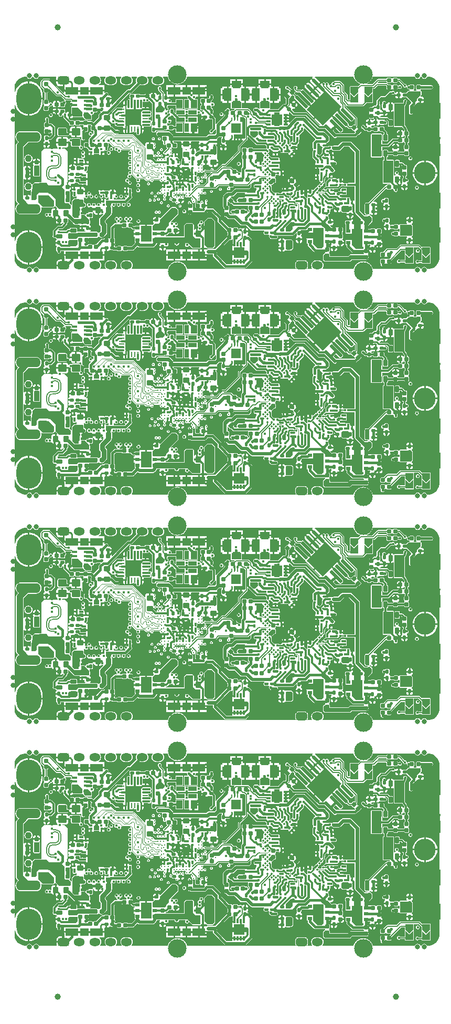
<source format=gbl>
G04*
G04 #@! TF.GenerationSoftware,Altium Limited,Altium Designer,19.1.6 (110)*
G04*
G04 Layer_Physical_Order=8*
G04 Layer_Color=16711680*
%FSLAX44Y44*%
%MOMM*%
G71*
G01*
G75*
%ADD10C,1.0000*%
%ADD11C,0.3090*%
%ADD12C,0.2000*%
%ADD13C,0.3000*%
%ADD14R,4.0000X2.0000*%
%ADD19C,0.3500*%
%ADD27R,2.0000X1.3000*%
%ADD28R,1.4000X1.3000*%
G04:AMPARAMS|DCode=32|XSize=1mm|YSize=0.9mm|CornerRadius=0.1125mm|HoleSize=0mm|Usage=FLASHONLY|Rotation=90.000|XOffset=0mm|YOffset=0mm|HoleType=Round|Shape=RoundedRectangle|*
%AMROUNDEDRECTD32*
21,1,1.0000,0.6750,0,0,90.0*
21,1,0.7750,0.9000,0,0,90.0*
1,1,0.2250,0.3375,0.3875*
1,1,0.2250,0.3375,-0.3875*
1,1,0.2250,-0.3375,-0.3875*
1,1,0.2250,-0.3375,0.3875*
%
%ADD32ROUNDEDRECTD32*%
G04:AMPARAMS|DCode=35|XSize=0.6mm|YSize=0.6mm|CornerRadius=0.06mm|HoleSize=0mm|Usage=FLASHONLY|Rotation=180.000|XOffset=0mm|YOffset=0mm|HoleType=Round|Shape=RoundedRectangle|*
%AMROUNDEDRECTD35*
21,1,0.6000,0.4800,0,0,180.0*
21,1,0.4800,0.6000,0,0,180.0*
1,1,0.1200,-0.2400,0.2400*
1,1,0.1200,0.2400,0.2400*
1,1,0.1200,0.2400,-0.2400*
1,1,0.1200,-0.2400,-0.2400*
%
%ADD35ROUNDEDRECTD35*%
%ADD42R,0.3000X0.3500*%
G04:AMPARAMS|DCode=43|XSize=0.6mm|YSize=1mm|CornerRadius=0.075mm|HoleSize=0mm|Usage=FLASHONLY|Rotation=270.000|XOffset=0mm|YOffset=0mm|HoleType=Round|Shape=RoundedRectangle|*
%AMROUNDEDRECTD43*
21,1,0.6000,0.8500,0,0,270.0*
21,1,0.4500,1.0000,0,0,270.0*
1,1,0.1500,-0.4250,-0.2250*
1,1,0.1500,-0.4250,0.2250*
1,1,0.1500,0.4250,0.2250*
1,1,0.1500,0.4250,-0.2250*
%
%ADD43ROUNDEDRECTD43*%
G04:AMPARAMS|DCode=46|XSize=0.6mm|YSize=0.6mm|CornerRadius=0.06mm|HoleSize=0mm|Usage=FLASHONLY|Rotation=90.000|XOffset=0mm|YOffset=0mm|HoleType=Round|Shape=RoundedRectangle|*
%AMROUNDEDRECTD46*
21,1,0.6000,0.4800,0,0,90.0*
21,1,0.4800,0.6000,0,0,90.0*
1,1,0.1200,0.2400,0.2400*
1,1,0.1200,0.2400,-0.2400*
1,1,0.1200,-0.2400,-0.2400*
1,1,0.1200,-0.2400,0.2400*
%
%ADD46ROUNDEDRECTD46*%
G04:AMPARAMS|DCode=47|XSize=0.5mm|YSize=0.6mm|CornerRadius=0.05mm|HoleSize=0mm|Usage=FLASHONLY|Rotation=270.000|XOffset=0mm|YOffset=0mm|HoleType=Round|Shape=RoundedRectangle|*
%AMROUNDEDRECTD47*
21,1,0.5000,0.5000,0,0,270.0*
21,1,0.4000,0.6000,0,0,270.0*
1,1,0.1000,-0.2500,-0.2000*
1,1,0.1000,-0.2500,0.2000*
1,1,0.1000,0.2500,0.2000*
1,1,0.1000,0.2500,-0.2000*
%
%ADD47ROUNDEDRECTD47*%
G04:AMPARAMS|DCode=48|XSize=0.5mm|YSize=0.6mm|CornerRadius=0.05mm|HoleSize=0mm|Usage=FLASHONLY|Rotation=0.000|XOffset=0mm|YOffset=0mm|HoleType=Round|Shape=RoundedRectangle|*
%AMROUNDEDRECTD48*
21,1,0.5000,0.5000,0,0,0.0*
21,1,0.4000,0.6000,0,0,0.0*
1,1,0.1000,0.2000,-0.2500*
1,1,0.1000,-0.2000,-0.2500*
1,1,0.1000,-0.2000,0.2500*
1,1,0.1000,0.2000,0.2500*
%
%ADD48ROUNDEDRECTD48*%
G04:AMPARAMS|DCode=49|XSize=1.3mm|YSize=0.8mm|CornerRadius=0.1mm|HoleSize=0mm|Usage=FLASHONLY|Rotation=270.000|XOffset=0mm|YOffset=0mm|HoleType=Round|Shape=RoundedRectangle|*
%AMROUNDEDRECTD49*
21,1,1.3000,0.6000,0,0,270.0*
21,1,1.1000,0.8000,0,0,270.0*
1,1,0.2000,-0.3000,-0.5500*
1,1,0.2000,-0.3000,0.5500*
1,1,0.2000,0.3000,0.5500*
1,1,0.2000,0.3000,-0.5500*
%
%ADD49ROUNDEDRECTD49*%
G04:AMPARAMS|DCode=50|XSize=1mm|YSize=0.9mm|CornerRadius=0.1125mm|HoleSize=0mm|Usage=FLASHONLY|Rotation=0.000|XOffset=0mm|YOffset=0mm|HoleType=Round|Shape=RoundedRectangle|*
%AMROUNDEDRECTD50*
21,1,1.0000,0.6750,0,0,0.0*
21,1,0.7750,0.9000,0,0,0.0*
1,1,0.2250,0.3875,-0.3375*
1,1,0.2250,-0.3875,-0.3375*
1,1,0.2250,-0.3875,0.3375*
1,1,0.2250,0.3875,0.3375*
%
%ADD50ROUNDEDRECTD50*%
%ADD54R,0.3500X0.3000*%
%ADD55C,0.4000*%
%ADD56C,0.1000*%
%ADD57C,0.2500*%
%ADD58C,0.5000*%
%ADD60C,0.6000*%
%ADD61C,0.3500*%
%ADD62C,0.1500*%
%ADD63C,0.3100*%
%ADD64C,0.1100*%
%ADD66C,0.4500*%
%ADD68C,0.8000*%
%ADD69O,1.8000X1.3000*%
G04:AMPARAMS|DCode=70|XSize=1.8mm|YSize=1.3mm|CornerRadius=0.325mm|HoleSize=0mm|Usage=FLASHONLY|Rotation=0.000|XOffset=0mm|YOffset=0mm|HoleType=Round|Shape=RoundedRectangle|*
%AMROUNDEDRECTD70*
21,1,1.8000,0.6500,0,0,0.0*
21,1,1.1500,1.3000,0,0,0.0*
1,1,0.6500,0.5750,-0.3250*
1,1,0.6500,-0.5750,-0.3250*
1,1,0.6500,-0.5750,0.3250*
1,1,0.6500,0.5750,0.3250*
%
%ADD70ROUNDEDRECTD70*%
%ADD71O,4.0000X1.6000*%
%ADD72C,1.1000*%
%ADD73C,3.5000*%
%ADD74C,3.0000*%
%ADD75O,4.0000X5.0000*%
%ADD76C,0.4000*%
%ADD77C,0.5000*%
%ADD78C,0.3000*%
%ADD79C,0.8000*%
%ADD80C,1.0000*%
%ADD82C,0.6500*%
%ADD84C,0.2300*%
%ADD86C,0.9000*%
%ADD88C,0.2200*%
G04:AMPARAMS|DCode=89|XSize=0.6mm|YSize=1mm|CornerRadius=0.075mm|HoleSize=0mm|Usage=FLASHONLY|Rotation=180.000|XOffset=0mm|YOffset=0mm|HoleType=Round|Shape=RoundedRectangle|*
%AMROUNDEDRECTD89*
21,1,0.6000,0.8500,0,0,180.0*
21,1,0.4500,1.0000,0,0,180.0*
1,1,0.1500,-0.2250,0.4250*
1,1,0.1500,0.2250,0.4250*
1,1,0.1500,0.2250,-0.4250*
1,1,0.1500,-0.2250,-0.4250*
%
%ADD89ROUNDEDRECTD89*%
%ADD90O,0.9000X0.2500*%
%ADD91O,0.2500X0.9000*%
%ADD92R,2.5000X2.5000*%
%ADD93R,0.8500X0.4000*%
G04:AMPARAMS|DCode=94|XSize=1.4mm|YSize=1.2mm|CornerRadius=0.15mm|HoleSize=0mm|Usage=FLASHONLY|Rotation=0.000|XOffset=0mm|YOffset=0mm|HoleType=Round|Shape=RoundedRectangle|*
%AMROUNDEDRECTD94*
21,1,1.4000,0.9000,0,0,0.0*
21,1,1.1000,1.2000,0,0,0.0*
1,1,0.3000,0.5500,-0.4500*
1,1,0.3000,-0.5500,-0.4500*
1,1,0.3000,-0.5500,0.4500*
1,1,0.3000,0.5500,0.4500*
%
%ADD94ROUNDEDRECTD94*%
%ADD95R,1.0000X1.3500*%
%ADD96R,1.3500X0.7000*%
%ADD97R,0.7000X1.3500*%
%ADD98R,0.3000X0.6500*%
%ADD99R,1.7000X1.7000*%
%ADD100R,0.2500X0.6250*%
%ADD101R,1.6000X1.6000*%
G04:AMPARAMS|DCode=102|XSize=1.3mm|YSize=0.8mm|CornerRadius=0.1mm|HoleSize=0mm|Usage=FLASHONLY|Rotation=180.000|XOffset=0mm|YOffset=0mm|HoleType=Round|Shape=RoundedRectangle|*
%AMROUNDEDRECTD102*
21,1,1.3000,0.6000,0,0,180.0*
21,1,1.1000,0.8000,0,0,180.0*
1,1,0.2000,-0.5500,0.3000*
1,1,0.2000,0.5500,0.3000*
1,1,0.2000,0.5500,-0.3000*
1,1,0.2000,-0.5500,-0.3000*
%
%ADD102ROUNDEDRECTD102*%
G04:AMPARAMS|DCode=103|XSize=3.6mm|YSize=4.2mm|CornerRadius=0mm|HoleSize=0mm|Usage=FLASHONLY|Rotation=135.000|XOffset=0mm|YOffset=0mm|HoleType=Round|Shape=Rectangle|*
%AMROTATEDRECTD103*
4,1,4,2.7577,0.2121,-0.2121,-2.7577,-2.7577,-0.2121,0.2121,2.7577,2.7577,0.2121,0.0*
%
%ADD103ROTATEDRECTD103*%

G04:AMPARAMS|DCode=104|XSize=0.55mm|YSize=2.6mm|CornerRadius=0.1375mm|HoleSize=0mm|Usage=FLASHONLY|Rotation=225.000|XOffset=0mm|YOffset=0mm|HoleType=Round|Shape=RoundedRectangle|*
%AMROUNDEDRECTD104*
21,1,0.5500,2.3250,0,0,225.0*
21,1,0.2750,2.6000,0,0,225.0*
1,1,0.2750,-0.9192,0.7248*
1,1,0.2750,-0.7248,0.9192*
1,1,0.2750,0.9192,-0.7248*
1,1,0.2750,0.7248,-0.9192*
%
%ADD104ROUNDEDRECTD104*%
%ADD105R,0.7000X0.5000*%
%ADD106R,1.7000X2.5000*%
%ADD107R,1.2000X1.2000*%
%ADD108R,1.2000X2.1500*%
%ADD109R,1.5500X1.0000*%
%ADD110R,1.2000X1.6000*%
%ADD111R,0.9500X1.6000*%
%ADD112R,0.5000X0.5000*%
G04:AMPARAMS|DCode=113|XSize=0.6mm|YSize=0.6mm|CornerRadius=0.06mm|HoleSize=0mm|Usage=FLASHONLY|Rotation=225.000|XOffset=0mm|YOffset=0mm|HoleType=Round|Shape=RoundedRectangle|*
%AMROUNDEDRECTD113*
21,1,0.6000,0.4800,0,0,225.0*
21,1,0.4800,0.6000,0,0,225.0*
1,1,0.1200,-0.3394,0.0000*
1,1,0.1200,0.0000,0.3394*
1,1,0.1200,0.3394,0.0000*
1,1,0.1200,0.0000,-0.3394*
%
%ADD113ROUNDEDRECTD113*%
G04:AMPARAMS|DCode=114|XSize=0.5mm|YSize=0.6mm|CornerRadius=0.05mm|HoleSize=0mm|Usage=FLASHONLY|Rotation=315.000|XOffset=0mm|YOffset=0mm|HoleType=Round|Shape=RoundedRectangle|*
%AMROUNDEDRECTD114*
21,1,0.5000,0.5000,0,0,315.0*
21,1,0.4000,0.6000,0,0,315.0*
1,1,0.1000,-0.0354,-0.3182*
1,1,0.1000,-0.3182,-0.0354*
1,1,0.1000,0.0354,0.3182*
1,1,0.1000,0.3182,0.0354*
%
%ADD114ROUNDEDRECTD114*%
G04:AMPARAMS|DCode=115|XSize=0.6mm|YSize=0.6mm|CornerRadius=0.06mm|HoleSize=0mm|Usage=FLASHONLY|Rotation=135.000|XOffset=0mm|YOffset=0mm|HoleType=Round|Shape=RoundedRectangle|*
%AMROUNDEDRECTD115*
21,1,0.6000,0.4800,0,0,135.0*
21,1,0.4800,0.6000,0,0,135.0*
1,1,0.1200,0.0000,0.3394*
1,1,0.1200,0.3394,0.0000*
1,1,0.1200,0.0000,-0.3394*
1,1,0.1200,-0.3394,0.0000*
%
%ADD115ROUNDEDRECTD115*%
G04:AMPARAMS|DCode=116|XSize=0.3mm|YSize=0.35mm|CornerRadius=0mm|HoleSize=0mm|Usage=FLASHONLY|Rotation=225.000|XOffset=0mm|YOffset=0mm|HoleType=Round|Shape=Rectangle|*
%AMROTATEDRECTD116*
4,1,4,-0.0177,0.2298,0.2298,-0.0177,0.0177,-0.2298,-0.2298,0.0177,-0.0177,0.2298,0.0*
%
%ADD116ROTATEDRECTD116*%

G04:AMPARAMS|DCode=117|XSize=0.3mm|YSize=0.35mm|CornerRadius=0mm|HoleSize=0mm|Usage=FLASHONLY|Rotation=315.000|XOffset=0mm|YOffset=0mm|HoleType=Round|Shape=Rectangle|*
%AMROTATEDRECTD117*
4,1,4,-0.2298,-0.0177,0.0177,0.2298,0.2298,0.0177,-0.0177,-0.2298,-0.2298,-0.0177,0.0*
%
%ADD117ROTATEDRECTD117*%

%ADD118R,1.7000X1.7000*%
%ADD119R,0.6500X0.3000*%
%ADD120C,0.5500*%
%ADD121C,0.1800*%
%ADD122C,0.1700*%
%ADD123C,0.3700*%
%ADD124C,0.3800*%
%ADD125C,0.2400*%
G36*
X675239Y1402071D02*
X678508Y1400717D01*
X681449Y1398751D01*
X683951Y1396250D01*
X685917Y1393308D01*
X687271Y1390039D01*
X687961Y1386569D01*
Y1384800D01*
Y1360759D01*
X689500D01*
X689500Y1338800D01*
D01*
Y1338627D01*
Y1337350D01*
D01*
X689500Y1335635D01*
X687961D01*
X687961Y1305315D01*
X689500D01*
X689500Y1302150D01*
X687961D01*
X687961Y1294400D01*
X689500D01*
X689500Y1274850D01*
X687961D01*
Y1215715D01*
X687961D01*
D01*
X689500D01*
X689500Y1190635D01*
X687961D01*
X687961Y1160315D01*
X689500D01*
X689500Y1157150D01*
X689500D01*
X689500Y1135235D01*
X687961D01*
Y1111100D01*
Y1109331D01*
X687271Y1105861D01*
X685917Y1102592D01*
X683951Y1099651D01*
X681450Y1097149D01*
X678508Y1095183D01*
X675239Y1093829D01*
X671769Y1093139D01*
X668401D01*
X667355Y1094705D01*
X665701Y1095810D01*
X663750Y1096198D01*
X661799Y1095810D01*
X660145Y1094705D01*
X659099Y1093139D01*
X657651D01*
X656605Y1094705D01*
X654951Y1095810D01*
X653000Y1096198D01*
X651049Y1095810D01*
X649395Y1094705D01*
X648349Y1093139D01*
X580495D01*
X579854Y1095253D01*
X578368Y1098032D01*
X576368Y1100469D01*
X573932Y1102468D01*
X571153Y1103954D01*
X568137Y1104869D01*
X565000Y1105178D01*
X561864Y1104869D01*
X558847Y1103954D01*
X556068Y1102468D01*
X553632Y1100469D01*
X551632Y1098032D01*
X550146Y1095253D01*
X549505Y1093139D01*
X499643D01*
X499150Y1094139D01*
X500016Y1095268D01*
X500771Y1097092D01*
X501029Y1099050D01*
X500771Y1101008D01*
X500016Y1102833D01*
X498813Y1104399D01*
X497247Y1105602D01*
X495422Y1106357D01*
X493464Y1106615D01*
X488464D01*
X486507Y1106357D01*
X484682Y1105602D01*
X483115Y1104399D01*
X481913Y1102833D01*
X481157Y1101008D01*
X480900Y1099050D01*
X481157Y1097092D01*
X481913Y1095268D01*
X482779Y1094139D01*
X482286Y1093139D01*
X475680D01*
X475209Y1094021D01*
X475289Y1094142D01*
X475619Y1095800D01*
Y1102300D01*
X475289Y1103959D01*
X474350Y1105364D01*
X472944Y1106304D01*
X471286Y1106634D01*
X459786D01*
X458128Y1106304D01*
X456722Y1105364D01*
X455782Y1103959D01*
X455453Y1102300D01*
Y1095800D01*
X455782Y1094142D01*
X455863Y1094021D01*
X455392Y1093139D01*
X280495D01*
X279854Y1095253D01*
X278368Y1098032D01*
X276369Y1100469D01*
X273932Y1102468D01*
X271153Y1103954D01*
X268137Y1104869D01*
X265000Y1105178D01*
X261863Y1104869D01*
X258847Y1103954D01*
X256068Y1102468D01*
X253631Y1100469D01*
X251632Y1098032D01*
X250146Y1095253D01*
X249505Y1093139D01*
X191786D01*
X191292Y1094139D01*
X192158Y1095268D01*
X192914Y1097092D01*
X193172Y1099050D01*
X192914Y1101008D01*
X192158Y1102833D01*
X190956Y1104399D01*
X189389Y1105601D01*
X187565Y1106357D01*
X185607Y1106615D01*
X180607D01*
X178649Y1106357D01*
X176825Y1105601D01*
X175258Y1104399D01*
X174056Y1102833D01*
X173300Y1101008D01*
X173043Y1099050D01*
X173300Y1097092D01*
X174056Y1095268D01*
X174922Y1094139D01*
X174429Y1093139D01*
X166357D01*
X165864Y1094139D01*
X166730Y1095268D01*
X167486Y1097092D01*
X167743Y1099050D01*
X167486Y1101008D01*
X166730Y1102833D01*
X165528Y1104399D01*
X163961Y1105601D01*
X162136Y1106357D01*
X160179Y1106615D01*
X155179D01*
X153221Y1106357D01*
X151396Y1105601D01*
X149830Y1104399D01*
X148627Y1102833D01*
X147872Y1101008D01*
X147614Y1099050D01*
X147872Y1097092D01*
X148627Y1095268D01*
X149493Y1094139D01*
X149000Y1093139D01*
X140928D01*
X140435Y1094139D01*
X141301Y1095268D01*
X142057Y1097092D01*
X142315Y1099050D01*
X142057Y1101008D01*
X141301Y1102833D01*
X140099Y1104399D01*
X138912Y1105310D01*
X139251Y1106310D01*
X147290D01*
Y1114080D01*
X134750D01*
Y1116620D01*
X147290D01*
Y1121873D01*
X147750Y1122251D01*
X148980D01*
Y1127350D01*
X151520D01*
Y1122251D01*
X152750D01*
X153936Y1122487D01*
X154942Y1123158D01*
X155404Y1123850D01*
X157250D01*
Y1123850D01*
X157327Y1123902D01*
X157750Y1123727D01*
X159332D01*
X160008Y1123274D01*
X161179Y1123041D01*
X167366D01*
X167696Y1122547D01*
X168226Y1122193D01*
X168850Y1122069D01*
X173650D01*
X174274Y1122193D01*
X174804Y1122547D01*
X174839Y1122600D01*
X177661Y1122600D01*
X177696Y1122547D01*
X178226Y1122193D01*
X178850Y1122069D01*
X183650D01*
X184274Y1122193D01*
X184781Y1122532D01*
X192500D01*
X193866Y1122803D01*
X195023Y1123577D01*
X200750Y1129304D01*
X201227Y1128827D01*
X202384Y1128053D01*
X203750Y1127782D01*
X225500D01*
X226866Y1128053D01*
X228023Y1128827D01*
X231273Y1132077D01*
X232047Y1133235D01*
X232297Y1134492D01*
X237043D01*
X237060Y1134475D01*
X237358Y1133493D01*
X237058Y1133292D01*
X236386Y1132287D01*
X236150Y1131100D01*
Y1129870D01*
X241250D01*
Y1128600D01*
X242520D01*
Y1123001D01*
X243250D01*
X244436Y1123237D01*
X245442Y1123909D01*
X246114Y1124914D01*
X246350Y1126100D01*
Y1128932D01*
X247123Y1129567D01*
X247250Y1129541D01*
X248421Y1129774D01*
X249413Y1130437D01*
X250076Y1131430D01*
X250309Y1132600D01*
X250131Y1133493D01*
X250705Y1134492D01*
X260681D01*
Y1134350D01*
X260953Y1132985D01*
X261727Y1131827D01*
X262884Y1131053D01*
X264250Y1130782D01*
X265616Y1131053D01*
X266773Y1131827D01*
X267547Y1132985D01*
X267819Y1134350D01*
Y1134492D01*
X277705D01*
X278239Y1133493D01*
X277924Y1133021D01*
X277691Y1131850D01*
X277924Y1130680D01*
X278587Y1129687D01*
X279580Y1129024D01*
X280750Y1128791D01*
X281921Y1129024D01*
X282913Y1129687D01*
X283536Y1130620D01*
X283703Y1130770D01*
X284544Y1131025D01*
X288985Y1126585D01*
X288985Y1126585D01*
X289750Y1126268D01*
X301750Y1126268D01*
X302515Y1126585D01*
X302832Y1127350D01*
X312219D01*
X312985Y1126585D01*
X313750Y1126268D01*
X321750D01*
X322515Y1126585D01*
X322515Y1126585D01*
X325765Y1129835D01*
X326082Y1130600D01*
Y1169600D01*
X326082Y1169600D01*
X325765Y1170366D01*
X325765Y1170366D01*
X321265Y1174866D01*
X320500Y1175183D01*
X313750D01*
X313750Y1175183D01*
X312985Y1174866D01*
X312985Y1174865D01*
X308485Y1170366D01*
X308168Y1169600D01*
Y1155850D01*
X305363D01*
X305017Y1156367D01*
X304088Y1156989D01*
X304309Y1158100D01*
X304076Y1159271D01*
X303413Y1160263D01*
X303309Y1160332D01*
X303163Y1161437D01*
X303211Y1161509D01*
X303826Y1162430D01*
X304059Y1163600D01*
X303904Y1164380D01*
X303836Y1164780D01*
X304572Y1165455D01*
X304921Y1165524D01*
X305913Y1166187D01*
X306576Y1167180D01*
X306809Y1168350D01*
X306576Y1169521D01*
X305913Y1170513D01*
X304921Y1171176D01*
X303750Y1171409D01*
X302579Y1171176D01*
X301587Y1170513D01*
X300924Y1169521D01*
X300691Y1168350D01*
X300846Y1167570D01*
X300914Y1167170D01*
X300179Y1166496D01*
X299830Y1166426D01*
X298837Y1165763D01*
X298174Y1164771D01*
X297941Y1163600D01*
X298174Y1162430D01*
X298837Y1161437D01*
X298941Y1161368D01*
X299087Y1160263D01*
X299039Y1160191D01*
X298424Y1159271D01*
X298191Y1158100D01*
X297668Y1157462D01*
X295625D01*
X294195Y1157178D01*
X292983Y1156367D01*
X292582Y1155768D01*
X291582Y1156072D01*
Y1164600D01*
X291583Y1164600D01*
X291266Y1165366D01*
X291265Y1165366D01*
X290265Y1166366D01*
X290265Y1166366D01*
X289500Y1166683D01*
X279500Y1166683D01*
X279500Y1166683D01*
X278735Y1166366D01*
X275735Y1163365D01*
X275418Y1162600D01*
X275418Y1146415D01*
X274711Y1145708D01*
X246475D01*
X245821Y1146708D01*
X245891Y1146869D01*
X246114Y1147051D01*
X247000D01*
X247976Y1147245D01*
X248803Y1147798D01*
X251824Y1150819D01*
X254650D01*
X255274Y1150943D01*
X255804Y1151297D01*
X255839Y1151350D01*
X256867D01*
X256892Y1151225D01*
X257586Y1150186D01*
X258625Y1149492D01*
X259850Y1149249D01*
X260980D01*
Y1154850D01*
X262250D01*
Y1156120D01*
X267852D01*
Y1157250D01*
X267608Y1158475D01*
X266914Y1159514D01*
X265875Y1160208D01*
X264650Y1160452D01*
X263118D01*
X262430Y1161452D01*
X262503Y1161821D01*
X262579Y1162120D01*
X263415Y1162924D01*
X263921Y1163024D01*
X264913Y1163687D01*
X265576Y1164680D01*
X265809Y1165850D01*
X265576Y1167021D01*
X264913Y1168013D01*
X263921Y1168676D01*
X262750Y1168909D01*
X261579Y1168676D01*
X260587Y1168013D01*
X260189Y1167417D01*
X259061D01*
X258663Y1168013D01*
X257670Y1168676D01*
X256500Y1168909D01*
X255329Y1168676D01*
X255153Y1168558D01*
X254516Y1169335D01*
X266515Y1181335D01*
X266832Y1182100D01*
Y1188350D01*
X266832Y1188350D01*
X266515Y1189116D01*
X263265Y1192366D01*
X262500Y1192683D01*
X256000D01*
X255235Y1192366D01*
X237969Y1175100D01*
X236404Y1175100D01*
X235942Y1175792D01*
X234936Y1176464D01*
X233750Y1176700D01*
X232520D01*
Y1171600D01*
X231250D01*
Y1170330D01*
X225651D01*
Y1169600D01*
X225886Y1168414D01*
X226558Y1167409D01*
X226741Y1167286D01*
X226868Y1165999D01*
X225509Y1164640D01*
X216020D01*
Y1149600D01*
X213480D01*
Y1164640D01*
X203710D01*
Y1162600D01*
X196250D01*
Y1161649D01*
X194806D01*
X193281Y1163174D01*
Y1166000D01*
X193157Y1166625D01*
X192804Y1167154D01*
X192274Y1167507D01*
X191650Y1167632D01*
X188911D01*
X188377Y1168632D01*
X188576Y1168930D01*
X188753Y1169821D01*
X188829Y1170120D01*
X189665Y1170924D01*
X190171Y1171024D01*
X191163Y1171687D01*
X191826Y1172680D01*
X192059Y1173850D01*
X191826Y1175021D01*
X191163Y1176013D01*
X190171Y1176676D01*
X189000Y1176909D01*
X187829Y1176676D01*
X186837Y1176013D01*
X186306Y1175218D01*
X185865Y1175129D01*
X185636D01*
X185194Y1175218D01*
X184663Y1176013D01*
X183671Y1176676D01*
X182500Y1176909D01*
X181329Y1176676D01*
X180337Y1176013D01*
X179674Y1175021D01*
X179441Y1173850D01*
X179674Y1172680D01*
X180337Y1171687D01*
X181329Y1171024D01*
X181835Y1170924D01*
X182671Y1170120D01*
X182747Y1169821D01*
X182924Y1168930D01*
X183004Y1168809D01*
X182637Y1167560D01*
X182507Y1167503D01*
X182274Y1167507D01*
X181650Y1167632D01*
X176850D01*
X176226Y1167507D01*
X175697Y1167154D01*
X175366Y1166659D01*
X171800D01*
X171497Y1167659D01*
X171913Y1167937D01*
X172576Y1168930D01*
X172753Y1169821D01*
X172829Y1170120D01*
X173665Y1170924D01*
X174170Y1171024D01*
X175163Y1171687D01*
X175826Y1172680D01*
X176059Y1173850D01*
X175826Y1175021D01*
X175163Y1176013D01*
X174170Y1176676D01*
X173000Y1176909D01*
X171829Y1176676D01*
X170837Y1176013D01*
X170439Y1175417D01*
X169311D01*
X168913Y1176013D01*
X167920Y1176676D01*
X166750Y1176909D01*
X165579Y1176676D01*
X164587Y1176013D01*
X163924Y1175021D01*
X163691Y1173850D01*
X163924Y1172680D01*
X164587Y1171687D01*
X165579Y1171024D01*
X166750Y1170791D01*
X166746Y1170375D01*
X166691Y1170100D01*
X166924Y1168930D01*
X167587Y1167937D01*
X168004Y1167659D01*
X167700Y1166659D01*
X164500D01*
X164500Y1166659D01*
X163330Y1166426D01*
X162337Y1165763D01*
X158087Y1161513D01*
X157424Y1160521D01*
X157191Y1159350D01*
X157191Y1159350D01*
Y1142484D01*
X156697Y1142154D01*
X156661Y1142100D01*
X153839D01*
X153804Y1142154D01*
X153274Y1142507D01*
X152650Y1142632D01*
X147850D01*
X147226Y1142507D01*
X146697Y1142154D01*
X146366Y1141659D01*
X143750D01*
X142579Y1141426D01*
X141587Y1140763D01*
X141587Y1140763D01*
X133455Y1132632D01*
X131600D01*
X130976Y1132507D01*
X130447Y1132154D01*
X130411Y1132100D01*
X127589D01*
X127554Y1132154D01*
X127024Y1132507D01*
X126400Y1132632D01*
X121836D01*
X121291Y1133091D01*
X120995Y1133531D01*
X121059Y1133850D01*
X121059Y1133850D01*
Y1135716D01*
X121554Y1136047D01*
X121907Y1136576D01*
X122031Y1137200D01*
Y1142000D01*
X121928Y1142518D01*
X121974Y1142723D01*
X122513Y1143518D01*
X135250Y1143518D01*
X136015Y1143835D01*
X136265Y1144085D01*
X136582Y1144850D01*
X138825D01*
X138895Y1144745D01*
X140549Y1143640D01*
X142500Y1143252D01*
X144451Y1143640D01*
X146105Y1144745D01*
X149855Y1148495D01*
X150960Y1150149D01*
X151348Y1152100D01*
Y1164100D01*
X150960Y1166051D01*
X149855Y1167705D01*
X148848Y1168712D01*
Y1170739D01*
X157855Y1179746D01*
X158960Y1181400D01*
X159314Y1183177D01*
X159627Y1183646D01*
X159792Y1184475D01*
Y1192225D01*
X159627Y1193054D01*
X159157Y1193757D01*
X159153Y1194529D01*
X159962Y1194475D01*
X160087Y1194287D01*
X161080Y1193624D01*
X162250Y1193392D01*
X163421Y1193624D01*
X164413Y1194287D01*
X165076Y1195280D01*
X165309Y1196450D01*
X165076Y1197621D01*
X164962Y1197791D01*
X165497Y1198791D01*
X167003D01*
X167538Y1197791D01*
X167424Y1197621D01*
X167191Y1196450D01*
X167424Y1195280D01*
X168087Y1194287D01*
X169079Y1193624D01*
X170250Y1193392D01*
X171420Y1193624D01*
X172413Y1194287D01*
X173076Y1195280D01*
X173309Y1196450D01*
X173076Y1197621D01*
X172962Y1197791D01*
X173496Y1198791D01*
X175004D01*
X175538Y1197791D01*
X175424Y1197621D01*
X175191Y1196450D01*
X175424Y1195280D01*
X176087Y1194287D01*
X177080Y1193624D01*
X178250Y1193392D01*
X179421Y1193624D01*
X180413Y1194287D01*
X181076Y1195280D01*
X181309Y1196450D01*
X181076Y1197621D01*
X180962Y1197791D01*
X181101Y1198272D01*
X181468Y1198835D01*
X182421Y1199024D01*
X183413Y1199687D01*
X190913Y1207187D01*
X191034Y1207368D01*
X191302Y1207548D01*
X191855Y1208375D01*
X192049Y1209350D01*
X191855Y1210326D01*
X191302Y1211153D01*
X191299Y1211155D01*
Y1214615D01*
X191576Y1215030D01*
X191809Y1216200D01*
X191576Y1217371D01*
X191299Y1217786D01*
Y1220350D01*
X191250Y1220596D01*
Y1223100D01*
X187190D01*
Y1224640D01*
X184420D01*
Y1220350D01*
Y1216060D01*
X185719D01*
X185924Y1215030D01*
X186201Y1214615D01*
Y1211971D01*
X185822Y1211688D01*
X184541Y1211921D01*
X184413Y1212113D01*
X183421Y1212776D01*
X182250Y1213009D01*
X181079Y1212776D01*
X180087Y1212113D01*
X179424Y1211121D01*
X179191Y1209950D01*
X179424Y1208780D01*
X180087Y1207787D01*
X180902Y1207242D01*
X181227Y1206153D01*
X179983Y1204909D01*
X162490D01*
Y1207995D01*
X162661Y1208122D01*
X164019Y1207889D01*
X164087Y1207787D01*
X165080Y1207124D01*
X166250Y1206891D01*
X167421Y1207124D01*
X168413Y1207787D01*
X169076Y1208780D01*
X169309Y1209950D01*
X169076Y1211121D01*
X168413Y1212113D01*
X167421Y1212776D01*
X166250Y1213009D01*
X166190Y1213069D01*
X165850Y1213949D01*
Y1214580D01*
X160250D01*
Y1215850D01*
X158980D01*
Y1220950D01*
X157750D01*
X156564Y1220714D01*
X155558Y1220042D01*
X155096Y1219350D01*
X153250D01*
Y1219350D01*
X153173Y1219299D01*
X152750Y1219474D01*
X147750D01*
X147090Y1219200D01*
X146090Y1219793D01*
Y1220180D01*
X141800D01*
X137510D01*
Y1217410D01*
X139050D01*
Y1213350D01*
X140139D01*
X140442Y1212350D01*
X140087Y1212113D01*
X139424Y1211121D01*
X139192Y1209950D01*
X139424Y1208780D01*
X140087Y1207787D01*
X141080Y1207124D01*
X142250Y1206891D01*
X143421Y1207124D01*
X144413Y1207787D01*
X145076Y1208780D01*
X145309Y1209950D01*
X145076Y1211121D01*
X144413Y1212113D01*
X144131Y1212301D01*
X144435Y1213301D01*
X146354D01*
X146602Y1212702D01*
X147332Y1212400D01*
X147560Y1211323D01*
X147424Y1211121D01*
X147191Y1209950D01*
X147424Y1208780D01*
X148087Y1207787D01*
X149080Y1207124D01*
X150250Y1206891D01*
X151421Y1207124D01*
X152413Y1207787D01*
X152910Y1208531D01*
X153910Y1208235D01*
Y1204433D01*
X149750D01*
X149740Y1204439D01*
Y1205890D01*
X146970D01*
Y1201600D01*
X145700D01*
Y1200330D01*
X141660D01*
Y1198547D01*
X140660Y1198244D01*
X140413Y1198613D01*
X139421Y1199276D01*
X138250Y1199509D01*
X137080Y1199276D01*
X136087Y1198613D01*
X135424Y1197621D01*
X135191Y1196450D01*
X134791Y1195962D01*
X134232D01*
X133309Y1196450D01*
X133076Y1197621D01*
X132413Y1198613D01*
X131421Y1199276D01*
X130250Y1199509D01*
X129080Y1199276D01*
X128087Y1198613D01*
X127424Y1197621D01*
X127191Y1196450D01*
X127260Y1196104D01*
X126602Y1195291D01*
X125896Y1195314D01*
X125248Y1196144D01*
X125309Y1196450D01*
X125076Y1197621D01*
X124413Y1198613D01*
X123420Y1199276D01*
X122250Y1199509D01*
X121079Y1199276D01*
X120087Y1198613D01*
X119424Y1197621D01*
X119191Y1196450D01*
X119424Y1195280D01*
X120087Y1194287D01*
X120087D01*
X120087Y1194287D01*
X120111Y1194271D01*
X120113Y1194261D01*
X121774Y1192600D01*
X127000D01*
X128500Y1191100D01*
X128750D01*
Y1184600D01*
X128500Y1184350D01*
X121270D01*
X121500Y1184196D01*
Y1182909D01*
X119750D01*
X118579Y1182676D01*
X117587Y1182013D01*
X116924Y1181021D01*
X116895Y1180873D01*
X115799Y1180491D01*
X115289Y1180925D01*
X114934Y1181039D01*
X114588Y1181182D01*
X110250Y1181183D01*
X110250Y1181183D01*
X109832Y1181010D01*
X108956Y1181457D01*
X108832Y1181595D01*
Y1184810D01*
X110530D01*
Y1189100D01*
X111750D01*
Y1192350D01*
X115622Y1192350D01*
X115840Y1192568D01*
Y1193203D01*
X116384Y1193567D01*
X117268Y1194890D01*
X117578Y1196450D01*
X117268Y1198011D01*
X116384Y1199334D01*
X115061Y1200218D01*
X114542Y1200322D01*
Y1204225D01*
X114515Y1204357D01*
X114500Y1205350D01*
X114500Y1205350D01*
X114500Y1205350D01*
Y1207925D01*
X114691Y1208077D01*
X116033Y1207869D01*
X116087Y1207787D01*
X117080Y1207124D01*
X118250Y1206891D01*
X119421Y1207124D01*
X120413Y1207787D01*
X121076Y1208780D01*
X121309Y1209950D01*
X121076Y1211121D01*
X121728Y1211945D01*
X122500Y1211791D01*
X122696Y1211830D01*
X123023Y1211511D01*
X123390Y1210949D01*
X123191Y1209950D01*
X123424Y1208780D01*
X124087Y1207787D01*
X125080Y1207124D01*
X126250Y1206891D01*
X127421Y1207124D01*
X128413Y1207787D01*
X129076Y1208780D01*
X129309Y1209950D01*
X129076Y1211121D01*
X128413Y1212113D01*
X127421Y1212776D01*
X126250Y1213009D01*
X126054Y1212970D01*
X125727Y1213289D01*
X125360Y1213851D01*
X125559Y1214850D01*
X125326Y1216021D01*
X124663Y1217013D01*
X123671Y1217676D01*
X122500Y1217909D01*
X121329Y1217676D01*
X120337Y1217013D01*
X119674Y1216021D01*
X119441Y1214850D01*
X119674Y1213680D01*
X119022Y1212855D01*
X118250Y1213009D01*
X117080Y1212776D01*
X116660Y1212495D01*
X116091Y1212871D01*
X115850Y1213157D01*
X116112Y1214475D01*
Y1216580D01*
X108500D01*
Y1217850D01*
X107230D01*
Y1224962D01*
X104625D01*
X104040Y1224846D01*
X103040Y1225440D01*
Y1225440D01*
X100020D01*
Y1221400D01*
X98750D01*
Y1220130D01*
X94460D01*
Y1217360D01*
X96000D01*
Y1214135D01*
X95975Y1213196D01*
X95924Y1213121D01*
X95691Y1211950D01*
X95924Y1210779D01*
X96587Y1209787D01*
X97580Y1209124D01*
X98750Y1208891D01*
X99921Y1209124D01*
X100913Y1209787D01*
X100967Y1209868D01*
X102308Y1210075D01*
X102500Y1209921D01*
Y1206533D01*
X98600D01*
X98600Y1206533D01*
X97835Y1206216D01*
X97835Y1206216D01*
X94735Y1203115D01*
X94417Y1202350D01*
X94418Y1197020D01*
X93875Y1196777D01*
X93418Y1196713D01*
X91250Y1198881D01*
Y1200761D01*
X91304Y1200797D01*
X91657Y1201326D01*
X91782Y1201950D01*
Y1204114D01*
X91828Y1204350D01*
Y1215350D01*
X91782Y1215587D01*
Y1217750D01*
X91657Y1218375D01*
X91304Y1218904D01*
X91250Y1218940D01*
X91250Y1219968D01*
X91375Y1219993D01*
X92414Y1220686D01*
X93108Y1221725D01*
X93352Y1222950D01*
Y1224080D01*
X87750D01*
Y1226620D01*
X93352D01*
Y1227750D01*
X93108Y1228975D01*
X92924Y1229251D01*
X93458Y1230251D01*
X96750D01*
X97936Y1230487D01*
X98942Y1231159D01*
X99404Y1231850D01*
X101250D01*
Y1231850D01*
X101327Y1231902D01*
X101750Y1231727D01*
X104269D01*
X105848Y1230148D01*
X106675Y1229595D01*
X107650Y1229401D01*
X110165D01*
X110579Y1229124D01*
X111750Y1228891D01*
X112422Y1229025D01*
X113350Y1229200D01*
X113350Y1229200D01*
X113350Y1229200D01*
X117410D01*
Y1227660D01*
X120180D01*
Y1231950D01*
Y1236240D01*
X117410D01*
Y1234700D01*
X113350D01*
X113350Y1234700D01*
X112422Y1234875D01*
X111750Y1235009D01*
X110579Y1234776D01*
X110165Y1234499D01*
X108706D01*
X108374Y1234831D01*
Y1237350D01*
X107898Y1238498D01*
X106750Y1238974D01*
X101750D01*
X101327Y1238799D01*
X101250Y1238850D01*
Y1238850D01*
X99404D01*
X98942Y1239542D01*
X98632Y1239749D01*
Y1240952D01*
X98942Y1241159D01*
X99404Y1241850D01*
X101250D01*
Y1241850D01*
X101327Y1241902D01*
X101750Y1241727D01*
X106750D01*
X107898Y1242202D01*
X108013Y1242480D01*
X108168Y1242531D01*
X109070Y1242561D01*
X109587Y1241787D01*
X110579Y1241124D01*
X111750Y1240891D01*
X112422Y1241025D01*
X113350Y1241200D01*
X113350Y1241200D01*
X113350Y1241200D01*
X117410D01*
Y1239660D01*
X120180D01*
Y1243950D01*
Y1248240D01*
X117910D01*
X117839Y1248425D01*
X117744Y1249240D01*
X118563Y1249787D01*
X119226Y1250780D01*
X119403Y1251669D01*
X119855Y1252345D01*
X120049Y1253321D01*
Y1254300D01*
X120250D01*
Y1258360D01*
X121456D01*
X121451Y1261130D01*
X117500D01*
X113210D01*
Y1259694D01*
X112210Y1258917D01*
X111750Y1259009D01*
X111248Y1258909D01*
X109884D01*
X109554Y1259404D01*
X109024Y1259757D01*
X108400Y1259882D01*
X103600D01*
X102976Y1259757D01*
X102446Y1259404D01*
X102411Y1259350D01*
X101383D01*
X101358Y1259475D01*
X100664Y1260514D01*
X99625Y1261208D01*
X98400Y1261452D01*
X97270D01*
Y1255850D01*
X96000D01*
Y1254580D01*
X90399D01*
Y1253450D01*
X90642Y1252225D01*
X91218Y1251364D01*
X91069Y1250638D01*
X90893Y1250279D01*
X90564Y1250214D01*
X89558Y1249542D01*
X88886Y1248536D01*
X88651Y1247350D01*
Y1246620D01*
X94250D01*
Y1244080D01*
X88651D01*
Y1243350D01*
X88886Y1242164D01*
X89558Y1241159D01*
X89868Y1240952D01*
Y1239749D01*
X89558Y1239542D01*
X88886Y1238536D01*
X88651Y1237350D01*
Y1236620D01*
X94250D01*
Y1234080D01*
X88651D01*
Y1233350D01*
X88886Y1232164D01*
X89028Y1231952D01*
X88494Y1230952D01*
X86266D01*
X85852Y1231952D01*
X87500Y1233600D01*
X87500Y1282850D01*
X83000Y1287350D01*
X79112D01*
X78973Y1287628D01*
X79514Y1288481D01*
X84750D01*
X86327Y1288795D01*
X87663Y1289688D01*
X88556Y1291024D01*
X88869Y1292600D01*
Y1295830D01*
X69631D01*
Y1292600D01*
X69945Y1291024D01*
X70838Y1289688D01*
X72134Y1288821D01*
X71941Y1287850D01*
X71531Y1287350D01*
X50000Y1287350D01*
X45500Y1282850D01*
X45500Y1233350D01*
X45223Y1232683D01*
X39750Y1232682D01*
X34500Y1232682D01*
X33735Y1232365D01*
X31041Y1229672D01*
X31005Y1229653D01*
X29758Y1229775D01*
X29136Y1230586D01*
X27778Y1231628D01*
X26197Y1232283D01*
X24500Y1232506D01*
X22803Y1232283D01*
X21222Y1231628D01*
X19864Y1230586D01*
X18822Y1229228D01*
X18167Y1227647D01*
X17944Y1225950D01*
X18167Y1224253D01*
X18822Y1222672D01*
X19864Y1221314D01*
X21222Y1220273D01*
X22803Y1219617D01*
X24500Y1219394D01*
X26197Y1219617D01*
X27778Y1220273D01*
X28021Y1220459D01*
X28918Y1220016D01*
Y1218299D01*
X28735Y1218116D01*
X28418Y1217350D01*
Y1211757D01*
X27418Y1211454D01*
X27192Y1211792D01*
X26186Y1212464D01*
X25000Y1212700D01*
X23770D01*
Y1207600D01*
X21230D01*
Y1212700D01*
X20000D01*
X18814Y1212464D01*
X17808Y1211792D01*
X17618Y1211506D01*
X16618Y1211810D01*
Y1238203D01*
X17618Y1238506D01*
X17861Y1238141D01*
X18900Y1237447D01*
X20125Y1237204D01*
X21255D01*
Y1242805D01*
X22525D01*
Y1244075D01*
X28126D01*
Y1245205D01*
X27883Y1246430D01*
X27189Y1247469D01*
X26383Y1248007D01*
X26302Y1248413D01*
X26309Y1248816D01*
X26383Y1249118D01*
X27192Y1249659D01*
X27864Y1250664D01*
X28100Y1251850D01*
Y1252580D01*
X22500D01*
Y1253850D01*
X21230D01*
Y1258950D01*
X20000D01*
X18814Y1258714D01*
X17808Y1258042D01*
X17618Y1257757D01*
X16618Y1258060D01*
Y1289416D01*
X24074Y1296873D01*
X36500D01*
X38849Y1297182D01*
X41039Y1298089D01*
X42919Y1299531D01*
X44362Y1301411D01*
X45268Y1303601D01*
X45578Y1305950D01*
X45268Y1308300D01*
X44362Y1310489D01*
X42919Y1312369D01*
X41039Y1313812D01*
X38849Y1314718D01*
X36500Y1315028D01*
X12500D01*
X10151Y1314718D01*
X7961Y1313812D01*
X6081Y1312369D01*
X4638Y1310489D01*
X3732Y1308300D01*
X3422Y1305950D01*
X3732Y1303601D01*
X4638Y1301411D01*
X6081Y1299531D01*
X7176Y1298692D01*
X7263Y1297364D01*
X6174Y1296276D01*
X4848Y1294291D01*
X4383Y1291950D01*
Y1253100D01*
Y1242600D01*
Y1203950D01*
X4848Y1201609D01*
X6174Y1199624D01*
X7263Y1198536D01*
X7176Y1197209D01*
X6081Y1196369D01*
X4638Y1194489D01*
X3732Y1192300D01*
X3422Y1189950D01*
X3732Y1187601D01*
X4638Y1185411D01*
X6081Y1183531D01*
X7961Y1182089D01*
X10151Y1181182D01*
X12500Y1180873D01*
X36500D01*
X38849Y1181182D01*
X41039Y1182089D01*
X42919Y1183531D01*
X44362Y1185411D01*
X45268Y1187601D01*
X45578Y1189950D01*
X45268Y1192300D01*
X45207Y1192449D01*
X46054Y1193015D01*
X46735Y1192335D01*
X47500Y1192018D01*
X64500D01*
X65265Y1192335D01*
X65265Y1192335D01*
X66918Y1193987D01*
X67133Y1194095D01*
X68138Y1194182D01*
X70933Y1191386D01*
X70551Y1190462D01*
X70020D01*
Y1182850D01*
X67480D01*
Y1190462D01*
X65375D01*
X63945Y1190178D01*
X62733Y1189368D01*
X61923Y1188155D01*
X61638Y1186725D01*
Y1183278D01*
X60638Y1182780D01*
X60046Y1183176D01*
X58875Y1183409D01*
X57705Y1183176D01*
X56712Y1182513D01*
X56413D01*
X55421Y1183176D01*
X54250Y1183409D01*
X53080Y1183176D01*
X52087Y1182513D01*
X51424Y1181521D01*
X51191Y1180350D01*
X51424Y1179180D01*
X52087Y1178187D01*
X53080Y1177524D01*
X54250Y1177291D01*
X55421Y1177524D01*
X56413Y1178187D01*
X56712D01*
X57705Y1177524D01*
X58875Y1177291D01*
X60046Y1177524D01*
X60806Y1178033D01*
X61619Y1177840D01*
X61897Y1177673D01*
X61923Y1177545D01*
X62733Y1176333D01*
X63945Y1175523D01*
X65375Y1175238D01*
X68207D01*
X68996Y1174238D01*
X68899Y1173750D01*
Y1172620D01*
X74500D01*
Y1171350D01*
X75770D01*
Y1165749D01*
X76900D01*
X78125Y1165992D01*
X79164Y1166686D01*
X79858Y1167725D01*
X79883Y1167850D01*
X80911D01*
X80947Y1167797D01*
X81235Y1167604D01*
X81471Y1166724D01*
X81470Y1166425D01*
X77944Y1162899D01*
X72750D01*
X71775Y1162705D01*
X70948Y1162153D01*
X64811Y1156016D01*
X64259Y1155189D01*
X64065Y1154214D01*
Y1147435D01*
X63788Y1147021D01*
X63555Y1145850D01*
X63788Y1144680D01*
X64451Y1143687D01*
X65443Y1143024D01*
X66614Y1142791D01*
X67088Y1142886D01*
X68102Y1142917D01*
X68488Y1142338D01*
X69067Y1141952D01*
X69750Y1141816D01*
X70479D01*
X70577Y1140816D01*
X70064Y1140714D01*
X69058Y1140042D01*
X68386Y1139036D01*
X68150Y1137850D01*
Y1136620D01*
X73250D01*
Y1134080D01*
X68150D01*
Y1132850D01*
X68386Y1131664D01*
X69058Y1130658D01*
X69750Y1130196D01*
Y1128350D01*
X69750D01*
X69802Y1128273D01*
X69626Y1127850D01*
Y1122850D01*
X70102Y1121702D01*
X70691Y1121458D01*
Y1121100D01*
X70924Y1119930D01*
X71587Y1118937D01*
X72579Y1118274D01*
X73750Y1118041D01*
X74921Y1118274D01*
X75913Y1118937D01*
X76576Y1119930D01*
X76809Y1121100D01*
Y1122291D01*
X82210D01*
Y1116620D01*
X94750D01*
Y1114080D01*
X82210D01*
Y1108204D01*
X75643D01*
X73384Y1107754D01*
X71469Y1106475D01*
X70189Y1104559D01*
X69739Y1102300D01*
Y1100320D01*
X81393D01*
Y1097780D01*
X69739D01*
Y1095800D01*
X70070Y1094139D01*
X69346Y1093139D01*
X41651D01*
X40605Y1094705D01*
X38951Y1095810D01*
X37000Y1096198D01*
X35049Y1095810D01*
X33395Y1094705D01*
X32349Y1093139D01*
X30901D01*
X29855Y1094705D01*
X28201Y1095810D01*
X26250Y1096198D01*
X24299Y1095810D01*
X22645Y1094705D01*
X21599Y1093139D01*
X18231Y1093139D01*
X14761Y1093829D01*
X11492Y1095183D01*
X8551Y1097149D01*
X6049Y1099651D01*
X4083Y1102592D01*
X2729Y1105861D01*
X2039Y1109331D01*
Y1117499D01*
X3039Y1117647D01*
X4075Y1114233D01*
X6168Y1110317D01*
X8985Y1106885D01*
X12417Y1104068D01*
X16332Y1101975D01*
X20581Y1100686D01*
X23730Y1100376D01*
Y1127900D01*
Y1155424D01*
X20581Y1155114D01*
X16332Y1153825D01*
X12417Y1151732D01*
X8985Y1148916D01*
X6168Y1145483D01*
X4075Y1141568D01*
X3039Y1138153D01*
X2039Y1138302D01*
Y1357499D01*
X3039Y1357647D01*
X4075Y1354233D01*
X6168Y1350317D01*
X8985Y1346885D01*
X12417Y1344068D01*
X16332Y1341975D01*
X20581Y1340686D01*
X23730Y1340376D01*
Y1367900D01*
Y1395424D01*
X20581Y1395114D01*
X16332Y1393825D01*
X12417Y1391732D01*
X8985Y1388916D01*
X6168Y1385484D01*
X4075Y1381568D01*
X3039Y1378153D01*
X2039Y1378302D01*
Y1384800D01*
X2039Y1386569D01*
X2729Y1390039D01*
X4083Y1393308D01*
X6049Y1396250D01*
X8551Y1398751D01*
X11492Y1400717D01*
X14761Y1402071D01*
X18231Y1402761D01*
X21599D01*
X22645Y1401195D01*
X24299Y1400090D01*
X26250Y1399702D01*
X28201Y1400090D01*
X29855Y1401195D01*
X30901Y1402761D01*
X32349D01*
X33395Y1401195D01*
X35049Y1400090D01*
X37000Y1399702D01*
X38951Y1400090D01*
X40605Y1401195D01*
X41651Y1402761D01*
X68918D01*
X69641Y1401761D01*
X69311Y1400100D01*
Y1398120D01*
X80964D01*
Y1395580D01*
X69311D01*
Y1393600D01*
X69760Y1391341D01*
X71040Y1389426D01*
X72955Y1388146D01*
X75214Y1387697D01*
X82210D01*
Y1381620D01*
X94750D01*
Y1379080D01*
X82210D01*
Y1377488D01*
X81286Y1377105D01*
X59349Y1399042D01*
X58687Y1399484D01*
X57907Y1399639D01*
X49000D01*
X48220Y1399484D01*
X47558Y1399042D01*
X44808Y1396292D01*
X44366Y1395631D01*
X44211Y1394850D01*
Y1387985D01*
X44366Y1387205D01*
X44808Y1386543D01*
X48854Y1382498D01*
Y1378950D01*
X48978Y1378326D01*
X49332Y1377797D01*
X49861Y1377443D01*
X50485Y1377319D01*
X50961D01*
Y1366131D01*
X50600D01*
X49976Y1366007D01*
X49447Y1365654D01*
X49093Y1365125D01*
X48969Y1364500D01*
Y1359700D01*
X49093Y1359076D01*
X49447Y1358547D01*
X49500Y1358511D01*
Y1355690D01*
X49447Y1355654D01*
X49093Y1355125D01*
X48969Y1354500D01*
Y1349700D01*
X49093Y1349076D01*
X49447Y1348547D01*
X49976Y1348193D01*
X50600Y1348069D01*
X55400D01*
X56024Y1348193D01*
X56554Y1348547D01*
X56907Y1349076D01*
X57031Y1349700D01*
Y1352248D01*
X60354Y1355571D01*
X60500Y1355542D01*
X61671Y1355774D01*
X62663Y1356437D01*
X63148Y1357164D01*
X64149Y1356861D01*
Y1355950D01*
X64392Y1354725D01*
X65086Y1353687D01*
X65846Y1353179D01*
X65914Y1352875D01*
X65894Y1352227D01*
X65846Y1352068D01*
X65058Y1351542D01*
X64386Y1350536D01*
X64151Y1349350D01*
Y1348620D01*
X69750D01*
Y1347350D01*
X71020D01*
Y1342251D01*
X72250D01*
X72615Y1342323D01*
X73191Y1341850D01*
X73424Y1340680D01*
X74087Y1339687D01*
X75079Y1339024D01*
X76250Y1338791D01*
X77421Y1339024D01*
X78413Y1339687D01*
X79076Y1340680D01*
X79240Y1341505D01*
X80260D01*
X80424Y1340680D01*
X80701Y1340265D01*
Y1338100D01*
X80895Y1337125D01*
X81448Y1336298D01*
X90219Y1327527D01*
Y1326200D01*
X90343Y1325576D01*
X90696Y1325047D01*
X91226Y1324693D01*
X91850Y1324569D01*
X96650D01*
X97274Y1324693D01*
X97804Y1325047D01*
X97839Y1325100D01*
X100661D01*
X100696Y1325047D01*
X101226Y1324693D01*
X101850Y1324569D01*
X106650D01*
X107274Y1324693D01*
X107803Y1325047D01*
X108134Y1325541D01*
X113116D01*
X113447Y1325046D01*
X113501Y1325010D01*
Y1322189D01*
X113447Y1322153D01*
X113094Y1321624D01*
X112970Y1320999D01*
Y1318894D01*
X111793Y1317718D01*
X110869Y1318100D01*
Y1318600D01*
X110556Y1320177D01*
X109663Y1321513D01*
X108327Y1322406D01*
X106750Y1322719D01*
X102520D01*
Y1314100D01*
Y1305481D01*
X106750D01*
X108327Y1305795D01*
X108941Y1306205D01*
X109941Y1305671D01*
Y1303600D01*
X110174Y1302430D01*
X110837Y1301437D01*
X111830Y1300774D01*
X113000Y1300541D01*
X114171Y1300774D01*
X115163Y1301437D01*
X115826Y1302430D01*
X116059Y1303600D01*
Y1313332D01*
X117295Y1314568D01*
X119401D01*
X120025Y1314692D01*
X120554Y1315046D01*
X120908Y1315575D01*
X121032Y1316199D01*
Y1320999D01*
X120908Y1321624D01*
X120554Y1322153D01*
X120501Y1322189D01*
Y1325010D01*
X120554Y1325046D01*
X120885Y1325541D01*
X124483D01*
X126007Y1324017D01*
X125947Y1323404D01*
X125593Y1322874D01*
X125469Y1322250D01*
Y1317450D01*
X125593Y1316826D01*
X125947Y1316297D01*
X126476Y1315943D01*
X127100Y1315819D01*
X129206D01*
X129441Y1315583D01*
Y1311191D01*
X129037Y1310891D01*
X128709Y1310961D01*
X128005Y1311371D01*
X127826Y1312271D01*
X127163Y1313263D01*
X126171Y1313926D01*
X125000Y1314159D01*
X123830Y1313926D01*
X122837Y1313263D01*
X122174Y1312271D01*
X121941Y1311100D01*
X122174Y1309930D01*
X122837Y1308937D01*
X123830Y1308274D01*
X125000Y1308041D01*
X125251Y1308091D01*
X125744Y1307170D01*
X122837Y1304263D01*
X122174Y1303271D01*
X121941Y1302100D01*
X121941Y1302100D01*
Y1297347D01*
X121072Y1296788D01*
X120941Y1296774D01*
X120400Y1296882D01*
X115600D01*
X114976Y1296757D01*
X114446Y1296404D01*
X114093Y1295874D01*
X113969Y1295250D01*
Y1290450D01*
X114093Y1289826D01*
X114446Y1289297D01*
X114976Y1288943D01*
X115600Y1288819D01*
X118641D01*
X121910Y1285550D01*
Y1282620D01*
X125950D01*
Y1281350D01*
X127220D01*
Y1277060D01*
X129990D01*
Y1278461D01*
X130001Y1278468D01*
X138750D01*
X138760Y1278462D01*
Y1277060D01*
X141530D01*
Y1281350D01*
X142800D01*
Y1282620D01*
X146840D01*
Y1284354D01*
X147840Y1284658D01*
X148087Y1284288D01*
X149080Y1283625D01*
X150250Y1283392D01*
X151421Y1283625D01*
X152413Y1284288D01*
X153076Y1285280D01*
X153309Y1286450D01*
X153076Y1287621D01*
X152810Y1288020D01*
X152837Y1288985D01*
X153304Y1289297D01*
X153657Y1289826D01*
X153781Y1290450D01*
Y1295250D01*
X153737Y1295474D01*
X154071Y1296071D01*
X155091Y1296313D01*
X161702Y1289702D01*
X162850Y1289227D01*
X163342D01*
X163829Y1288227D01*
X163424Y1287621D01*
X163192Y1286450D01*
X163424Y1285280D01*
X164087Y1284288D01*
X165080Y1283624D01*
X166250Y1283392D01*
X167011Y1283543D01*
X167468Y1283571D01*
X168087Y1282867D01*
X168174Y1282430D01*
X168837Y1281437D01*
X169830Y1280774D01*
X171000Y1280541D01*
X172171Y1280774D01*
X173163Y1281437D01*
X173826Y1282430D01*
X174059Y1283600D01*
X173877Y1284513D01*
X174376Y1284987D01*
X174563Y1285108D01*
X174689Y1285166D01*
X175750Y1284727D01*
X188577D01*
X189468Y1283836D01*
X188976Y1282914D01*
X188500Y1283009D01*
X187330Y1282776D01*
X186337Y1282113D01*
X185674Y1281121D01*
X185441Y1279950D01*
X185674Y1278780D01*
X186337Y1277787D01*
X187330Y1277124D01*
X188500Y1276891D01*
X189626Y1277115D01*
X189803Y1277129D01*
X190626Y1276610D01*
Y1275290D01*
X189803Y1274771D01*
X189626Y1274785D01*
X188500Y1275009D01*
X187330Y1274776D01*
X186337Y1274113D01*
X185674Y1273121D01*
X185441Y1271950D01*
X185674Y1270780D01*
X186337Y1269788D01*
X187330Y1269124D01*
X188500Y1268892D01*
X189626Y1269116D01*
X189803Y1269129D01*
X190626Y1268610D01*
Y1267290D01*
X189803Y1266771D01*
X189626Y1266785D01*
X188500Y1267009D01*
X187330Y1266776D01*
X186337Y1266113D01*
X185674Y1265121D01*
X185441Y1263950D01*
X185674Y1262780D01*
X186337Y1261787D01*
X187330Y1261124D01*
X188500Y1260892D01*
X189626Y1261116D01*
X189803Y1261129D01*
X190626Y1260610D01*
Y1259290D01*
X189803Y1258771D01*
X189626Y1258785D01*
X188500Y1259009D01*
X187330Y1258776D01*
X186337Y1258113D01*
X185674Y1257121D01*
X185441Y1255950D01*
X185674Y1254780D01*
X186337Y1253787D01*
X187330Y1253124D01*
X188500Y1252891D01*
X189626Y1253115D01*
X189803Y1253129D01*
X190626Y1252610D01*
Y1251290D01*
X189803Y1250771D01*
X189626Y1250785D01*
X188500Y1251009D01*
X187330Y1250776D01*
X186337Y1250113D01*
X185674Y1249121D01*
X185441Y1247950D01*
X185674Y1246780D01*
X186058Y1246206D01*
X186231Y1245613D01*
X185816Y1244933D01*
X185337Y1244613D01*
X184674Y1243621D01*
X184442Y1242450D01*
X184674Y1241280D01*
X185337Y1240287D01*
X186330Y1239624D01*
X187500Y1239392D01*
X188671Y1239624D01*
X189663Y1240287D01*
X190326Y1241280D01*
X190559Y1242450D01*
X190326Y1243621D01*
X189943Y1244195D01*
X189893Y1244365D01*
X190253Y1244837D01*
X191430Y1244874D01*
X197852Y1238452D01*
X198446Y1238206D01*
X198916Y1237140D01*
X198903Y1237017D01*
X198691Y1235950D01*
X198924Y1234780D01*
X199587Y1233787D01*
X200579Y1233124D01*
X201750Y1232892D01*
X202920Y1233124D01*
X203913Y1233787D01*
X204576Y1234780D01*
X204809Y1235950D01*
X204605Y1236977D01*
X204935Y1237793D01*
X205033Y1237977D01*
X211577D01*
X214352Y1235202D01*
X215500Y1234727D01*
X219000D01*
X220148Y1235202D01*
X220152Y1235211D01*
X220590Y1235393D01*
X221681Y1234762D01*
X221719Y1234568D01*
X222219Y1233819D01*
X222967Y1233319D01*
X223850Y1233144D01*
X224733Y1233319D01*
X225481Y1233819D01*
X225981Y1234568D01*
X226156Y1235450D01*
X226091Y1235778D01*
X226968Y1236498D01*
X227000Y1236484D01*
X236229D01*
X237027Y1235670D01*
X237065Y1235560D01*
X237043Y1235450D01*
X237218Y1234568D01*
X237718Y1233819D01*
X238467Y1233319D01*
X239349Y1233144D01*
X240232Y1233319D01*
X240980Y1233819D01*
X241294Y1234289D01*
X241440Y1234333D01*
X242258Y1234333D01*
X242405Y1234289D01*
X242718Y1233819D01*
X243467Y1233319D01*
X244349Y1233144D01*
X244710Y1233216D01*
X245710Y1232528D01*
Y1229640D01*
X245220D01*
Y1225350D01*
X243950D01*
Y1224080D01*
X239910D01*
Y1223217D01*
X239349Y1222757D01*
X238467Y1222581D01*
X237718Y1222081D01*
X237218Y1221333D01*
X237043Y1220450D01*
X237218Y1219568D01*
X237718Y1218819D01*
X238188Y1218506D01*
X238232Y1218359D01*
Y1217541D01*
X238188Y1217395D01*
X237718Y1217081D01*
X237405Y1216612D01*
X237258Y1216568D01*
X236440D01*
X236294Y1216612D01*
X235980Y1217081D01*
X235232Y1217581D01*
X234349Y1217757D01*
X233467Y1217581D01*
X232718Y1217081D01*
X232218Y1216333D01*
X232043Y1215450D01*
X232218Y1214568D01*
X232718Y1213819D01*
X233467Y1213319D01*
X234349Y1213144D01*
X235232Y1213319D01*
X235980Y1213819D01*
X236294Y1214289D01*
X236440Y1214333D01*
X237258D01*
X237405Y1214289D01*
X237718Y1213819D01*
X238467Y1213319D01*
X239349Y1213144D01*
X240232Y1213319D01*
X240980Y1213819D01*
X241294Y1214289D01*
X241440Y1214333D01*
X242258D01*
X242405Y1214289D01*
X242718Y1213819D01*
X243188Y1213506D01*
X243232Y1213359D01*
Y1212541D01*
X243188Y1212395D01*
X242718Y1212081D01*
X242218Y1211333D01*
X242043Y1210450D01*
X242218Y1209568D01*
X242718Y1208819D01*
X243188Y1208506D01*
X243232Y1208359D01*
Y1207541D01*
X243188Y1207395D01*
X242718Y1207081D01*
X242218Y1206333D01*
X242043Y1205450D01*
X242218Y1204568D01*
X242718Y1203819D01*
X243467Y1203319D01*
X244349Y1203144D01*
X245232Y1203319D01*
X245980Y1203819D01*
X246480Y1204568D01*
X246656Y1205450D01*
X246480Y1206333D01*
X245980Y1207081D01*
X245511Y1207395D01*
X245466Y1207541D01*
Y1208359D01*
X245511Y1208506D01*
X245980Y1208819D01*
X246480Y1209568D01*
X246656Y1210450D01*
X247156Y1211060D01*
X248180D01*
Y1215350D01*
X250720D01*
Y1211060D01*
X252744D01*
Y1209913D01*
X252919Y1209030D01*
X253244Y1208544D01*
X253349Y1208089D01*
X253067Y1207314D01*
X252718Y1207081D01*
X252218Y1206333D01*
X252043Y1205450D01*
X252218Y1204568D01*
X252718Y1203819D01*
X253467Y1203319D01*
X254349Y1203144D01*
X255134Y1203300D01*
X255308Y1203269D01*
X256134Y1202720D01*
Y1202350D01*
X256534Y1201384D01*
X257500Y1200984D01*
X261229D01*
X262049Y1199984D01*
X262043Y1199951D01*
X262218Y1199068D01*
X262718Y1198320D01*
X263467Y1197820D01*
X264349Y1197645D01*
X265232Y1197820D01*
X265980Y1198320D01*
X266480Y1199068D01*
X266554Y1199439D01*
X267500Y1199251D01*
X268730D01*
Y1204350D01*
X270000D01*
Y1205620D01*
X275600D01*
Y1206350D01*
X275371Y1207497D01*
X275480Y1207569D01*
X275980Y1208317D01*
X276155Y1209200D01*
X275980Y1210083D01*
X275480Y1210831D01*
X274732Y1211331D01*
X273849Y1211507D01*
X272966Y1211331D01*
X272539Y1211046D01*
X271849Y1210906D01*
X271159Y1211046D01*
X270732Y1211331D01*
X269849Y1211507D01*
X268967Y1211331D01*
X268218Y1210831D01*
X267718Y1210083D01*
X267593Y1209450D01*
X267500D01*
X266399Y1209231D01*
X266230Y1210083D01*
X265730Y1210831D01*
X264982Y1211331D01*
X264099Y1211507D01*
X263216Y1211331D01*
X262584Y1210908D01*
X262000Y1211008D01*
X261508Y1211193D01*
X261480Y1211333D01*
X260980Y1212081D01*
X260511Y1212395D01*
X260466Y1212541D01*
Y1213359D01*
X260511Y1213506D01*
X260980Y1213819D01*
X261294Y1214289D01*
X261440Y1214333D01*
X262258D01*
X262405Y1214289D01*
X262718Y1213819D01*
X263467Y1213319D01*
X264349Y1213144D01*
X265232Y1213319D01*
X265980Y1213819D01*
X266294Y1214289D01*
X266440Y1214333D01*
X267258D01*
X267405Y1214289D01*
X267718Y1213819D01*
X268467Y1213319D01*
X269349Y1213144D01*
X270232Y1213319D01*
X270980Y1213819D01*
X271294Y1214289D01*
X271440Y1214333D01*
X272258D01*
X272405Y1214289D01*
X272718Y1213819D01*
X273467Y1213319D01*
X274349Y1213144D01*
X275232Y1213319D01*
X275980Y1213819D01*
X276294Y1214289D01*
X276440Y1214333D01*
X277258D01*
X277405Y1214289D01*
X277718Y1213819D01*
X278369Y1213384D01*
X278493Y1212865D01*
X278528Y1212288D01*
X278218Y1212081D01*
X277718Y1211333D01*
X277543Y1210450D01*
X277718Y1209568D01*
X278218Y1208819D01*
X278967Y1208319D01*
X279849Y1208144D01*
X280732Y1208319D01*
X281480Y1208819D01*
X281498Y1208846D01*
X282701D01*
X282718Y1208819D01*
X283467Y1208319D01*
X284349Y1208144D01*
X285232Y1208319D01*
X285980Y1208819D01*
X286294Y1209289D01*
X286440Y1209333D01*
X287258Y1209333D01*
X287405Y1209289D01*
X287718Y1208819D01*
X288188Y1208506D01*
X288232Y1208359D01*
Y1207541D01*
X288188Y1207395D01*
X287718Y1207081D01*
X287218Y1206333D01*
X287043Y1205450D01*
X287218Y1204568D01*
X287718Y1203819D01*
X288466Y1203319D01*
X288819Y1202230D01*
X288694Y1201600D01*
X288869Y1200718D01*
X289369Y1199969D01*
X290117Y1199470D01*
X291000Y1199294D01*
X291883Y1199470D01*
X292631Y1199969D01*
X293613Y1199640D01*
Y1197350D01*
X293626Y1197320D01*
Y1192700D01*
X294058Y1191658D01*
X295100Y1191226D01*
X299900D01*
X300803Y1191600D01*
X302117D01*
X302142Y1191475D01*
X302836Y1190436D01*
X303875Y1189742D01*
X305100Y1189499D01*
X306230D01*
Y1195100D01*
X307500D01*
Y1196370D01*
X313102D01*
Y1197500D01*
X312858Y1198725D01*
X312164Y1199764D01*
X312429Y1200790D01*
X312706Y1200845D01*
X313455Y1201345D01*
X313955Y1202093D01*
X314130Y1202976D01*
X313955Y1203858D01*
X313455Y1204606D01*
X312706Y1205106D01*
X311824Y1205282D01*
X310941Y1205106D01*
X310193Y1204606D01*
X309693Y1203858D01*
X309517Y1202976D01*
X309693Y1202093D01*
X309975Y1201671D01*
X309492Y1200702D01*
X306860D01*
X306656Y1200951D01*
X306480Y1201833D01*
X305980Y1202581D01*
X305232Y1203081D01*
X304349Y1203257D01*
X303467Y1203081D01*
X302718Y1202581D01*
X302218Y1201833D01*
X302043Y1200951D01*
X302218Y1200068D01*
X302629Y1199454D01*
X302142Y1198725D01*
X302117Y1198600D01*
X300803D01*
X299900Y1198974D01*
X296887D01*
Y1203264D01*
X297265Y1203517D01*
X297887Y1203707D01*
X298467Y1203319D01*
X299349Y1203144D01*
X300232Y1203319D01*
X300980Y1203819D01*
X301480Y1204568D01*
X301656Y1205450D01*
X301480Y1206333D01*
X300980Y1207081D01*
X300511Y1207395D01*
X300466Y1207541D01*
Y1208359D01*
X300511Y1208506D01*
X300980Y1208819D01*
X301480Y1209568D01*
X301656Y1210450D01*
X301480Y1211333D01*
X300980Y1212081D01*
X300511Y1212395D01*
X300466Y1212541D01*
Y1213359D01*
X300511Y1213506D01*
X300980Y1213819D01*
X301294Y1214289D01*
X301440Y1214333D01*
X302258D01*
X302405Y1214289D01*
X302718Y1213819D01*
X303467Y1213319D01*
X304349Y1213144D01*
X305232Y1213319D01*
X305980Y1213819D01*
X306294Y1214289D01*
X306440Y1214333D01*
X307258D01*
X307405Y1214289D01*
X307718Y1213819D01*
X308467Y1213319D01*
X309349Y1213144D01*
X310232Y1213319D01*
X310980Y1213819D01*
X311480Y1214568D01*
X311656Y1215450D01*
X311480Y1216333D01*
X310980Y1217081D01*
X310232Y1217581D01*
X309349Y1217757D01*
X308467Y1217581D01*
X307718Y1217081D01*
X307405Y1216612D01*
X307258Y1216568D01*
X306440D01*
X306294Y1216612D01*
X305980Y1217081D01*
X305511Y1217395D01*
X305466Y1217541D01*
Y1218359D01*
X305511Y1218506D01*
X305980Y1218819D01*
X306480Y1219568D01*
X306656Y1220450D01*
X306480Y1221333D01*
X306392Y1221464D01*
X306927Y1222464D01*
X325549D01*
X325567Y1222452D01*
X326250Y1222316D01*
X326933Y1222452D01*
X327512Y1222839D01*
X331489Y1226816D01*
X347719D01*
Y1226200D01*
X347789Y1225849D01*
X347788Y1225825D01*
X347358Y1225006D01*
X347169Y1224784D01*
X346775Y1224705D01*
X345948Y1224153D01*
X345395Y1223326D01*
X345201Y1222350D01*
X345395Y1221375D01*
X345948Y1220548D01*
X346775Y1219995D01*
X347750Y1219801D01*
X348726Y1219995D01*
X349552Y1220548D01*
X350105Y1221375D01*
X350299Y1222350D01*
X350105Y1223326D01*
X349943Y1223569D01*
X350477Y1224569D01*
X354150D01*
X354774Y1224693D01*
X355304Y1225047D01*
X355657Y1225576D01*
X355781Y1226200D01*
Y1226816D01*
X378000D01*
X378683Y1226952D01*
X379262Y1227338D01*
X382395Y1230472D01*
X383316Y1229979D01*
X383191Y1229350D01*
X383191Y1229350D01*
Y1225322D01*
X380538Y1222669D01*
X359750D01*
X358384Y1222397D01*
X357227Y1221624D01*
X352522Y1216919D01*
X346750D01*
X345384Y1216647D01*
X344227Y1215874D01*
X343974Y1215620D01*
X343376Y1215501D01*
X342846Y1215148D01*
X339452Y1211754D01*
X339099Y1211225D01*
X338975Y1210600D01*
X339029Y1210329D01*
X338953Y1210216D01*
X338681Y1208850D01*
Y1193600D01*
X338953Y1192234D01*
X339727Y1191077D01*
X340719Y1190085D01*
Y1188700D01*
X340843Y1188076D01*
X341197Y1187546D01*
X341250Y1187511D01*
Y1184689D01*
X341197Y1184653D01*
X340843Y1184124D01*
X340719Y1183500D01*
Y1178700D01*
X340843Y1178076D01*
X341197Y1177546D01*
X341726Y1177193D01*
X342350Y1177068D01*
X343374D01*
X346046Y1174397D01*
X347286Y1173568D01*
X348750Y1173277D01*
X357166D01*
X366046Y1164397D01*
X367287Y1163568D01*
X368750Y1163277D01*
X375916D01*
X383046Y1156147D01*
X384287Y1155318D01*
X385750Y1155027D01*
X405370D01*
X405606Y1154027D01*
X404837Y1153513D01*
X404174Y1152521D01*
X403941Y1151350D01*
X404174Y1150180D01*
X404837Y1149187D01*
X405830Y1148524D01*
X407000Y1148291D01*
X409950D01*
X411120Y1148524D01*
X411234Y1148600D01*
X412782D01*
X413397Y1147846D01*
X413363Y1147678D01*
X412924Y1147021D01*
X412691Y1145850D01*
X412924Y1144680D01*
X413587Y1143687D01*
X414937Y1142337D01*
X414937Y1142337D01*
X415929Y1141674D01*
X417100Y1141441D01*
X424210D01*
X425380Y1141674D01*
X425868Y1142000D01*
X426960D01*
Y1143216D01*
X427036Y1143330D01*
X427269Y1144500D01*
X427036Y1145671D01*
X426960Y1145784D01*
Y1146791D01*
X450947D01*
X450947Y1146791D01*
X452117Y1147024D01*
X453110Y1147687D01*
X456953Y1151530D01*
X457876Y1151148D01*
Y1148100D01*
X458052Y1147677D01*
X458000Y1147600D01*
X458000D01*
Y1145754D01*
X457308Y1145292D01*
X456636Y1144286D01*
X456400Y1143100D01*
Y1141870D01*
X466600D01*
Y1143100D01*
X466364Y1144286D01*
X465692Y1145292D01*
X465000Y1145754D01*
Y1147600D01*
X465000D01*
X464949Y1147677D01*
X465124Y1148100D01*
Y1149898D01*
X466517Y1151291D01*
X472691D01*
X472750Y1151350D01*
X487750Y1151350D01*
Y1142100D01*
X472710D01*
Y1141810D01*
X474153D01*
X474250Y1140850D01*
X474250D01*
Y1133850D01*
X475691D01*
Y1131770D01*
X475691Y1131770D01*
X475924Y1130600D01*
X476587Y1129607D01*
X485257Y1120937D01*
X485257Y1120937D01*
X486249Y1120274D01*
X487420Y1120041D01*
X487420Y1120041D01*
X503365D01*
Y1118488D01*
X502600Y1118171D01*
X502600Y1118170D01*
X500235Y1115806D01*
X500235Y1115806D01*
X499917Y1115040D01*
X499918Y1109600D01*
X499917Y1108350D01*
X499918Y1108350D01*
X499917Y1108350D01*
X500057Y1108014D01*
X500234Y1107585D01*
X500235Y1107585D01*
X502735Y1105085D01*
X502735Y1105084D01*
X503500Y1104767D01*
X503501Y1104767D01*
X513996Y1104768D01*
X514000Y1104767D01*
X542250D01*
X543908Y1105097D01*
X545314Y1106036D01*
X547100Y1107822D01*
X569365D01*
X570883Y1108124D01*
X571765D01*
X572389Y1108248D01*
X572919Y1108602D01*
X573272Y1109131D01*
X573396Y1109755D01*
Y1110637D01*
X573698Y1112155D01*
X573396Y1113673D01*
Y1114555D01*
X573272Y1115180D01*
X572919Y1115709D01*
X572865Y1115744D01*
Y1118566D01*
X572919Y1118602D01*
X573272Y1119131D01*
X573396Y1119755D01*
Y1124555D01*
X573272Y1125179D01*
X572919Y1125709D01*
X572424Y1126039D01*
Y1131600D01*
X573750D01*
Y1132041D01*
X576560D01*
Y1130254D01*
X575868Y1129792D01*
X575196Y1128786D01*
X574960Y1127600D01*
Y1126370D01*
X585160D01*
Y1127600D01*
X585119Y1127804D01*
X585278Y1127945D01*
X586040Y1128300D01*
X586875Y1127742D01*
X588100Y1127499D01*
X589230D01*
Y1133100D01*
X590500D01*
Y1134370D01*
X596101D01*
Y1135500D01*
X595858Y1136725D01*
X595164Y1137764D01*
X594125Y1138458D01*
X594000Y1138483D01*
Y1139511D01*
X594053Y1139547D01*
X594407Y1140076D01*
X594531Y1140700D01*
Y1145500D01*
X594407Y1146124D01*
X594053Y1146654D01*
X593674Y1146908D01*
Y1150271D01*
X594169Y1150602D01*
X594522Y1151131D01*
X594646Y1151755D01*
Y1156555D01*
X594522Y1157179D01*
X594169Y1157709D01*
X593639Y1158062D01*
X593015Y1158186D01*
X588215D01*
X587591Y1158062D01*
X587061Y1157709D01*
X587026Y1157655D01*
X584204D01*
X584169Y1157709D01*
X583639Y1158062D01*
X583015Y1158186D01*
X578215D01*
X577591Y1158062D01*
X577084Y1157724D01*
X573328D01*
Y1162969D01*
X578355Y1167995D01*
X579460Y1169649D01*
X579848Y1171600D01*
Y1174850D01*
X579460Y1176801D01*
X578355Y1178455D01*
X576701Y1179560D01*
X576193Y1179661D01*
X576170Y1179676D01*
X575703Y1179769D01*
X575600Y1180809D01*
X575662Y1180835D01*
X575716Y1180964D01*
X576844Y1181075D01*
X576955Y1180909D01*
X577961Y1180237D01*
X579147Y1180001D01*
X580377D01*
Y1185100D01*
X581647D01*
Y1186370D01*
X587247D01*
Y1187100D01*
X587011Y1188286D01*
X586339Y1189292D01*
X585333Y1189964D01*
X584697Y1190090D01*
Y1191110D01*
X585333Y1191237D01*
X586339Y1191909D01*
X587011Y1192914D01*
X587247Y1194100D01*
Y1194830D01*
X581647D01*
Y1197370D01*
X587247D01*
Y1198100D01*
X587011Y1199286D01*
X586339Y1200292D01*
X585333Y1200964D01*
X584147Y1201200D01*
X581937D01*
X581554Y1202124D01*
X601812Y1222382D01*
X602167Y1222362D01*
X602974Y1222129D01*
X603196Y1221797D01*
X603726Y1221443D01*
X604350Y1221319D01*
X609150D01*
X609774Y1221443D01*
X610303Y1221797D01*
X610339Y1221850D01*
X613161D01*
X613196Y1221797D01*
X613726Y1221443D01*
X614466Y1220455D01*
X614485Y1220319D01*
X614441Y1220100D01*
X614674Y1218930D01*
X615337Y1217937D01*
X616329Y1217274D01*
X617500Y1217041D01*
X618671Y1217274D01*
X619663Y1217937D01*
X620326Y1218930D01*
X620559Y1220100D01*
X620326Y1221271D01*
X620303Y1221797D01*
X620657Y1222326D01*
X620781Y1222950D01*
Y1227750D01*
X620683Y1228246D01*
X620784Y1228552D01*
X621278Y1229246D01*
X622250D01*
X623534Y1229501D01*
X624622Y1230228D01*
X625349Y1231317D01*
X625605Y1232600D01*
Y1235580D01*
X620000D01*
Y1238120D01*
X625605D01*
Y1241100D01*
X625349Y1242384D01*
X624622Y1243472D01*
X623534Y1244199D01*
X622250Y1244455D01*
X621351D01*
X621047Y1245455D01*
X621545Y1245787D01*
X622208Y1246780D01*
X622441Y1247950D01*
X622208Y1249121D01*
X621545Y1250113D01*
X620553Y1250776D01*
X619382Y1251009D01*
X618212Y1250776D01*
X617219Y1250113D01*
X616556Y1249121D01*
X616323Y1247950D01*
X616556Y1246780D01*
X617219Y1245787D01*
X617730Y1245446D01*
X617736Y1245118D01*
X617491Y1244403D01*
X616466Y1244199D01*
X615642Y1243649D01*
X614768Y1243986D01*
X614642Y1244092D01*
Y1267990D01*
X614325Y1268756D01*
X613560Y1269073D01*
X603535D01*
Y1273244D01*
X603873Y1273312D01*
X604452Y1273699D01*
X604838Y1274277D01*
X604974Y1274960D01*
Y1276615D01*
X613285D01*
X613343Y1276326D01*
X613697Y1275797D01*
X614226Y1275443D01*
X614850Y1275319D01*
X619650D01*
X620274Y1275443D01*
X620804Y1275797D01*
X621157Y1276326D01*
X621215Y1276615D01*
X631035D01*
X631093Y1276326D01*
X631446Y1275797D01*
X631976Y1275443D01*
X632600Y1275319D01*
X637400D01*
X638024Y1275443D01*
X638554Y1275797D01*
X638907Y1276326D01*
X639031Y1276950D01*
Y1281750D01*
X638907Y1282375D01*
X638554Y1282904D01*
X638500Y1282939D01*
Y1285761D01*
X638554Y1285797D01*
X638907Y1286326D01*
X639031Y1286950D01*
Y1291750D01*
X638907Y1292375D01*
X638554Y1292904D01*
X638024Y1293257D01*
X637595Y1293343D01*
Y1296358D01*
X638024Y1296443D01*
X638554Y1296797D01*
X638907Y1297326D01*
X639031Y1297950D01*
Y1302750D01*
X638907Y1303374D01*
X638554Y1303904D01*
X638024Y1304257D01*
X637595Y1304343D01*
Y1307358D01*
X638024Y1307443D01*
X638554Y1307797D01*
X638907Y1308326D01*
X639031Y1308950D01*
Y1313750D01*
X638907Y1314375D01*
X638554Y1314904D01*
X638024Y1315257D01*
X637400Y1315381D01*
X637248D01*
X637246Y1315399D01*
X636065Y1319292D01*
X634148Y1322879D01*
X632272Y1325164D01*
Y1355154D01*
X633522Y1356783D01*
X634934Y1360192D01*
X635185Y1362094D01*
X635576Y1362680D01*
X635809Y1363850D01*
X635576Y1365021D01*
X634913Y1366013D01*
X633921Y1366676D01*
X632750Y1366909D01*
X631580Y1366676D01*
X630587Y1366013D01*
X629924Y1365021D01*
X629691Y1363850D01*
X629924Y1362680D01*
X629987Y1362585D01*
X629852Y1361554D01*
X629445Y1360573D01*
X615440D01*
X614675Y1360255D01*
X613807Y1360695D01*
X613622Y1360972D01*
X612534Y1361699D01*
X611250Y1361955D01*
X610270D01*
Y1354350D01*
Y1346746D01*
X611250D01*
X612534Y1347001D01*
X613358Y1347552D01*
X614231Y1347215D01*
X614357Y1347109D01*
Y1323240D01*
X614674Y1322475D01*
X615440Y1322158D01*
X627991D01*
X629789Y1319967D01*
X631222Y1317285D01*
X631565Y1316154D01*
X631460Y1315898D01*
X630891Y1315254D01*
X630121Y1315330D01*
X629664Y1316014D01*
X628625Y1316708D01*
X627400Y1316952D01*
X626270D01*
Y1311350D01*
Y1305749D01*
X627400D01*
X628625Y1305992D01*
X629664Y1306686D01*
X630358Y1307725D01*
X630383Y1307850D01*
X631411D01*
X631446Y1307797D01*
X631976Y1307443D01*
X632405Y1307358D01*
Y1304343D01*
X631976Y1304257D01*
X631446Y1303904D01*
X631411Y1303850D01*
X628589D01*
X628554Y1303904D01*
X628024Y1304257D01*
X627400Y1304382D01*
X622600D01*
X621976Y1304257D01*
X621446Y1303904D01*
X621093Y1303374D01*
X621007Y1302945D01*
X613250D01*
X612257Y1302748D01*
X611415Y1302185D01*
X604050Y1294820D01*
X595582D01*
Y1310350D01*
X595265Y1311116D01*
X594500Y1311433D01*
X578750D01*
X577985Y1311116D01*
X577668Y1310350D01*
Y1274100D01*
X577985Y1273335D01*
X578750Y1273018D01*
X594500D01*
X595265Y1273335D01*
X595582Y1274100D01*
Y1289630D01*
X605125D01*
X606118Y1289828D01*
X606960Y1290390D01*
X614325Y1297755D01*
X621007D01*
X621093Y1297326D01*
X621446Y1296797D01*
X621976Y1296443D01*
X622600Y1296319D01*
X627400D01*
X628024Y1296443D01*
X628554Y1296797D01*
X628589Y1296850D01*
X631411D01*
X631446Y1296797D01*
X631976Y1296443D01*
X632405Y1296358D01*
Y1293343D01*
X631976Y1293257D01*
X631446Y1292904D01*
X631093Y1292375D01*
X630969Y1291750D01*
Y1286950D01*
X631093Y1286326D01*
X631446Y1285797D01*
X631500Y1285761D01*
Y1282939D01*
X631446Y1282904D01*
X631093Y1282375D01*
X630980Y1281805D01*
X621270D01*
X621157Y1282375D01*
X620804Y1282904D01*
X620750Y1282939D01*
Y1283967D01*
X620875Y1283992D01*
X621914Y1284686D01*
X622608Y1285725D01*
X622851Y1286950D01*
Y1288080D01*
X617250D01*
X611648D01*
Y1286950D01*
X611892Y1285725D01*
X612586Y1284686D01*
X613625Y1283992D01*
X613750Y1283967D01*
Y1282939D01*
X613697Y1282904D01*
X613343Y1282375D01*
X613230Y1281805D01*
X604974D01*
Y1283460D01*
X604838Y1284143D01*
X604452Y1284722D01*
X603873Y1285109D01*
X603190Y1285244D01*
X598690D01*
X598007Y1285109D01*
X597428Y1284722D01*
X597042Y1284143D01*
X596906Y1283460D01*
Y1274960D01*
X597042Y1274277D01*
X597428Y1273699D01*
X598007Y1273312D01*
X598345Y1273244D01*
Y1269073D01*
X597810D01*
X597045Y1268756D01*
X596728Y1267990D01*
Y1231740D01*
X597045Y1230975D01*
X597810Y1230658D01*
X608081D01*
X608266Y1230381D01*
X607731Y1229381D01*
X604350D01*
X603726Y1229257D01*
X603196Y1228904D01*
X602843Y1228374D01*
X602719Y1227750D01*
Y1227639D01*
X602147D01*
X601367Y1227484D01*
X600705Y1227042D01*
X600705Y1227042D01*
X573387Y1199724D01*
X569147D01*
X567999Y1199248D01*
X567523Y1198100D01*
Y1197904D01*
X566985Y1197366D01*
X566985Y1197366D01*
X566668Y1196600D01*
X566668Y1183600D01*
X566985Y1182835D01*
X568985Y1180835D01*
X569750Y1180518D01*
X571850D01*
X572309Y1179666D01*
X571954Y1179178D01*
X567360Y1179178D01*
X559578Y1186960D01*
Y1282635D01*
X559268Y1284196D01*
X558384Y1285519D01*
X558384Y1285519D01*
X546669Y1297234D01*
X545346Y1298118D01*
X543785Y1298429D01*
X543785Y1298429D01*
X532500D01*
X532500Y1298429D01*
X530939Y1298118D01*
X529616Y1297234D01*
X529616Y1297234D01*
X524311Y1291929D01*
X517500D01*
X515939Y1291618D01*
X515164Y1291100D01*
X514450D01*
X514050Y1291100D01*
Y1291100D01*
X513450D01*
X513450Y1291100D01*
X508450D01*
Y1290654D01*
X506927D01*
X506545Y1291578D01*
X507120Y1292153D01*
X504881Y1294393D01*
X505210Y1295477D01*
X505518Y1295539D01*
X506593Y1296257D01*
X508437Y1298101D01*
X509523Y1298827D01*
X510297Y1299985D01*
X510569Y1301350D01*
Y1304850D01*
X510297Y1306216D01*
X509523Y1307374D01*
X503273Y1313624D01*
X502116Y1314397D01*
X500750Y1314669D01*
X493228D01*
X471023Y1336874D01*
X469866Y1337647D01*
X468500Y1337919D01*
X457222D01*
X455856Y1337647D01*
X454698Y1336874D01*
X446540Y1328715D01*
X445540Y1329129D01*
Y1329830D01*
X439750D01*
Y1332370D01*
X445540D01*
Y1334830D01*
X439750D01*
Y1337370D01*
X445540D01*
Y1339830D01*
X439750D01*
Y1342370D01*
X445540D01*
Y1344882D01*
X445540Y1345140D01*
X445611Y1345399D01*
X446729Y1345696D01*
X451377Y1341048D01*
X452203Y1340495D01*
X453179Y1340301D01*
X472194D01*
X492198Y1320298D01*
X493025Y1319745D01*
X494000Y1319551D01*
X502739D01*
X517650Y1304641D01*
X518435Y1304116D01*
X519362Y1303931D01*
X520289Y1304116D01*
X521074Y1304641D01*
X522225Y1305791D01*
X552071D01*
X552071Y1305791D01*
X553242Y1306024D01*
X554234Y1306687D01*
X556452Y1308905D01*
X557036Y1308789D01*
X557660Y1308913D01*
X558189Y1309267D01*
X561583Y1312661D01*
X561937Y1313190D01*
X562061Y1313815D01*
X561937Y1314439D01*
X561583Y1314968D01*
X558189Y1318362D01*
X557660Y1318716D01*
X557036Y1318840D01*
X556972Y1318828D01*
X554977Y1320823D01*
X554990Y1320886D01*
X554866Y1321510D01*
X554512Y1322039D01*
X554257Y1322294D01*
X554942Y1322979D01*
X555384Y1323641D01*
X555539Y1324421D01*
Y1335850D01*
X555384Y1336631D01*
X554942Y1337292D01*
X554942Y1337292D01*
X537789Y1354445D01*
Y1356621D01*
X538713Y1357003D01*
X539558Y1356158D01*
X539558Y1356158D01*
X540220Y1355716D01*
X541000Y1355561D01*
X541000Y1355561D01*
X564500D01*
X565280Y1355716D01*
X565942Y1356158D01*
X570302Y1360518D01*
X579500D01*
X580265Y1360835D01*
X580583Y1361600D01*
Y1376100D01*
X580583Y1376100D01*
X580557Y1376161D01*
X580300Y1376974D01*
X580570Y1377822D01*
X580582Y1377850D01*
X580582Y1383561D01*
X582500D01*
X583280Y1383716D01*
X583942Y1384158D01*
X588345Y1388561D01*
X601655D01*
X602719Y1387498D01*
Y1383950D01*
X602843Y1383326D01*
X603196Y1382797D01*
X603726Y1382443D01*
X604350Y1382319D01*
X609150D01*
X609774Y1382443D01*
X610304Y1382797D01*
X610339Y1382850D01*
X613161D01*
X613196Y1382797D01*
X613726Y1382443D01*
X614350Y1382319D01*
X619150D01*
X619774Y1382443D01*
X620304Y1382797D01*
X620657Y1383326D01*
X620781Y1383950D01*
Y1384311D01*
X622005D01*
X622087Y1384187D01*
X623079Y1383524D01*
X624250Y1383291D01*
X625421Y1383524D01*
X626413Y1384187D01*
X627076Y1385180D01*
X627309Y1386350D01*
X627076Y1387521D01*
X626413Y1388513D01*
X625421Y1389176D01*
X624250Y1389409D01*
X623079Y1389176D01*
X622087Y1388513D01*
X622005Y1388389D01*
X620781D01*
Y1388750D01*
X620657Y1389375D01*
X620304Y1389904D01*
X619774Y1390257D01*
X619150Y1390381D01*
X614350D01*
X613726Y1390257D01*
X613196Y1389904D01*
X613161Y1389850D01*
X610339D01*
X610304Y1389904D01*
X609774Y1390257D01*
X609150Y1390381D01*
X605603D01*
X603942Y1392042D01*
X603280Y1392484D01*
X602500Y1392639D01*
X588587D01*
X588173Y1393639D01*
X589845Y1395311D01*
X602719D01*
Y1394950D01*
X602843Y1394326D01*
X603196Y1393797D01*
X603726Y1393443D01*
X604350Y1393319D01*
X609150D01*
X609774Y1393443D01*
X610304Y1393797D01*
X610339Y1393850D01*
X613161D01*
X613196Y1393797D01*
X613726Y1393443D01*
X614350Y1393319D01*
X619150D01*
X619774Y1393443D01*
X620304Y1393797D01*
X620657Y1394326D01*
X620781Y1394950D01*
Y1395311D01*
X622655D01*
X629220Y1388746D01*
X629191Y1388600D01*
X629424Y1387430D01*
X630087Y1386437D01*
X631079Y1385774D01*
X632250Y1385541D01*
X633421Y1385774D01*
X634413Y1386437D01*
X634521Y1386599D01*
X635463Y1386208D01*
X635441Y1386100D01*
X635674Y1384930D01*
X636337Y1383937D01*
X637329Y1383274D01*
X638500Y1383041D01*
X639616D01*
X639946Y1382547D01*
X640000Y1382511D01*
Y1380183D01*
X638000D01*
X638000Y1380183D01*
X637234Y1379866D01*
X637234Y1379865D01*
X634343Y1376974D01*
X630000D01*
X629577Y1376799D01*
X629500Y1376850D01*
Y1376850D01*
X627654D01*
X627192Y1377542D01*
X626186Y1378214D01*
X625000Y1378450D01*
X623770D01*
Y1373350D01*
Y1368251D01*
X625000D01*
X626186Y1368487D01*
X627192Y1369158D01*
X627654Y1369850D01*
X629500D01*
Y1369850D01*
X629577Y1369902D01*
X630000Y1369727D01*
X635000D01*
X635243Y1369827D01*
X642833Y1362236D01*
Y1360880D01*
X640087Y1358134D01*
X639424Y1357142D01*
X639191Y1355971D01*
X639191Y1355971D01*
Y1345100D01*
X639191Y1345100D01*
X639424Y1343930D01*
X640087Y1342937D01*
X641079Y1342274D01*
X642250Y1342041D01*
X643421Y1342274D01*
X644413Y1342937D01*
X645076Y1343930D01*
X645309Y1345100D01*
Y1354704D01*
X645986Y1355381D01*
X646548Y1355148D01*
X652159Y1360759D01*
X662299Y1360759D01*
X662299Y1360759D01*
X661897Y1361715D01*
X662364Y1362414D01*
X662600Y1363600D01*
Y1364330D01*
X657000D01*
Y1366870D01*
X662600D01*
Y1367600D01*
X662364Y1368786D01*
X661692Y1369792D01*
X660686Y1370464D01*
X659500Y1370700D01*
X657687D01*
X657304Y1371624D01*
X658765Y1373085D01*
X659082Y1373850D01*
Y1379100D01*
X658765Y1379866D01*
X658000Y1380183D01*
Y1382511D01*
X658053Y1382547D01*
X658384Y1383041D01*
X674750D01*
X675921Y1383274D01*
X676913Y1383937D01*
X677576Y1384930D01*
X677809Y1386100D01*
X677576Y1387271D01*
X676913Y1388263D01*
X675921Y1388926D01*
X674750Y1389159D01*
X658384D01*
X658053Y1389654D01*
X657524Y1390007D01*
X656900Y1390132D01*
X652100D01*
X651476Y1390007D01*
X650946Y1389654D01*
X650593Y1389124D01*
X650469Y1388500D01*
Y1383700D01*
X650593Y1383076D01*
X650946Y1382547D01*
X651000Y1382511D01*
Y1380183D01*
X647000D01*
Y1382511D01*
X647053Y1382547D01*
X647407Y1383076D01*
X647531Y1383700D01*
Y1388500D01*
X647407Y1389124D01*
X647053Y1389654D01*
X646524Y1390007D01*
X645900Y1390132D01*
X641100D01*
X640476Y1390007D01*
X639946Y1389654D01*
X639616Y1389159D01*
X638500D01*
X637329Y1388926D01*
X636337Y1388263D01*
X636229Y1388102D01*
X635287Y1388492D01*
X635309Y1388600D01*
X635076Y1389771D01*
X634413Y1390763D01*
X633421Y1391426D01*
X632250Y1391659D01*
X632104Y1391630D01*
X624942Y1398792D01*
X624280Y1399234D01*
X623500Y1399389D01*
X620781D01*
Y1399750D01*
X620657Y1400374D01*
X620304Y1400904D01*
X619774Y1401257D01*
X619150Y1401382D01*
X614350D01*
X613726Y1401257D01*
X613196Y1400904D01*
X613161Y1400850D01*
X610339D01*
X610304Y1400904D01*
X609774Y1401257D01*
X609150Y1401382D01*
X604350D01*
X603726Y1401257D01*
X603196Y1400904D01*
X602843Y1400374D01*
X602719Y1399750D01*
Y1399389D01*
X589000D01*
X589000Y1399389D01*
X588220Y1399234D01*
X587558Y1398792D01*
X579655Y1390889D01*
X571112D01*
X570964Y1391889D01*
X571153Y1391947D01*
X573932Y1393432D01*
X576368Y1395432D01*
X578368Y1397868D01*
X579854Y1400648D01*
X580495Y1402761D01*
X648349D01*
X649395Y1401195D01*
X651049Y1400090D01*
X653000Y1399702D01*
X654951Y1400090D01*
X656605Y1401195D01*
X657651Y1402761D01*
X659099D01*
X660145Y1401195D01*
X661799Y1400090D01*
X663750Y1399702D01*
X665701Y1400090D01*
X667355Y1401195D01*
X668401Y1402761D01*
X671769Y1402761D01*
X675239Y1402071D01*
D02*
G37*
G36*
X550146Y1400648D02*
X551632Y1397868D01*
X553632Y1395432D01*
X556068Y1393432D01*
X558847Y1391947D01*
X560028Y1391588D01*
X560135Y1390511D01*
X559808Y1390292D01*
X557067Y1387551D01*
X556750Y1387683D01*
X550500Y1387683D01*
X544250Y1387683D01*
X544250Y1387683D01*
X543485Y1387366D01*
X543435Y1387247D01*
X543168Y1386600D01*
X543168Y1377851D01*
X543168Y1377850D01*
X543180Y1377822D01*
X543450Y1376974D01*
X543193Y1376161D01*
X543168Y1376100D01*
Y1366139D01*
X540845D01*
X539789Y1367195D01*
Y1373600D01*
X539634Y1374381D01*
X539192Y1375042D01*
X534289Y1379945D01*
Y1388600D01*
X534289Y1388600D01*
X534134Y1389381D01*
X533692Y1390042D01*
X533692Y1390042D01*
X528442Y1395292D01*
X527780Y1395734D01*
X527000Y1395889D01*
X519250D01*
X518469Y1395734D01*
X517808Y1395292D01*
X517808Y1395292D01*
X516896Y1394380D01*
X516750Y1394409D01*
X515579Y1394176D01*
X514587Y1393513D01*
X513924Y1392521D01*
X513691Y1391350D01*
X512822Y1390595D01*
X512500Y1390659D01*
X511329Y1390426D01*
X510337Y1389763D01*
X510191Y1389545D01*
X509326Y1389930D01*
X509559Y1391100D01*
X509326Y1392271D01*
X508663Y1393263D01*
X507671Y1393926D01*
X506500Y1394159D01*
X505329Y1393926D01*
X504337Y1393263D01*
X503413D01*
X502421Y1393926D01*
X501250Y1394159D01*
X500079Y1393926D01*
X499087Y1393263D01*
X498424Y1392271D01*
X498399Y1392146D01*
X497314Y1391816D01*
X497079Y1392052D01*
X493284Y1388257D01*
X489489Y1384462D01*
X496811Y1377140D01*
X496735Y1376189D01*
X496384Y1375838D01*
X495281Y1375889D01*
X488098Y1383072D01*
X484304Y1379277D01*
X480509Y1375482D01*
X487831Y1368160D01*
X487883Y1368125D01*
X487981Y1367130D01*
X486360Y1365508D01*
X485365Y1365606D01*
X485330Y1365659D01*
X468890Y1382099D01*
X468104Y1382624D01*
X467178Y1382808D01*
X466251Y1382624D01*
X465465Y1382099D01*
X464846Y1381480D01*
X464467Y1381734D01*
X463686Y1381889D01*
X459595D01*
X458067Y1383418D01*
X458576Y1384180D01*
X458809Y1385350D01*
X458576Y1386521D01*
X457913Y1387513D01*
X456921Y1388176D01*
X455750Y1388409D01*
X454580Y1388176D01*
X453587Y1387513D01*
X452924Y1386521D01*
X452691Y1385350D01*
X452924Y1384180D01*
X453587Y1383187D01*
X453711Y1383105D01*
Y1382850D01*
X453866Y1382070D01*
X454308Y1381408D01*
X457308Y1378408D01*
X457970Y1377966D01*
X458750Y1377811D01*
X462842D01*
X462961Y1377692D01*
X462996Y1377516D01*
X463521Y1376730D01*
X479961Y1360290D01*
X480014Y1360255D01*
X480112Y1359259D01*
X477380Y1356528D01*
X476385Y1356626D01*
X476350Y1356679D01*
X459910Y1373119D01*
X459124Y1373644D01*
X458197Y1373828D01*
X457271Y1373644D01*
X457048Y1373495D01*
X454322Y1376221D01*
X454583Y1376482D01*
X454937Y1377011D01*
X455061Y1377636D01*
X454937Y1378260D01*
X454583Y1378789D01*
X451189Y1382183D01*
X450660Y1382537D01*
X450036Y1382661D01*
X449441Y1382543D01*
X445192Y1386792D01*
X444655Y1387151D01*
X444413Y1387513D01*
X443420Y1388176D01*
X442250Y1388409D01*
X441079Y1388176D01*
X440087Y1387513D01*
X439424Y1386521D01*
X439191Y1385350D01*
X439424Y1384180D01*
X440087Y1383187D01*
X441079Y1382524D01*
X442250Y1382291D01*
X443420Y1382524D01*
X443583Y1382633D01*
X446457Y1379759D01*
X445488Y1378789D01*
X445134Y1378260D01*
X445010Y1377636D01*
X445023Y1377573D01*
X443028Y1375578D01*
X442965Y1375590D01*
X442340Y1375466D01*
X441811Y1375112D01*
X438417Y1371718D01*
X438063Y1371189D01*
X437939Y1370565D01*
X438063Y1369940D01*
X438417Y1369411D01*
X440415Y1367413D01*
Y1360191D01*
X438873Y1358649D01*
X437000D01*
X436025Y1358455D01*
X435198Y1357903D01*
X427944Y1350649D01*
X415813D01*
X415000Y1351100D01*
Y1360810D01*
X418980D01*
Y1374100D01*
Y1387390D01*
X416540D01*
Y1389830D01*
X406250D01*
X395960D01*
Y1387390D01*
X393520D01*
Y1374100D01*
Y1360810D01*
X397500D01*
Y1351840D01*
X396500Y1351426D01*
X395913Y1352013D01*
X394921Y1352676D01*
X393750Y1352909D01*
X393750Y1352909D01*
X390250D01*
X389080Y1352676D01*
X388087Y1352013D01*
X387424Y1351021D01*
X387191Y1349850D01*
X387343Y1349089D01*
X386814Y1347964D01*
X385808Y1347292D01*
X385757Y1347215D01*
X385752Y1347213D01*
X384600Y1347283D01*
X384442Y1347519D01*
X384442Y1347519D01*
X380669Y1351292D01*
X380007Y1351734D01*
X379227Y1351889D01*
X378937D01*
X378936Y1351889D01*
X369000D01*
Y1360810D01*
X372980D01*
Y1374100D01*
Y1387390D01*
X370540D01*
Y1389830D01*
X360250D01*
X349960D01*
Y1387390D01*
X347520D01*
Y1374100D01*
Y1360810D01*
X351500D01*
Y1351100D01*
X356810D01*
X357192Y1350176D01*
X355897Y1348882D01*
X352350D01*
X351726Y1348757D01*
X351197Y1348404D01*
X351161Y1348350D01*
X350174D01*
X349559Y1349100D01*
X349326Y1350271D01*
X348663Y1351263D01*
X347671Y1351926D01*
X346500Y1352159D01*
X345330Y1351926D01*
X344337Y1351263D01*
X342587Y1349513D01*
X342137Y1348839D01*
X341726Y1348757D01*
X341197Y1348404D01*
X340843Y1347874D01*
X340719Y1347250D01*
Y1342450D01*
X340843Y1341826D01*
X341181Y1341319D01*
Y1340578D01*
X328227Y1327624D01*
X327549Y1326609D01*
X326953Y1326637D01*
X326549Y1326776D01*
Y1334850D01*
X326355Y1335826D01*
X325802Y1336653D01*
X323624Y1338831D01*
Y1340100D01*
X323148Y1341248D01*
X322000Y1341724D01*
X321772D01*
X321469Y1342724D01*
X322163Y1343187D01*
X322826Y1344180D01*
X323059Y1345350D01*
Y1348850D01*
X323059Y1348850D01*
X322826Y1350021D01*
X322163Y1351013D01*
X322163Y1351013D01*
X320031Y1353145D01*
Y1354941D01*
X320165Y1355145D01*
X320610Y1355529D01*
X320962Y1355698D01*
X321750Y1355541D01*
X322921Y1355774D01*
X323913Y1356437D01*
X324576Y1357430D01*
X324809Y1358600D01*
X324576Y1359771D01*
X323913Y1360763D01*
X322921Y1361426D01*
X321750Y1361659D01*
X320941Y1361498D01*
X320919Y1361501D01*
X320116Y1362040D01*
X319976Y1362225D01*
Y1363719D01*
X322107Y1365851D01*
X322107Y1365851D01*
X322770Y1366843D01*
X323003Y1368013D01*
X323003Y1368014D01*
Y1371514D01*
X322770Y1372684D01*
X322107Y1373676D01*
X321115Y1374339D01*
X319944Y1374572D01*
X318774Y1374339D01*
X317782Y1373676D01*
X317118Y1372684D01*
X316886Y1371514D01*
Y1369281D01*
X315650Y1368045D01*
X313544D01*
X312920Y1367921D01*
X312391Y1367567D01*
X312355Y1367513D01*
X309534D01*
X309498Y1367567D01*
X308969Y1367921D01*
X308344Y1368045D01*
X303544D01*
X302920Y1367921D01*
X302391Y1367567D01*
X302037Y1367038D01*
X301913Y1366414D01*
Y1361613D01*
X302037Y1360989D01*
X302391Y1360460D01*
X302920Y1360106D01*
X303396Y1360012D01*
Y1356841D01*
X302976Y1356757D01*
X302446Y1356404D01*
X302093Y1355874D01*
X301969Y1355250D01*
Y1350450D01*
X302093Y1349826D01*
X302446Y1349297D01*
X302976Y1348943D01*
X303600Y1348819D01*
X306286D01*
X306698Y1348290D01*
X306172Y1347375D01*
X306000Y1347409D01*
X304830Y1347176D01*
X303837Y1346513D01*
X303729Y1346351D01*
X302667Y1346562D01*
X302576Y1347021D01*
X301913Y1348013D01*
X300921Y1348676D01*
X299750Y1348909D01*
X298580Y1348676D01*
X298500Y1348623D01*
X297500Y1349158D01*
Y1350350D01*
X282000D01*
Y1349983D01*
X281000Y1349460D01*
X280000Y1349659D01*
X279000Y1349460D01*
X278000Y1349983D01*
Y1350350D01*
X262500D01*
Y1344726D01*
X261576Y1344343D01*
X259624Y1346296D01*
Y1349600D01*
X259148Y1350748D01*
X258000Y1351224D01*
X254000D01*
X252852Y1350748D01*
X252376Y1349600D01*
Y1345773D01*
X251604Y1345139D01*
X251500Y1345159D01*
X250330Y1344926D01*
X249373Y1345324D01*
X248913Y1346013D01*
X248831Y1346068D01*
X248624Y1347409D01*
X248777Y1347600D01*
X250550D01*
Y1350354D01*
X250599Y1350600D01*
X250550Y1350846D01*
Y1353100D01*
X249155D01*
X249049Y1353206D01*
Y1355204D01*
X249648Y1355452D01*
X250103Y1356551D01*
X262500D01*
Y1351350D01*
X274500D01*
Y1366850D01*
X262500D01*
Y1361649D01*
X256047D01*
X255700Y1362298D01*
X255600Y1362649D01*
X255809Y1363700D01*
X255576Y1364871D01*
X254913Y1365863D01*
X253920Y1366526D01*
X252750Y1366759D01*
X252600Y1366729D01*
X251600Y1367550D01*
Y1367830D01*
X246500D01*
Y1370370D01*
X251600D01*
Y1371310D01*
X258480D01*
Y1379080D01*
X247210D01*
Y1374700D01*
X244500D01*
X243789Y1375283D01*
Y1376350D01*
X243634Y1377131D01*
X243192Y1377792D01*
X243192Y1377792D01*
X239414Y1381570D01*
X238913Y1382437D01*
X239576Y1383430D01*
X239809Y1384600D01*
X239576Y1385771D01*
X238913Y1386763D01*
X237921Y1387426D01*
X236750Y1387659D01*
X235579Y1387426D01*
X234587Y1386763D01*
X233924Y1385771D01*
X233691Y1384600D01*
X233924Y1383430D01*
X234587Y1382437D01*
X234711Y1382355D01*
Y1381350D01*
X234866Y1380570D01*
X235308Y1379908D01*
X239558Y1375658D01*
X239260Y1374731D01*
X239242Y1374700D01*
X238520D01*
Y1369100D01*
X235980D01*
Y1374700D01*
X235250D01*
X234064Y1374464D01*
X233058Y1373792D01*
X232851Y1373482D01*
X231918Y1373732D01*
X231846Y1373777D01*
X231608Y1374975D01*
X230914Y1376014D01*
X229875Y1376708D01*
X228650Y1376952D01*
X227520D01*
Y1371350D01*
X224980D01*
Y1376952D01*
X223850D01*
X222625Y1376708D01*
X221586Y1376014D01*
X220892Y1374975D01*
X220867Y1374850D01*
X219839D01*
X219803Y1374904D01*
X219274Y1375257D01*
X218650Y1375381D01*
X213850D01*
X213226Y1375257D01*
X212696Y1374904D01*
X212343Y1374374D01*
X212257Y1373945D01*
X205627D01*
X205398Y1374498D01*
X204250Y1374974D01*
X199250D01*
X198827Y1374799D01*
X198750Y1374850D01*
Y1374850D01*
X194750D01*
Y1374850D01*
X194673Y1374799D01*
X194250Y1374974D01*
X189250D01*
X188102Y1374498D01*
X187626Y1373350D01*
Y1369350D01*
X188102Y1368202D01*
X188559Y1368013D01*
X188574Y1367319D01*
X187671Y1366776D01*
X186500Y1367009D01*
X185330Y1366776D01*
X184338Y1366113D01*
X183675Y1365121D01*
X183611Y1364801D01*
X182987Y1364030D01*
X182770Y1364068D01*
Y1357200D01*
X181500D01*
Y1355930D01*
X177636D01*
Y1353950D01*
X177722Y1353517D01*
X177088Y1352744D01*
X175817D01*
X175726Y1352805D01*
X174750Y1352999D01*
X169585D01*
X169171Y1353276D01*
X168000Y1353509D01*
X166830Y1353276D01*
X165837Y1352613D01*
X165175Y1351621D01*
X165077Y1351132D01*
X159748Y1345802D01*
X159195Y1344975D01*
X159001Y1344000D01*
Y1343195D01*
X158017Y1342867D01*
X156805Y1343678D01*
X155773Y1343883D01*
X155381Y1344905D01*
X186767Y1376291D01*
X189250D01*
X189250Y1376291D01*
X190420Y1376524D01*
X191413Y1377187D01*
X203755Y1389529D01*
X205607Y1389285D01*
X210607D01*
X212565Y1389543D01*
X214389Y1390299D01*
X215956Y1391501D01*
X217158Y1393068D01*
X217914Y1394892D01*
X218172Y1396850D01*
X217914Y1398808D01*
X217158Y1400633D01*
X216292Y1401761D01*
X216786Y1402761D01*
X224857D01*
X225350Y1401761D01*
X224484Y1400633D01*
X223729Y1398808D01*
X223471Y1396850D01*
X223729Y1394892D01*
X224484Y1393068D01*
X225687Y1391501D01*
X227253Y1390299D01*
X229078Y1389543D01*
X231036Y1389285D01*
X236036D01*
X237994Y1389543D01*
X239818Y1390299D01*
X241385Y1391501D01*
X242587Y1393068D01*
X243343Y1394892D01*
X243600Y1396850D01*
X243343Y1398808D01*
X242587Y1400633D01*
X241721Y1401761D01*
X242214Y1402761D01*
X249505D01*
X250146Y1400648D01*
X251632Y1397868D01*
X253631Y1395432D01*
X256068Y1393432D01*
X258847Y1391947D01*
X261863Y1391032D01*
X265000Y1390723D01*
X268137Y1391032D01*
X271153Y1391947D01*
X273932Y1393432D01*
X276369Y1395432D01*
X278368Y1397868D01*
X279854Y1400648D01*
X280495Y1402761D01*
X482897D01*
X483200Y1401761D01*
X482315Y1401170D01*
X482241Y1401096D01*
X492386Y1390951D01*
X495283Y1393848D01*
X487961Y1401170D01*
X487076Y1401761D01*
X487379Y1402761D01*
X549505D01*
X550146Y1400648D01*
D02*
G37*
G36*
X199922Y1401761D02*
X199056Y1400633D01*
X198300Y1398808D01*
X198042Y1396850D01*
X198300Y1394892D01*
X198935Y1393361D01*
X187983Y1382409D01*
X185500D01*
X185500Y1382409D01*
X184329Y1382176D01*
X183337Y1381513D01*
X183337Y1381513D01*
X159525Y1357701D01*
X158602Y1358084D01*
Y1359500D01*
X158358Y1360725D01*
X157664Y1361764D01*
X157347Y1361976D01*
Y1363178D01*
X157692Y1363409D01*
X158364Y1364414D01*
X158600Y1365600D01*
Y1366330D01*
X153000D01*
Y1368870D01*
X158600D01*
Y1369600D01*
X158364Y1370786D01*
X157692Y1371792D01*
X156686Y1372464D01*
X155500Y1372700D01*
X153861D01*
X153295Y1373519D01*
X153330Y1373700D01*
X153559Y1374850D01*
X153326Y1376021D01*
X152663Y1377013D01*
X151671Y1377676D01*
X150500Y1377909D01*
X149330Y1377676D01*
X148337Y1377013D01*
X148337Y1377013D01*
X148214Y1376890D01*
X147290Y1377272D01*
Y1379080D01*
X134750D01*
Y1381620D01*
X147290D01*
Y1389390D01*
X138502D01*
X138248Y1389970D01*
X138223Y1390390D01*
X139670Y1391501D01*
X140873Y1393068D01*
X141628Y1394892D01*
X141886Y1396850D01*
X141628Y1398808D01*
X140873Y1400633D01*
X140007Y1401761D01*
X140500Y1402761D01*
X148572D01*
X149065Y1401761D01*
X148199Y1400633D01*
X147443Y1398808D01*
X147185Y1396850D01*
X147443Y1394892D01*
X148199Y1393068D01*
X149401Y1391501D01*
X150968Y1390299D01*
X152792Y1389543D01*
X154750Y1389285D01*
X159750D01*
X161708Y1389543D01*
X163532Y1390299D01*
X165099Y1391501D01*
X166301Y1393068D01*
X167057Y1394892D01*
X167315Y1396850D01*
X167057Y1398808D01*
X166301Y1400633D01*
X165435Y1401761D01*
X165928Y1402761D01*
X174000D01*
X174493Y1401761D01*
X173627Y1400633D01*
X172872Y1398808D01*
X172614Y1396850D01*
X172872Y1394892D01*
X173627Y1393068D01*
X174830Y1391501D01*
X176396Y1390299D01*
X178221Y1389543D01*
X180179Y1389285D01*
X185179D01*
X187136Y1389543D01*
X188961Y1390299D01*
X190528Y1391501D01*
X191730Y1393068D01*
X192486Y1394892D01*
X192743Y1396850D01*
X192486Y1398808D01*
X191730Y1400633D01*
X190864Y1401761D01*
X191357Y1402761D01*
X199429D01*
X199922Y1401761D01*
D02*
G37*
G36*
X579500Y1377850D02*
X573250Y1371600D01*
X567000Y1377850D01*
X567000Y1386600D01*
X573250Y1386600D01*
X579500Y1386600D01*
X579500Y1377850D01*
D02*
G37*
G36*
X556750D02*
X550500Y1371600D01*
X544250Y1377850D01*
X544250Y1386600D01*
X550500Y1386600D01*
X556750Y1386600D01*
X556750Y1377850D01*
D02*
G37*
G36*
X454164Y1370611D02*
X454016Y1370389D01*
X453831Y1369462D01*
X454016Y1368535D01*
X454540Y1367750D01*
X470981Y1351310D01*
X471033Y1351275D01*
X471131Y1350279D01*
X471081Y1350229D01*
X484707Y1336603D01*
X501352Y1353248D01*
X502250Y1352350D01*
X503148Y1353248D01*
X517672Y1338724D01*
X518140Y1339192D01*
X519135Y1339094D01*
X519170Y1339041D01*
X535610Y1322601D01*
X536396Y1322076D01*
X537323Y1321892D01*
X538249Y1322076D01*
X538472Y1322225D01*
X541038Y1319658D01*
X541700Y1319216D01*
X542480Y1319061D01*
X546088D01*
X548811Y1316338D01*
X549340Y1315984D01*
X549964Y1315860D01*
X550028Y1315873D01*
X551803Y1314097D01*
X551846Y1312951D01*
X550804Y1311909D01*
X521119D01*
X516962Y1316067D01*
X520573Y1319678D01*
X526630Y1313621D01*
X527416Y1313096D01*
X528342Y1312912D01*
X529269Y1313096D01*
X530055Y1313621D01*
X531999Y1315565D01*
X532524Y1316351D01*
X532708Y1317278D01*
X532524Y1318204D01*
X531999Y1318990D01*
X515559Y1335430D01*
X515506Y1335465D01*
X515408Y1336460D01*
X515876Y1336928D01*
X502250Y1350554D01*
X486503Y1334807D01*
X494989Y1326320D01*
X494660Y1325235D01*
X494501Y1325204D01*
X475052Y1344653D01*
X474226Y1345205D01*
X473250Y1345399D01*
X454235D01*
X450317Y1349317D01*
X450061Y1350211D01*
X451366Y1351517D01*
X452182Y1351354D01*
X453368Y1351590D01*
X454374Y1352262D01*
X455243Y1353132D01*
X451637Y1356738D01*
X448032Y1360344D01*
X447162Y1359474D01*
X446490Y1358468D01*
X446254Y1357282D01*
X446416Y1356466D01*
X445111Y1355161D01*
X444217Y1355417D01*
X443534Y1356100D01*
X444767Y1357333D01*
X445319Y1358160D01*
X445513Y1359136D01*
Y1367413D01*
X447512Y1369411D01*
X447866Y1369940D01*
X447990Y1370565D01*
X447977Y1370628D01*
X449972Y1372623D01*
X450036Y1372610D01*
X450660Y1372735D01*
X451189Y1373088D01*
X451438Y1373337D01*
X454164Y1370611D01*
D02*
G37*
G36*
X579500Y1361600D02*
X567000D01*
Y1376100D01*
X573250Y1369850D01*
X579500Y1376100D01*
Y1361600D01*
D02*
G37*
G36*
X556750D02*
X544250D01*
Y1376100D01*
X550500Y1369850D01*
X556750Y1376100D01*
Y1361600D01*
D02*
G37*
G36*
X224405Y1359953D02*
Y1332247D01*
X223744Y1331743D01*
X222630Y1331915D01*
X222163Y1332613D01*
X221171Y1333276D01*
X220000Y1333509D01*
X218976Y1333305D01*
X218606Y1333640D01*
X218315Y1334116D01*
X218620Y1334572D01*
X218794Y1335450D01*
X218620Y1336328D01*
X218315Y1336785D01*
X218606Y1337260D01*
X218976Y1337595D01*
X220000Y1337392D01*
X221171Y1337624D01*
X222163Y1338287D01*
X222826Y1339280D01*
X223059Y1340450D01*
X222826Y1341621D01*
X222163Y1342613D01*
X222407Y1343653D01*
X222826Y1344280D01*
X223059Y1345450D01*
X222826Y1346621D01*
X222163Y1347613D01*
X221171Y1348276D01*
X220851Y1348340D01*
X220080Y1348964D01*
X220118Y1349180D01*
X213251D01*
Y1350450D01*
X211980D01*
Y1354315D01*
X210000D01*
X209822Y1354279D01*
X209049Y1354913D01*
Y1362177D01*
X209343Y1362421D01*
X210231Y1362590D01*
X210329Y1362524D01*
X211500Y1362291D01*
X212671Y1362524D01*
X213125Y1362828D01*
X214087Y1363187D01*
X215079Y1362524D01*
X216250Y1362291D01*
X217421Y1362524D01*
X218413Y1363187D01*
X218951Y1363993D01*
X220045Y1364314D01*
X224405Y1359953D01*
D02*
G37*
G36*
X68901Y1372408D02*
X69563Y1371966D01*
X70343Y1371811D01*
X76405D01*
X82772Y1365445D01*
X82771Y1365342D01*
X82350Y1364509D01*
X81180Y1364276D01*
X80187Y1363613D01*
X78956Y1362382D01*
X77350D01*
X76726Y1362257D01*
X76196Y1361904D01*
X76161Y1361850D01*
X75133D01*
X75108Y1361976D01*
X74414Y1363014D01*
X73375Y1363708D01*
X72150Y1363952D01*
X71020D01*
Y1358350D01*
X68480D01*
Y1363952D01*
X67350D01*
X66125Y1363708D01*
X65086Y1363014D01*
X64392Y1361976D01*
X64149Y1360750D01*
Y1360340D01*
X63148Y1360036D01*
X62663Y1360763D01*
X61671Y1361426D01*
X60500Y1361659D01*
X59330Y1361426D01*
X58337Y1360763D01*
X58031Y1360305D01*
X57031Y1360609D01*
Y1364500D01*
X56907Y1365125D01*
X56554Y1365654D01*
X56024Y1366007D01*
X55400Y1366131D01*
X55039D01*
Y1377319D01*
X55285D01*
X55909Y1377443D01*
X56439Y1377797D01*
X56792Y1378326D01*
X56916Y1378950D01*
Y1382979D01*
X57916Y1383393D01*
X68901Y1372408D01*
D02*
G37*
G36*
X658000Y1373850D02*
X652000Y1367850D01*
X652000Y1365350D01*
X647250Y1360600D01*
X646000Y1360600D01*
X633750Y1372850D01*
X633750Y1374850D01*
X638000Y1379100D01*
X658000Y1379100D01*
Y1373850D01*
D02*
G37*
G36*
X94000Y1363716D02*
Y1362140D01*
X92460D01*
Y1358870D01*
X99250D01*
Y1356330D01*
X92460D01*
Y1353060D01*
X93918D01*
Y1346792D01*
X93500Y1346450D01*
X92270D01*
Y1341350D01*
Y1336250D01*
X93500D01*
X94686Y1336487D01*
X95692Y1337158D01*
X96154Y1337850D01*
X97301D01*
X97500Y1337768D01*
X98400D01*
X98500Y1337726D01*
X103500D01*
X103600Y1337768D01*
X110750D01*
X110750Y1337768D01*
X111515Y1338085D01*
X112477Y1337924D01*
X112668Y1337850D01*
X112668Y1337850D01*
X112985Y1337085D01*
X112985Y1337085D01*
X115985Y1334085D01*
X116750Y1333768D01*
X126000D01*
X126765Y1334085D01*
X127082Y1334850D01*
Y1340350D01*
X127083Y1340350D01*
X126885Y1340827D01*
X126904Y1340985D01*
X127233Y1341658D01*
X127420Y1341875D01*
X128171Y1342024D01*
X129163Y1342687D01*
X129826Y1343680D01*
X130059Y1344850D01*
X130020Y1345046D01*
X130654Y1345819D01*
X134400D01*
X135024Y1345943D01*
X135554Y1346297D01*
X135884Y1346791D01*
X140451D01*
X140865Y1345791D01*
X138337Y1343263D01*
X137674Y1342271D01*
X137441Y1341100D01*
X137441Y1341100D01*
Y1337117D01*
X129500Y1329176D01*
X127913Y1330763D01*
X126920Y1331426D01*
X125750Y1331659D01*
X125750Y1331659D01*
X120884D01*
X120554Y1332153D01*
X120025Y1332507D01*
X119401Y1332631D01*
X114601D01*
X113977Y1332507D01*
X113447Y1332153D01*
X113117Y1331659D01*
X108134D01*
X107803Y1332154D01*
X107274Y1332507D01*
X106650Y1332632D01*
X101850D01*
X101226Y1332507D01*
X100696Y1332154D01*
X100661Y1332100D01*
X97839D01*
X97804Y1332154D01*
X97274Y1332507D01*
X96650Y1332632D01*
X92324D01*
X89628Y1335327D01*
X89730Y1335572D01*
Y1341350D01*
Y1346450D01*
X88500D01*
X87314Y1346214D01*
X86308Y1345542D01*
X85637Y1344536D01*
X84618Y1344544D01*
X84421Y1344676D01*
X84212Y1344718D01*
X83874Y1345350D01*
Y1349350D01*
X83398Y1350498D01*
X82250Y1350974D01*
X77250D01*
X76827Y1350799D01*
X76750Y1350850D01*
Y1350850D01*
X74904D01*
X74442Y1351542D01*
X73654Y1352068D01*
X73606Y1352227D01*
X73586Y1352875D01*
X73654Y1353179D01*
X74414Y1353687D01*
X75108Y1354725D01*
X75133Y1354850D01*
X76161D01*
X76196Y1354797D01*
X76726Y1354443D01*
X77350Y1354319D01*
X82150D01*
X82774Y1354443D01*
X83303Y1354797D01*
X83657Y1355326D01*
X83781Y1355950D01*
Y1358556D01*
X84513Y1359287D01*
X85176Y1360280D01*
X85409Y1361450D01*
X85176Y1362621D01*
X84513Y1363613D01*
X84162Y1363847D01*
X84520Y1364811D01*
X92905D01*
X94000Y1363716D01*
D02*
G37*
G36*
X244000Y1352350D02*
Y1348850D01*
X241000Y1345850D01*
X233750D01*
X230750Y1348850D01*
Y1352850D01*
X235000Y1357100D01*
X239250D01*
X244000Y1352350D01*
D02*
G37*
G36*
X303083Y1343638D02*
X303174Y1343180D01*
X303837Y1342187D01*
X303976Y1342095D01*
X304136Y1341286D01*
X303901Y1340100D01*
Y1339370D01*
X309500D01*
Y1338100D01*
X310770D01*
Y1333001D01*
X312000D01*
X313186Y1333237D01*
X314192Y1333909D01*
X314654Y1334600D01*
X316500D01*
Y1334600D01*
X316577Y1334652D01*
X317000Y1334477D01*
X320769D01*
X321451Y1333794D01*
Y1319906D01*
X319069Y1317523D01*
X318580Y1317426D01*
X317587Y1316763D01*
X316924Y1315771D01*
X316691Y1314600D01*
X316924Y1313430D01*
X317587Y1312437D01*
X318580Y1311774D01*
X319750Y1311541D01*
X320921Y1311774D01*
X321913Y1312437D01*
X322576Y1313430D01*
X322673Y1313919D01*
X325802Y1317048D01*
X326181Y1317615D01*
X327182Y1317312D01*
Y1312299D01*
X324811Y1309928D01*
X316500D01*
X316500Y1309929D01*
X314939Y1309618D01*
X313616Y1308734D01*
X311811Y1306929D01*
X258328D01*
Y1307350D01*
X258018Y1308911D01*
X257134Y1310234D01*
X257134Y1310234D01*
X253384Y1313984D01*
X252061Y1314868D01*
X250500Y1315179D01*
X250500Y1315179D01*
X234750D01*
X233189Y1314868D01*
X231866Y1313984D01*
X230982Y1312661D01*
X230672Y1311100D01*
X230982Y1309539D01*
X231866Y1308216D01*
X233189Y1307332D01*
X234750Y1307022D01*
X239958D01*
X240441Y1306022D01*
X240343Y1305874D01*
X240219Y1305250D01*
Y1300450D01*
X240343Y1299826D01*
X240697Y1299297D01*
X241226Y1298943D01*
X241850Y1298819D01*
X242211D01*
Y1296120D01*
X242119Y1295983D01*
X241944Y1295100D01*
X242119Y1294218D01*
X242619Y1293469D01*
X243367Y1292969D01*
X244250Y1292794D01*
X245133Y1292969D01*
X245881Y1293469D01*
X246126Y1293836D01*
X247126Y1293533D01*
Y1289700D01*
X247558Y1288658D01*
X248296Y1288352D01*
X248592Y1287500D01*
X248589Y1287231D01*
X244057Y1282698D01*
X243467Y1282581D01*
X242718Y1282081D01*
X242218Y1281333D01*
X242043Y1280450D01*
X242218Y1279568D01*
X242718Y1278819D01*
X243467Y1278319D01*
X244349Y1278144D01*
X244980Y1277626D01*
Y1273301D01*
X244452Y1272553D01*
X244209Y1272379D01*
X243467Y1272231D01*
X242718Y1271731D01*
X242283Y1271080D01*
X241764Y1270956D01*
X241187Y1270922D01*
X240980Y1271231D01*
X240232Y1271731D01*
X239349Y1271907D01*
X238467Y1271731D01*
X237718Y1271231D01*
X237405Y1270762D01*
X237258Y1270717D01*
X236440Y1270717D01*
X236294Y1270762D01*
X235980Y1271231D01*
X235232Y1271731D01*
X234349Y1271907D01*
X233467Y1271731D01*
X232718Y1271231D01*
X232218Y1270483D01*
X232043Y1269600D01*
X232211Y1268756D01*
X232215Y1268712D01*
X231658Y1267757D01*
X230605D01*
X226631Y1271731D01*
X226299Y1271953D01*
Y1273677D01*
X226500Y1273843D01*
X227718Y1273819D01*
X228467Y1273319D01*
X229349Y1273144D01*
X230232Y1273319D01*
X230980Y1273819D01*
X231294Y1274289D01*
X231440Y1274333D01*
X232258D01*
X232405Y1274289D01*
X232718Y1273819D01*
X233467Y1273319D01*
X234349Y1273144D01*
X235232Y1273319D01*
X235980Y1273819D01*
X236294Y1274289D01*
X236440Y1274333D01*
X237258D01*
X237405Y1274289D01*
X237718Y1273819D01*
X238467Y1273319D01*
X239349Y1273144D01*
X240232Y1273319D01*
X240980Y1273819D01*
X241480Y1274568D01*
X241656Y1275450D01*
X241480Y1276333D01*
X240980Y1277081D01*
X240232Y1277581D01*
X239349Y1277757D01*
X238467Y1277581D01*
X237718Y1277081D01*
X237405Y1276612D01*
X237258Y1276568D01*
X236440D01*
X236294Y1276612D01*
X235980Y1277081D01*
X235511Y1277395D01*
X235466Y1277541D01*
Y1278359D01*
X235511Y1278506D01*
X235980Y1278819D01*
X236480Y1279568D01*
X236656Y1280450D01*
X236480Y1281333D01*
X235980Y1282081D01*
X235232Y1282581D01*
X234349Y1282757D01*
X233467Y1282581D01*
X232718Y1282081D01*
X232218Y1281333D01*
X232043Y1280450D01*
X232218Y1279568D01*
X232718Y1278819D01*
X233188Y1278506D01*
X233232Y1278359D01*
Y1277541D01*
X233188Y1277395D01*
X232718Y1277081D01*
X232405Y1276612D01*
X232258Y1276568D01*
X231440D01*
X231294Y1276612D01*
X230980Y1277081D01*
X230232Y1277581D01*
X229349Y1277757D01*
X228467Y1277581D01*
X227718Y1277081D01*
X226723Y1277231D01*
X226500Y1277600D01*
X226500D01*
X226500Y1277600D01*
Y1283737D01*
X227017Y1284083D01*
X227827Y1285295D01*
X228112Y1286725D01*
Y1288066D01*
X228883Y1288219D01*
X229631Y1288719D01*
X230131Y1289468D01*
X230306Y1290350D01*
X230131Y1291233D01*
X229631Y1291981D01*
Y1292969D01*
X230131Y1293718D01*
X230306Y1294600D01*
X230131Y1295483D01*
X229631Y1296231D01*
X228883Y1296731D01*
X228000Y1296906D01*
X227117Y1296731D01*
X226608Y1296391D01*
X225805Y1296927D01*
X224375Y1297212D01*
X221770D01*
Y1290100D01*
X219230D01*
Y1297212D01*
X216625D01*
X215195Y1296927D01*
X213983Y1296118D01*
X213173Y1294905D01*
X212888Y1293475D01*
Y1291971D01*
X211964Y1291589D01*
X195476Y1308077D01*
X195476Y1308077D01*
X194305Y1309248D01*
X193157Y1309724D01*
X165642D01*
X165374Y1310091D01*
X165883Y1311091D01*
X168800D01*
X169971Y1311324D01*
X170963Y1311987D01*
X171626Y1312980D01*
X171859Y1314150D01*
X171626Y1315321D01*
X170963Y1316313D01*
X169971Y1316976D01*
X168800Y1317209D01*
X165217D01*
X160413Y1322013D01*
X159421Y1322676D01*
X158250Y1322909D01*
X157637Y1323390D01*
X157500Y1324350D01*
X157500D01*
X157500Y1324350D01*
Y1328823D01*
X157691Y1328976D01*
X159033Y1328769D01*
X159087Y1328687D01*
X160079Y1328024D01*
X161250Y1327791D01*
X162421Y1328024D01*
X163150Y1328512D01*
X163798Y1327975D01*
X163914Y1327820D01*
X163692Y1326700D01*
X163924Y1325530D01*
X164587Y1324537D01*
X165580Y1323874D01*
X166069Y1323777D01*
X166198Y1323648D01*
X167025Y1323095D01*
X168000Y1322901D01*
X177037D01*
X177672Y1322128D01*
X177636Y1321950D01*
Y1319970D01*
X181500D01*
Y1318700D01*
X182770D01*
Y1311839D01*
X182979Y1311880D01*
X184000Y1312563D01*
X185022Y1311880D01*
X185230Y1311839D01*
Y1318700D01*
X187770D01*
Y1311839D01*
X187979Y1311880D01*
X189233Y1312718D01*
X189945Y1313784D01*
X190623Y1313331D01*
X191500Y1313156D01*
X192378Y1313331D01*
X193123Y1313828D01*
X193445Y1314310D01*
X193636Y1314364D01*
X194365D01*
X194556Y1314310D01*
X194878Y1313828D01*
X195623Y1313331D01*
X196500Y1313156D01*
X197378Y1313331D01*
X197835Y1313636D01*
X198310Y1313344D01*
X198645Y1312975D01*
X198442Y1311950D01*
X198675Y1310780D01*
X199338Y1309787D01*
X200330Y1309124D01*
X201500Y1308891D01*
X202671Y1309124D01*
X203663Y1309787D01*
X204326Y1310780D01*
X204390Y1311100D01*
X205014Y1311871D01*
X205231Y1311833D01*
Y1318700D01*
X206500D01*
Y1319970D01*
X210365D01*
Y1321950D01*
X210329Y1322128D01*
X210964Y1322901D01*
X217665D01*
X218080Y1322624D01*
X219250Y1322392D01*
X220421Y1322624D01*
X221413Y1323287D01*
X222076Y1324280D01*
X222309Y1325450D01*
X222076Y1326621D01*
X221889Y1326901D01*
X222023Y1327702D01*
X222376Y1327950D01*
X223376Y1327431D01*
Y1325350D01*
X223552Y1324927D01*
X223500Y1324850D01*
X223500D01*
Y1321523D01*
X223468Y1320722D01*
X223376Y1320350D01*
X223376Y1319902D01*
X223376Y1319901D01*
X223376Y1319577D01*
Y1315350D01*
X223852Y1314202D01*
X225000Y1313727D01*
X229000D01*
X230148Y1314202D01*
X230624Y1315350D01*
Y1316210D01*
X242455D01*
X243448Y1316408D01*
X244290Y1316970D01*
X244388Y1317069D01*
X247150D01*
X247276Y1317094D01*
X247285D01*
X247909Y1317218D01*
X248438Y1317572D01*
X248458Y1317600D01*
X251161D01*
X251196Y1317547D01*
X251726Y1317193D01*
X252350Y1317069D01*
X257150D01*
X257774Y1317193D01*
X258303Y1317547D01*
X258657Y1318076D01*
X258743Y1318505D01*
X262500D01*
Y1312850D01*
X274500D01*
Y1328350D01*
X262500D01*
Y1323695D01*
X258743D01*
X258657Y1324124D01*
X258303Y1324654D01*
X257774Y1325007D01*
X257307Y1325100D01*
X253250Y1325100D01*
X253219Y1325132D01*
X252350D01*
X251726Y1325007D01*
X251196Y1324654D01*
X251161Y1324600D01*
X248491D01*
X248438Y1324679D01*
X248385Y1324715D01*
Y1327536D01*
X248438Y1327572D01*
X248792Y1328101D01*
X248808Y1328178D01*
X249837Y1328437D01*
X250830Y1327774D01*
X252000Y1327541D01*
X253171Y1327774D01*
X254163Y1328437D01*
X254826Y1329430D01*
X255059Y1330600D01*
X255033Y1330728D01*
X255250Y1330992D01*
Y1333100D01*
X254500Y1333850D01*
X251000D01*
X250000Y1334850D01*
X250000Y1336600D01*
X252000Y1338600D01*
X253500Y1338600D01*
Y1339350D01*
X258250D01*
X261656Y1335944D01*
X262100Y1336163D01*
X262500Y1335856D01*
Y1329350D01*
X276923D01*
X277002Y1329243D01*
X276552Y1328350D01*
X275500D01*
Y1312850D01*
X283960D01*
Y1311310D01*
X290230D01*
Y1320600D01*
X291500D01*
Y1321870D01*
X299040D01*
Y1329890D01*
X297500D01*
Y1338350D01*
X282000D01*
Y1334983D01*
X281000Y1334460D01*
X280000Y1334659D01*
X279000Y1334460D01*
X278000Y1334983D01*
Y1338350D01*
X267569D01*
X265493Y1340426D01*
X265876Y1341350D01*
X278000D01*
Y1343217D01*
X279000Y1343740D01*
X280000Y1343541D01*
X281000Y1343740D01*
X282000Y1343217D01*
Y1341350D01*
X297500D01*
Y1342543D01*
X298500Y1343077D01*
X298580Y1343024D01*
X299750Y1342791D01*
X300921Y1343024D01*
X301913Y1343687D01*
X302021Y1343849D01*
X303083Y1343638D01*
D02*
G37*
G36*
X111750Y1346100D02*
Y1339850D01*
X110750Y1338850D01*
X97500D01*
X95000Y1341350D01*
Y1353100D01*
X104750D01*
X111750Y1346100D01*
D02*
G37*
G36*
X126000Y1340350D02*
Y1334850D01*
X116750D01*
X113750Y1337850D01*
Y1345350D01*
X114000Y1345600D01*
X120750D01*
X126000Y1340350D01*
D02*
G37*
G36*
X170750Y1332600D02*
X178000D01*
X179250Y1331350D01*
X179250Y1329850D01*
X178500Y1329100D01*
X169250Y1329100D01*
X168500Y1329850D01*
X166000D01*
X165000Y1330850D01*
X165000Y1333350D01*
X165500Y1333850D01*
X169500D01*
X170750Y1332600D01*
D02*
G37*
G36*
X528115Y1348074D02*
X528150Y1348022D01*
X544590Y1331581D01*
X545376Y1331056D01*
X546303Y1330872D01*
X547229Y1331056D01*
X548015Y1331581D01*
X549960Y1333526D01*
X550461Y1334276D01*
X550536Y1334292D01*
X551461Y1334098D01*
Y1326407D01*
X550763Y1325911D01*
X550461Y1325812D01*
X549964Y1325911D01*
X549340Y1325787D01*
X548811Y1325433D01*
X546517Y1323139D01*
X543325D01*
X541356Y1325109D01*
X541504Y1325331D01*
X541689Y1326258D01*
X541504Y1327184D01*
X540979Y1327970D01*
X524539Y1344410D01*
X524487Y1344445D01*
X524389Y1345441D01*
X527120Y1348172D01*
X528115Y1348074D01*
D02*
G37*
G36*
X429750Y1345100D02*
X429750Y1323600D01*
X421250Y1323600D01*
X421250Y1345100D01*
X429750Y1345100D01*
D02*
G37*
G36*
X631190Y1323240D02*
X615440D01*
Y1359490D01*
X631190D01*
Y1323240D01*
D02*
G37*
G36*
X395006Y1313922D02*
Y1312672D01*
X395006Y1309672D01*
X389881Y1304547D01*
X387803Y1304547D01*
X382506Y1309844D01*
Y1311922D01*
X382506Y1314672D01*
X382756Y1314922D01*
X394006D01*
X395006Y1313922D01*
D02*
G37*
G36*
X374500Y1335600D02*
X374500Y1304100D01*
X373500Y1303100D01*
X368770Y1303100D01*
Y1300685D01*
X370897D01*
X371327Y1299701D01*
X363738Y1292112D01*
X363352Y1291533D01*
X363216Y1290850D01*
Y1283589D01*
X341761Y1262134D01*
X337900D01*
X337217Y1261999D01*
X336638Y1261612D01*
X327399Y1252373D01*
X324011D01*
X323261Y1253372D01*
X323306Y1253600D01*
X323131Y1254483D01*
X322631Y1255231D01*
X321883Y1255731D01*
X321000Y1255907D01*
X320117Y1255731D01*
X319369Y1255231D01*
X318869Y1254483D01*
X318694Y1253600D01*
X318739Y1253372D01*
X317989Y1252373D01*
X311119D01*
X310980Y1252581D01*
X310232Y1253081D01*
X309349Y1253257D01*
X308467Y1253081D01*
X307718Y1252581D01*
X307283Y1251930D01*
X306764Y1251806D01*
X306187Y1251772D01*
X305980Y1252081D01*
X305511Y1252395D01*
X305466Y1252541D01*
Y1253359D01*
X305511Y1253506D01*
X305980Y1253819D01*
X306480Y1254568D01*
X306656Y1255450D01*
X306480Y1256333D01*
X305980Y1257081D01*
X305511Y1257395D01*
X305466Y1257541D01*
Y1258359D01*
X305511Y1258506D01*
X305980Y1258819D01*
X306480Y1259568D01*
X306546Y1259898D01*
X306915Y1260496D01*
X307632Y1260623D01*
X308250Y1260501D01*
X309480D01*
Y1265600D01*
X312020D01*
Y1260501D01*
X313250D01*
X314436Y1260736D01*
X314658Y1260885D01*
X315582Y1260502D01*
X315672Y1260045D01*
X316483Y1258833D01*
X317695Y1258023D01*
X319125Y1257739D01*
X321730D01*
Y1264850D01*
X323000D01*
Y1266121D01*
X330612D01*
Y1268225D01*
X330327Y1269656D01*
X329517Y1270868D01*
X329000Y1271213D01*
Y1277350D01*
X329000Y1277350D01*
X329000D01*
X328774Y1278350D01*
X328799Y1278475D01*
Y1280165D01*
X328836Y1280350D01*
Y1289600D01*
X328544Y1291068D01*
X327712Y1292312D01*
X327512Y1292446D01*
Y1293860D01*
X329290D01*
Y1296630D01*
X325000D01*
Y1299170D01*
X329290D01*
Y1301940D01*
X329290Y1301940D01*
X329290D01*
X329324Y1302926D01*
X329384Y1302966D01*
X332439Y1306022D01*
X336706D01*
Y1303999D01*
X336102Y1303748D01*
X335626Y1302600D01*
Y1297600D01*
X335802Y1297177D01*
X335750Y1297100D01*
X335750D01*
Y1295254D01*
X335058Y1294792D01*
X334386Y1293786D01*
X334151Y1292600D01*
Y1291370D01*
X339250D01*
X344350D01*
Y1292600D01*
X344114Y1293786D01*
X343442Y1294792D01*
X342750Y1295254D01*
Y1297100D01*
X343458Y1297806D01*
X348250D01*
X349128Y1297981D01*
X349872Y1298478D01*
X352710Y1301316D01*
X353710Y1300902D01*
Y1300685D01*
X356230D01*
Y1303100D01*
X356000D01*
Y1309600D01*
X369500D01*
Y1330600D01*
X366250D01*
Y1337600D01*
X372500D01*
X374500Y1335600D01*
D02*
G37*
G36*
X450756Y1306594D02*
Y1303172D01*
Y1300172D01*
X448506Y1297922D01*
X447327Y1296744D01*
X446756Y1297172D01*
Y1302422D01*
X446750Y1302428D01*
Y1307100D01*
X450250D01*
X450756Y1306594D01*
D02*
G37*
G36*
X300652Y1297772D02*
X300308Y1297542D01*
X299636Y1296536D01*
X299400Y1295350D01*
Y1294120D01*
X304500D01*
Y1291580D01*
X299400D01*
Y1290350D01*
X299636Y1289164D01*
X300308Y1288159D01*
X301000Y1287696D01*
Y1285850D01*
X301000D01*
X301210Y1285535D01*
X301134Y1285350D01*
Y1283676D01*
X299500D01*
X298227Y1283423D01*
X297148Y1282702D01*
X296273Y1281827D01*
X295350Y1282210D01*
Y1283850D01*
X295114Y1285036D01*
X294442Y1286042D01*
X293436Y1286714D01*
X292250Y1286950D01*
X291520D01*
Y1281350D01*
X288980D01*
Y1286950D01*
X288250D01*
X287064Y1286714D01*
X286349Y1286236D01*
X285422Y1286614D01*
X285349Y1286679D01*
Y1288087D01*
X285867Y1288433D01*
X286677Y1289645D01*
X286961Y1291075D01*
Y1293180D01*
X279349D01*
X271737D01*
Y1291075D01*
X272022Y1289645D01*
X272832Y1288433D01*
X273349Y1288087D01*
Y1281950D01*
X273349Y1281950D01*
X273349D01*
X273575Y1280950D01*
X273550Y1280825D01*
Y1274075D01*
X273638Y1273635D01*
X273467Y1272581D01*
X273208Y1272408D01*
X272718Y1272081D01*
X272619Y1271982D01*
X272119Y1271234D01*
X271944Y1270351D01*
Y1267839D01*
X271284Y1267566D01*
X270884Y1266600D01*
Y1264198D01*
X270540Y1263340D01*
X268762D01*
Y1267162D01*
X268556D01*
Y1268549D01*
X268381Y1269432D01*
X267881Y1270180D01*
X266090Y1271971D01*
Y1273580D01*
X262050D01*
Y1274850D01*
X260780D01*
Y1279140D01*
X258010D01*
Y1277362D01*
X255844D01*
X255285Y1278289D01*
X255296Y1278362D01*
X255980Y1278819D01*
X256480Y1279568D01*
X256656Y1280450D01*
X256480Y1281333D01*
X255980Y1282081D01*
X255511Y1282395D01*
X255466Y1282541D01*
X255466Y1283359D01*
X255511Y1283506D01*
X255980Y1283819D01*
X256480Y1284568D01*
X256656Y1285450D01*
X256480Y1286333D01*
X255980Y1287081D01*
X255232Y1287581D01*
X255135Y1287600D01*
X255233Y1288600D01*
X257697D01*
X258600Y1288226D01*
X263400D01*
X264442Y1288658D01*
X264874Y1289700D01*
Y1294500D01*
X264442Y1295543D01*
X263400Y1295974D01*
X260387D01*
X258590Y1297772D01*
X259004Y1298772D01*
X271138D01*
X271772Y1297999D01*
X271737Y1297825D01*
Y1295720D01*
X279349D01*
X286961D01*
Y1297825D01*
X286926Y1297999D01*
X287561Y1298772D01*
X300349D01*
X300652Y1297772D01*
D02*
G37*
G36*
X487390Y1302545D02*
X487397Y1302529D01*
X487209Y1301312D01*
X486657Y1300943D01*
X484657Y1298943D01*
X483939Y1297868D01*
X483686Y1296600D01*
Y1288400D01*
X483939Y1287132D01*
X484128Y1286850D01*
X484250Y1285900D01*
Y1285300D01*
X484250Y1285300D01*
Y1284016D01*
X484078Y1283843D01*
X483470Y1282934D01*
X483256Y1281861D01*
Y1273700D01*
X483470Y1272627D01*
X484078Y1271718D01*
X488696Y1267099D01*
Y1264900D01*
X488750Y1264629D01*
Y1263340D01*
X487210D01*
Y1260570D01*
X491500D01*
Y1259300D01*
X492770D01*
Y1255260D01*
X494500D01*
Y1253171D01*
X494446Y1252900D01*
X494500Y1252629D01*
Y1250400D01*
X494500D01*
Y1249800D01*
X494500D01*
Y1247571D01*
X494446Y1247300D01*
Y1245390D01*
X492920D01*
Y1241100D01*
Y1236810D01*
X493843D01*
X494417Y1235900D01*
X494630Y1234827D01*
X495238Y1233917D01*
X496147Y1233310D01*
X496758Y1232169D01*
X496732Y1232105D01*
X496464Y1231893D01*
X496147Y1231831D01*
X495238Y1231223D01*
X494630Y1230313D01*
X494417Y1229240D01*
X493516Y1228640D01*
X492817Y1228500D01*
X491908Y1227893D01*
X491300Y1226983D01*
X491087Y1225910D01*
X490186Y1225310D01*
X489487Y1225170D01*
X488578Y1224563D01*
X484190Y1220175D01*
X483190Y1220589D01*
Y1221390D01*
X480420D01*
Y1217100D01*
X479150D01*
Y1215830D01*
X475110D01*
Y1213650D01*
X475000D01*
Y1208650D01*
X475000D01*
Y1208050D01*
X474799Y1207836D01*
X474586Y1207758D01*
X473514Y1207802D01*
X470233Y1211083D01*
X469590Y1211512D01*
Y1214330D01*
X465550D01*
Y1215600D01*
X464280D01*
Y1219890D01*
X461510D01*
Y1218350D01*
X459325D01*
X458790Y1219350D01*
X458930Y1219559D01*
X459104Y1220437D01*
Y1224959D01*
X461333Y1227188D01*
X461687Y1227717D01*
X461811Y1228341D01*
X461687Y1228966D01*
X461333Y1229495D01*
X457939Y1232889D01*
X457410Y1233243D01*
X456786Y1233367D01*
X456722Y1233354D01*
X455996Y1234081D01*
X456067Y1234187D01*
X456310Y1235413D01*
X456067Y1236638D01*
X455373Y1237676D01*
X454574Y1238475D01*
X450613Y1234514D01*
X446652Y1230554D01*
X447451Y1229754D01*
X448489Y1229061D01*
X449715Y1228817D01*
X450940Y1229061D01*
X451046Y1229131D01*
X451773Y1228405D01*
X451760Y1228341D01*
X451884Y1227717D01*
X452238Y1227188D01*
X454039Y1225387D01*
X453521Y1224490D01*
X450770D01*
Y1220450D01*
X448230D01*
Y1224350D01*
X445210D01*
Y1223704D01*
X444290D01*
Y1219664D01*
X441750D01*
Y1223704D01*
X438730D01*
Y1223690D01*
X437770D01*
Y1219650D01*
X436500D01*
Y1218380D01*
X432210D01*
Y1215610D01*
X431317Y1215352D01*
X428800D01*
Y1216350D01*
X423800D01*
Y1216350D01*
X423200D01*
Y1216350D01*
X420984D01*
X417294Y1220040D01*
Y1225350D01*
X417119Y1226228D01*
X416990Y1226422D01*
X416840Y1227173D01*
X416597Y1227538D01*
X417050Y1228648D01*
X417827Y1228802D01*
X419150Y1229686D01*
X421247Y1231783D01*
X422160D01*
X422785Y1231907D01*
X423314Y1232261D01*
X423668Y1232790D01*
X423792Y1233414D01*
Y1234821D01*
X424089Y1236314D01*
X423792Y1237807D01*
Y1238214D01*
X423668Y1238838D01*
X423314Y1239368D01*
X423260Y1239403D01*
Y1242225D01*
X423314Y1242261D01*
X423668Y1242790D01*
X423792Y1243414D01*
Y1245025D01*
X424961D01*
Y1244314D01*
X429021D01*
Y1242774D01*
X431790D01*
Y1247064D01*
Y1251354D01*
X431050D01*
Y1252244D01*
X426760D01*
Y1254784D01*
X431050D01*
Y1257554D01*
X429510D01*
Y1260474D01*
X431050D01*
Y1263244D01*
X426760D01*
Y1265784D01*
X431050D01*
Y1268554D01*
X429510D01*
Y1272614D01*
X427007D01*
X426760Y1272663D01*
X417442D01*
X416575Y1273530D01*
X416560Y1273603D01*
X415952Y1274513D01*
X415043Y1275121D01*
X414344Y1275260D01*
X413444Y1275860D01*
X413230Y1276933D01*
X412622Y1277843D01*
X411713Y1278451D01*
X411015Y1278589D01*
X410863Y1278817D01*
X410863Y1279563D01*
X411015Y1279791D01*
X411713Y1279930D01*
X412622Y1280538D01*
X413230Y1281447D01*
X413444Y1282520D01*
X413230Y1283593D01*
X412622Y1284503D01*
X411713Y1285111D01*
X411683Y1285366D01*
X412497Y1286350D01*
X413950D01*
X413950Y1286350D01*
X414550D01*
Y1286350D01*
X414950Y1286350D01*
X415835D01*
X418317Y1283868D01*
X418960Y1283438D01*
Y1281570D01*
X423250D01*
X427540D01*
Y1283096D01*
X428363Y1283260D01*
X429273Y1283868D01*
X429524Y1284244D01*
X430742Y1284526D01*
X430811Y1284506D01*
X431151Y1284254D01*
Y1283100D01*
X431200Y1282854D01*
Y1280350D01*
X436200D01*
X436200Y1280350D01*
X436800Y1280350D01*
X437750Y1280268D01*
X443960D01*
X444602Y1279495D01*
X443820Y1278714D01*
X445778Y1276755D01*
X448812Y1279788D01*
X451845Y1282822D01*
X450493Y1284174D01*
X450907Y1285174D01*
X453490D01*
Y1285922D01*
X449756D01*
X448506Y1289422D01*
X450006Y1290922D01*
X456006D01*
Y1290484D01*
X459050D01*
Y1293254D01*
X459050D01*
X458707Y1294084D01*
X460849Y1296226D01*
X461413Y1297069D01*
X461610Y1298064D01*
Y1301514D01*
X461760D01*
Y1306514D01*
X461760Y1306514D01*
Y1307114D01*
X461760D01*
X461760Y1307514D01*
Y1308399D01*
X468233Y1314871D01*
X468840Y1315781D01*
X469054Y1316854D01*
Y1317897D01*
X469076Y1317930D01*
X469309Y1319100D01*
X469281Y1319240D01*
X470203Y1319732D01*
X487390Y1302545D01*
D02*
G37*
G36*
X391748Y1293462D02*
X392575Y1292909D01*
X393551Y1292715D01*
X407280D01*
X408901Y1291094D01*
Y1290100D01*
X408950Y1289853D01*
Y1287859D01*
X408346Y1287363D01*
X387262D01*
X387167Y1287838D01*
X386814Y1288368D01*
X386284Y1288721D01*
X385660Y1288846D01*
X380860D01*
X380236Y1288721D01*
X379707Y1288368D01*
X379671Y1288314D01*
X376850D01*
X376814Y1288368D01*
X376284Y1288721D01*
X375660Y1288846D01*
X370860D01*
X370236Y1288721D01*
X369707Y1288368D01*
X369353Y1287838D01*
X369229Y1287214D01*
Y1282414D01*
X369353Y1281790D01*
X369707Y1281261D01*
X370201Y1280930D01*
Y1277758D01*
X370199Y1277758D01*
X369670Y1277404D01*
X369316Y1276875D01*
X369192Y1276250D01*
Y1271450D01*
X369316Y1270826D01*
X369670Y1270297D01*
X370199Y1269943D01*
X370201Y1269943D01*
Y1257877D01*
X368806Y1256482D01*
X368143Y1255490D01*
X367910Y1254320D01*
X367910Y1254319D01*
Y1249152D01*
X367759Y1249027D01*
X366911Y1248709D01*
X366171Y1249203D01*
X365000Y1249436D01*
X364554Y1249347D01*
X363304Y1250596D01*
X362725Y1250983D01*
X362043Y1251119D01*
X361245D01*
Y1252100D01*
X361121Y1252725D01*
X360768Y1253254D01*
X360238Y1253607D01*
X359614Y1253732D01*
X355706D01*
X352576Y1256862D01*
X351997Y1257249D01*
X351314Y1257384D01*
X339878D01*
X339344Y1258384D01*
X339465Y1258566D01*
X342500D01*
X343183Y1258702D01*
X343762Y1259089D01*
X366262Y1281588D01*
X366648Y1282167D01*
X366784Y1282850D01*
Y1290111D01*
X377512Y1300838D01*
X377898Y1301417D01*
X378034Y1302100D01*
Y1305869D01*
X378958Y1306252D01*
X391748Y1293462D01*
D02*
G37*
G36*
X551422Y1280946D02*
Y1231654D01*
X541050D01*
X540779Y1231600D01*
X538950D01*
X538550Y1231600D01*
Y1231600D01*
X537950D01*
Y1231600D01*
X532950D01*
X532790Y1232534D01*
Y1233130D01*
X528500D01*
Y1234400D01*
X527230D01*
Y1238440D01*
X524210D01*
Y1238152D01*
X523286Y1237769D01*
X522703Y1238353D01*
X521711Y1239016D01*
X520540Y1239249D01*
X520540Y1239249D01*
X516540D01*
X515370Y1239016D01*
X515256Y1238940D01*
X514440D01*
X514040Y1238940D01*
Y1238940D01*
X513440D01*
X513440Y1238940D01*
X508440D01*
Y1237405D01*
X506211Y1235175D01*
X506137Y1235161D01*
X505228Y1234553D01*
X504620Y1233643D01*
X504407Y1232570D01*
X504620Y1231497D01*
X504661Y1231435D01*
Y1228064D01*
X504710Y1227818D01*
Y1226194D01*
X504381Y1226128D01*
X503686Y1225664D01*
X503288Y1225266D01*
X502807Y1225170D01*
X501898Y1224563D01*
X501290Y1223653D01*
X501151Y1222954D01*
X500761Y1222370D01*
X500176Y1221980D01*
X499477Y1221841D01*
X498568Y1221233D01*
X497960Y1220323D01*
X497747Y1219250D01*
X497896Y1218500D01*
X497301Y1217500D01*
X492812D01*
X492543Y1217903D01*
X491775Y1218416D01*
X491434Y1219488D01*
X492543Y1220597D01*
X493151Y1221507D01*
X493364Y1222580D01*
X494264Y1223181D01*
X494963Y1223320D01*
X495873Y1223927D01*
X496481Y1224837D01*
X496694Y1225910D01*
X497594Y1226511D01*
X498293Y1226650D01*
X499203Y1227258D01*
X499811Y1228167D01*
X500024Y1229240D01*
X500002Y1229354D01*
X502184Y1231536D01*
X502593Y1232148D01*
X502736Y1232870D01*
Y1236237D01*
X502872Y1236328D01*
X503369Y1237072D01*
X503544Y1237950D01*
Y1239950D01*
X505944Y1242350D01*
X507010D01*
Y1240810D01*
X509780D01*
Y1245100D01*
X511050D01*
Y1246370D01*
X515090D01*
Y1247740D01*
X515750Y1248282D01*
X517116Y1248553D01*
X518273Y1249327D01*
X519047Y1250485D01*
X519319Y1251850D01*
X519047Y1253216D01*
X518273Y1254374D01*
X513020Y1259627D01*
X513512Y1260549D01*
X513550Y1260541D01*
X519050D01*
X520221Y1260774D01*
X521213Y1261437D01*
X521876Y1262430D01*
X522109Y1263600D01*
X521876Y1264771D01*
X521213Y1265763D01*
X520221Y1266426D01*
X519050Y1266659D01*
X517840D01*
Y1268830D01*
X513800D01*
Y1271370D01*
X517840D01*
Y1274390D01*
X517340D01*
Y1275330D01*
X513300D01*
Y1276600D01*
X512030D01*
Y1280890D01*
X510720D01*
Y1281250D01*
X506680D01*
Y1283790D01*
X510720D01*
Y1285100D01*
X511523Y1285260D01*
X512033Y1285600D01*
X513450D01*
X513450Y1285600D01*
X514352Y1285362D01*
X514616Y1284966D01*
X515939Y1284082D01*
X517500Y1283772D01*
X526000D01*
X526000Y1283772D01*
X527561Y1284082D01*
X528884Y1284966D01*
X534189Y1290272D01*
X542096D01*
X551422Y1280946D01*
D02*
G37*
G36*
X444000Y1287350D02*
X448250Y1283100D01*
X445500Y1280350D01*
X444500Y1281350D01*
X437750D01*
X444000Y1287600D01*
Y1287350D01*
D02*
G37*
G36*
X138750Y1286051D02*
Y1279550D01*
X130001D01*
Y1286051D01*
X132500Y1288551D01*
X136251D01*
X138750Y1286051D01*
D02*
G37*
G36*
X495250Y1292600D02*
X497250Y1290600D01*
Y1282550D01*
X492650Y1277950D01*
X490750Y1279850D01*
Y1295100D01*
X495250Y1295100D01*
Y1292600D01*
D02*
G37*
G36*
X594500Y1274100D02*
X578750D01*
Y1310350D01*
X594500D01*
Y1274100D01*
D02*
G37*
G36*
X403976Y1275968D02*
X403976Y1267642D01*
X402006Y1265672D01*
X392756Y1265672D01*
X392506Y1265922D01*
X392506Y1277922D01*
X393506Y1278922D01*
X401022Y1278922D01*
X403976Y1275968D01*
D02*
G37*
G36*
X267520Y1255260D02*
X269151D01*
Y1251600D01*
X269386Y1250414D01*
X270058Y1249408D01*
X271064Y1248737D01*
X272250Y1248501D01*
X272980D01*
Y1254100D01*
X275520D01*
Y1248501D01*
X276250D01*
X277436Y1248737D01*
X278442Y1249408D01*
X279114Y1250414D01*
X279350Y1251600D01*
Y1251760D01*
X280730D01*
Y1255800D01*
X283270D01*
Y1251760D01*
X284690D01*
Y1249720D01*
X288730D01*
Y1247180D01*
X284690D01*
Y1244640D01*
X284660D01*
Y1241620D01*
X288700D01*
Y1239080D01*
X284660D01*
Y1238865D01*
X283869D01*
Y1234825D01*
X281329D01*
Y1238865D01*
X278309D01*
Y1234932D01*
X278290Y1233940D01*
X277309Y1233940D01*
X275270D01*
Y1229900D01*
X274000D01*
Y1228630D01*
X269710D01*
Y1225860D01*
X271488D01*
Y1222944D01*
X270488Y1222410D01*
X270232Y1222581D01*
X269349Y1222757D01*
X268467Y1222581D01*
X267762Y1222110D01*
X267511Y1222161D01*
X266762Y1222450D01*
Y1225860D01*
X268540D01*
Y1228630D01*
X264250D01*
Y1229900D01*
X262980D01*
Y1233940D01*
X259960D01*
Y1231458D01*
X259036Y1231076D01*
X257306Y1232805D01*
Y1234100D01*
X257131Y1234983D01*
X256631Y1235731D01*
X256052Y1236310D01*
X256062Y1236359D01*
X256542Y1237234D01*
X261250D01*
X261435Y1237311D01*
X261750Y1237100D01*
Y1237100D01*
X263596D01*
X264058Y1236408D01*
X265064Y1235736D01*
X266250Y1235501D01*
X267480D01*
Y1240600D01*
Y1245700D01*
X266250D01*
X265064Y1245464D01*
X264058Y1244792D01*
X263596Y1244100D01*
X261750D01*
Y1244100D01*
X261435Y1243890D01*
X261250Y1243966D01*
X259146D01*
X256031Y1247081D01*
X255283Y1247581D01*
X254400Y1247757D01*
X253947D01*
X253564Y1248680D01*
X254861Y1249977D01*
X256000Y1249751D01*
X256730D01*
Y1255350D01*
X259270D01*
Y1249751D01*
X260000D01*
X261186Y1249986D01*
X262192Y1250658D01*
X262864Y1251664D01*
X263099Y1252850D01*
Y1255260D01*
X264980D01*
Y1259300D01*
X267520D01*
Y1255260D01*
D02*
G37*
G36*
X307718Y1249319D02*
X308467Y1248820D01*
X309349Y1248644D01*
X310232Y1248820D01*
X310266Y1248843D01*
X310461Y1248804D01*
X318725D01*
X319139Y1247804D01*
X313236Y1241901D01*
X312953Y1241882D01*
X312074Y1242066D01*
X311730Y1242581D01*
Y1243319D01*
X312230Y1244068D01*
X312405Y1244950D01*
X312230Y1245833D01*
X311730Y1246581D01*
X310982Y1247081D01*
X310099Y1247256D01*
X309217Y1247081D01*
X308468Y1246581D01*
X307968Y1245833D01*
X307793Y1244950D01*
X307968Y1244068D01*
X308468Y1243319D01*
Y1243294D01*
X307985Y1242794D01*
X306980Y1242581D01*
X306232Y1243081D01*
X305349Y1243257D01*
X304467Y1243081D01*
X303718Y1242581D01*
X303218Y1241833D01*
X303043Y1240950D01*
X303218Y1240068D01*
X303718Y1239319D01*
X304467Y1238820D01*
X305349Y1238644D01*
X306232Y1238820D01*
X306980Y1239319D01*
X307131Y1239545D01*
X308318D01*
X308468Y1239319D01*
X309217Y1238820D01*
X310099Y1238644D01*
X310982Y1238820D01*
X311364Y1239074D01*
X312363Y1238605D01*
Y1233778D01*
X307072Y1228487D01*
X301960D01*
X301426Y1229487D01*
X301480Y1229568D01*
X301656Y1230450D01*
X301480Y1231333D01*
X300980Y1232081D01*
X300511Y1232395D01*
X300466Y1232541D01*
Y1233359D01*
X300511Y1233506D01*
X300980Y1233819D01*
X301148Y1234071D01*
X302210Y1233860D01*
X302218Y1233818D01*
X302718Y1233069D01*
X303467Y1232569D01*
X304349Y1232394D01*
X305232Y1232569D01*
X305980Y1233069D01*
X306480Y1233818D01*
X306656Y1234700D01*
X306480Y1235583D01*
X305980Y1236331D01*
X305232Y1236831D01*
X304349Y1237007D01*
X303467Y1236831D01*
X302718Y1236331D01*
X302550Y1236079D01*
X301488Y1236290D01*
X301480Y1236333D01*
X300980Y1237081D01*
X300765Y1237224D01*
X300333Y1237906D01*
X300518Y1238501D01*
X300730Y1238818D01*
X300905Y1239700D01*
X300730Y1240583D01*
X300230Y1241331D01*
X299482Y1241831D01*
X298599Y1242007D01*
X297717Y1241831D01*
X297562Y1241728D01*
X296562Y1242262D01*
Y1242862D01*
X296347D01*
X296058Y1243615D01*
X296009Y1243862D01*
X296480Y1244568D01*
X296656Y1245450D01*
Y1247302D01*
X296592Y1247623D01*
Y1248706D01*
X297592Y1249009D01*
X297718Y1248819D01*
X298467Y1248319D01*
X299349Y1248144D01*
X300232Y1248319D01*
X300980Y1248819D01*
X301294Y1249289D01*
X301440Y1249333D01*
X302258D01*
X302405Y1249289D01*
X302718Y1248819D01*
X303467Y1248319D01*
X304349Y1248144D01*
X305232Y1248319D01*
X305980Y1248819D01*
X306415Y1249470D01*
X306935Y1249594D01*
X307512Y1249629D01*
X307718Y1249319D01*
D02*
G37*
G36*
X613560Y1231740D02*
X597810D01*
Y1267990D01*
X613560D01*
Y1231740D01*
D02*
G37*
G36*
X420256Y1233672D02*
X416256Y1229672D01*
X414256D01*
X412256Y1231672D01*
X412256Y1233422D01*
X417756Y1238922D01*
X420256D01*
Y1233672D01*
D02*
G37*
G36*
X386250Y1224247D02*
X388870Y1221627D01*
X385593Y1218350D01*
X381250D01*
X379500Y1220100D01*
X386250Y1226850D01*
X386250Y1224247D01*
D02*
G37*
G36*
X374460Y1213297D02*
X378750D01*
Y1210757D01*
X374460D01*
Y1208165D01*
X374460Y1208165D01*
X374460Y1208165D01*
X373548Y1207913D01*
X373493Y1207908D01*
X373237D01*
X373000Y1207955D01*
X364750D01*
X363189Y1207645D01*
X361866Y1206761D01*
X360982Y1205438D01*
X360672Y1203877D01*
X360982Y1202316D01*
X361238Y1201934D01*
X360703Y1200934D01*
X357848D01*
X355934Y1202848D01*
X355972Y1202905D01*
X356096Y1203529D01*
X355972Y1204153D01*
X355619Y1204683D01*
X352225Y1208077D01*
X351695Y1208430D01*
X351592Y1208451D01*
X351383Y1208782D01*
X351934Y1209782D01*
X354000D01*
X355366Y1210053D01*
X356523Y1210827D01*
X361228Y1215532D01*
X374460D01*
Y1213297D01*
D02*
G37*
G36*
X532950Y1226100D02*
X537950D01*
X537950Y1226100D01*
X538550D01*
Y1226100D01*
X538950Y1226100D01*
X540779D01*
X541050Y1226046D01*
X551422D01*
Y1204149D01*
X550840Y1203390D01*
X548070D01*
Y1199100D01*
X545530D01*
Y1203390D01*
X543854D01*
Y1205600D01*
X543640Y1206673D01*
X543550Y1206808D01*
Y1208350D01*
X541321D01*
X541050Y1208404D01*
X540779Y1208350D01*
X538550D01*
Y1208350D01*
X537950D01*
Y1208350D01*
X535721D01*
X535450Y1208404D01*
X533540D01*
Y1209630D01*
X529250D01*
Y1212170D01*
X533540D01*
Y1212551D01*
X535500D01*
X535746Y1212600D01*
X538250D01*
Y1217600D01*
X538250Y1217600D01*
Y1218200D01*
X538250D01*
X538250Y1218600D01*
Y1220429D01*
X538304Y1220700D01*
X538250Y1220971D01*
Y1223200D01*
X536708D01*
X536573Y1223291D01*
X535500Y1223504D01*
X532029D01*
X531250Y1223659D01*
X530079Y1223426D01*
X529087Y1222763D01*
X528424Y1221771D01*
X528191Y1220600D01*
X528424Y1219430D01*
X527834Y1218558D01*
X527176Y1218423D01*
X527171Y1218426D01*
X526000Y1218659D01*
X524829Y1218426D01*
X523837Y1217763D01*
X523105Y1217031D01*
X522579Y1216926D01*
X522466Y1216850D01*
X521450D01*
X521050Y1216850D01*
Y1216850D01*
X520450D01*
Y1216850D01*
X517870D01*
Y1218610D01*
X513830D01*
Y1221150D01*
X517870D01*
Y1222009D01*
X524050D01*
X524869Y1222172D01*
X525564Y1222636D01*
X529228Y1226300D01*
X531250D01*
Y1226964D01*
X532950D01*
Y1226100D01*
D02*
G37*
G36*
X158500Y1196850D02*
X156000Y1194350D01*
X152250D01*
X149750Y1196850D01*
Y1203350D01*
X158500D01*
Y1196850D01*
D02*
G37*
G36*
X57000Y1211600D02*
X66250Y1202350D01*
X66250Y1194850D01*
X64500Y1193100D01*
X47500D01*
X40250Y1200350D01*
X40250Y1211600D01*
X57000Y1211600D01*
D02*
G37*
G36*
X518728Y1196497D02*
X519503Y1195721D01*
X519526Y1195338D01*
X519468Y1194895D01*
X519335Y1194561D01*
X518558Y1194042D01*
X517886Y1193036D01*
X517650Y1191850D01*
Y1191120D01*
X523250D01*
Y1189850D01*
X524520D01*
Y1184751D01*
X525750D01*
X526936Y1184987D01*
X527942Y1185658D01*
X528244Y1186111D01*
X529288Y1186059D01*
X529485Y1185585D01*
X531317Y1183752D01*
X532083Y1183435D01*
X537933Y1183435D01*
X538719Y1182435D01*
Y1181689D01*
X543819D01*
X548918D01*
Y1182919D01*
X548682Y1184105D01*
X548010Y1185111D01*
X547319Y1185573D01*
Y1187419D01*
X547319D01*
X547267Y1187496D01*
X547442Y1187919D01*
Y1192919D01*
X547073Y1193810D01*
X547530Y1194810D01*
X550840D01*
X551422Y1194051D01*
Y1185270D01*
X551422Y1185270D01*
X551732Y1183709D01*
X552616Y1182386D01*
X561324Y1173679D01*
X560941Y1172755D01*
X560865D01*
X560865Y1157235D01*
X561750Y1156350D01*
X550000D01*
X550000Y1167655D01*
X548595D01*
Y1172755D01*
X547365D01*
X546179Y1172519D01*
X545173Y1171847D01*
X544711Y1171155D01*
X542865D01*
Y1171155D01*
X542788Y1171104D01*
X542365Y1171279D01*
X537365D01*
X536217Y1170803D01*
X535741Y1169655D01*
Y1165655D01*
X536217Y1164507D01*
X536296Y1164474D01*
X536296Y1155485D01*
X536568Y1154119D01*
X536750Y1153847D01*
Y1150600D01*
X536750D01*
X536653Y1149640D01*
X548250D01*
Y1139560D01*
X536653D01*
X536750Y1138600D01*
X536750D01*
Y1131600D01*
X538191D01*
Y1129520D01*
X538191Y1129520D01*
X538424Y1128350D01*
X539087Y1127357D01*
X546452Y1119992D01*
X546452Y1119992D01*
X547444Y1119329D01*
X548615Y1119096D01*
X565481D01*
X565811Y1118602D01*
X565865Y1118566D01*
Y1116488D01*
X545305D01*
X543647Y1116159D01*
X542241Y1115219D01*
X540455Y1113434D01*
X514000D01*
X513995Y1113433D01*
X511875Y1113432D01*
X510896Y1114411D01*
Y1116805D01*
X510772Y1117430D01*
X510419Y1117959D01*
X510365Y1117995D01*
Y1120816D01*
X510419Y1120852D01*
X510772Y1121381D01*
X510896Y1122005D01*
Y1126805D01*
X510772Y1127429D01*
X510419Y1127959D01*
X509924Y1128289D01*
Y1133850D01*
X511250D01*
Y1134291D01*
X514115D01*
Y1132559D01*
X513423Y1132097D01*
X512751Y1131091D01*
X512515Y1129905D01*
Y1128675D01*
X522715D01*
Y1129905D01*
X522665Y1130156D01*
X523075Y1130461D01*
X523586Y1130651D01*
X524490Y1130047D01*
X525715Y1129804D01*
X526845D01*
Y1135405D01*
X528115D01*
Y1136675D01*
X533717D01*
Y1137805D01*
X533473Y1139030D01*
X532779Y1140069D01*
X531740Y1140763D01*
X531615Y1140788D01*
Y1141816D01*
X531669Y1141852D01*
X532022Y1142381D01*
X532146Y1143005D01*
Y1147805D01*
X532022Y1148429D01*
X531669Y1148959D01*
X531174Y1149289D01*
Y1152521D01*
X531669Y1152852D01*
X532022Y1153381D01*
X532146Y1154005D01*
Y1158805D01*
X532022Y1159429D01*
X531669Y1159959D01*
X531139Y1160312D01*
X530515Y1160436D01*
X525715D01*
X525091Y1160312D01*
X524561Y1159959D01*
X524526Y1159905D01*
X521704D01*
X521669Y1159959D01*
X521139Y1160312D01*
X520515Y1160436D01*
X515715D01*
X515091Y1160312D01*
X514584Y1159974D01*
X514407D01*
X511804Y1162577D01*
X512187Y1163501D01*
X513750D01*
X514936Y1163737D01*
X515942Y1164408D01*
X516614Y1165414D01*
X516850Y1166600D01*
Y1167330D01*
X511250D01*
Y1168600D01*
X509980D01*
Y1173700D01*
X509843D01*
X509309Y1174350D01*
X509309Y1174350D01*
Y1176300D01*
X509076Y1177471D01*
X509000Y1177584D01*
Y1178400D01*
X509000Y1178800D01*
X509000D01*
Y1179400D01*
X509000Y1179400D01*
Y1181279D01*
X509102Y1181348D01*
X510802Y1183048D01*
X511355Y1183875D01*
X511549Y1184850D01*
Y1185050D01*
X511750D01*
Y1188959D01*
X511869Y1189127D01*
X512750Y1189691D01*
X513500Y1189541D01*
X514670Y1189774D01*
X515663Y1190437D01*
X516326Y1191430D01*
X516559Y1192600D01*
X516326Y1193771D01*
X516190Y1193974D01*
X516725Y1194974D01*
X516750D01*
Y1196550D01*
X517750Y1196550D01*
X518728Y1196497D01*
D02*
G37*
G36*
X57500Y1227850D02*
X75750Y1227850D01*
X82500Y1221100D01*
X82500Y1210600D01*
X82500D01*
X82500Y1201100D01*
X84250Y1199350D01*
X89250Y1199350D01*
X92750Y1195850D01*
Y1190850D01*
X91250Y1189350D01*
X74500Y1189350D01*
X68250Y1195600D01*
X68250Y1205850D01*
X59500Y1214600D01*
X57500Y1214600D01*
X56250Y1215850D01*
X41500D01*
X38250Y1212600D01*
X37500Y1211850D01*
Y1206100D01*
X35500Y1204100D01*
X29500D01*
Y1217350D01*
X30000Y1217850D01*
Y1221850D01*
X31250Y1223100D01*
X31250Y1228350D01*
X34500Y1231600D01*
X39750Y1231600D01*
X53750Y1231600D01*
X57500Y1227850D01*
D02*
G37*
G36*
X349917Y1198981D02*
X350447Y1198628D01*
X351071Y1198504D01*
X351695Y1198628D01*
X351753Y1198666D01*
X354533Y1195886D01*
X355492Y1195245D01*
X356623Y1195020D01*
X378971D01*
X379458Y1194340D01*
X379567Y1194020D01*
X379469Y1193527D01*
Y1188727D01*
X379593Y1188103D01*
X379947Y1187573D01*
X380442Y1187243D01*
Y1185798D01*
X380024Y1185493D01*
X378946Y1185944D01*
X378826Y1186548D01*
X378163Y1187540D01*
X377171Y1188203D01*
X376000Y1188436D01*
X374884D01*
X374554Y1188931D01*
X374025Y1189284D01*
X373400Y1189408D01*
X368600D01*
X367976Y1189284D01*
X367447Y1188931D01*
X367411Y1188877D01*
X364590D01*
X364554Y1188931D01*
X364025Y1189284D01*
X363400Y1189408D01*
X358600D01*
X357976Y1189284D01*
X357447Y1188931D01*
X357116Y1188436D01*
X353750D01*
X352580Y1188203D01*
X351587Y1187540D01*
X350924Y1186548D01*
X350691Y1185377D01*
X350924Y1184207D01*
X351587Y1183214D01*
X352580Y1182551D01*
X353750Y1182318D01*
X356523D01*
X356865Y1181924D01*
X356577Y1181145D01*
X356351Y1180924D01*
X350333D01*
X348781Y1182476D01*
Y1183500D01*
X348657Y1184124D01*
X348303Y1184653D01*
X348250Y1184689D01*
Y1187511D01*
X348303Y1187546D01*
X348657Y1188076D01*
X348781Y1188700D01*
Y1193500D01*
X348657Y1194124D01*
X348303Y1194653D01*
X347774Y1195007D01*
X347150Y1195131D01*
X345819D01*
Y1201666D01*
X346819Y1202081D01*
X349917Y1198981D01*
D02*
G37*
G36*
X541082Y1195183D02*
X542832Y1193433D01*
X542832Y1189850D01*
X530250Y1189850D01*
X544069Y1189850D01*
X544069Y1187505D01*
X541082Y1184518D01*
X532083Y1184518D01*
X530250Y1186350D01*
X530250Y1189850D01*
X530250Y1193350D01*
X532083Y1195183D01*
X541082Y1195183D01*
D02*
G37*
G36*
X574897Y1198600D02*
Y1181600D01*
X569750Y1181600D01*
X567750Y1183600D01*
X567750Y1196600D01*
X569750Y1198600D01*
X574897Y1198600D01*
D02*
G37*
G36*
X440250Y1190400D02*
Y1181100D01*
X437000D01*
X434500Y1183600D01*
Y1187600D01*
X438800Y1191850D01*
X440250Y1190400D01*
D02*
G37*
G36*
X138520Y1180738D02*
X140625D01*
X142055Y1181023D01*
X143268Y1181833D01*
X143613Y1182350D01*
X144734D01*
X145117Y1181426D01*
X140145Y1176455D01*
X139040Y1174801D01*
X138652Y1172850D01*
Y1166600D01*
X139040Y1164649D01*
X140145Y1162995D01*
X141152Y1161989D01*
Y1154212D01*
X138895Y1151955D01*
X138825Y1151850D01*
X136582D01*
X136265Y1152616D01*
X135500Y1152933D01*
X124407D01*
X124104Y1153933D01*
X124442Y1154158D01*
X125114Y1155164D01*
X125350Y1156350D01*
Y1157580D01*
X120250D01*
Y1160120D01*
X125350D01*
Y1161350D01*
X125114Y1162536D01*
X124442Y1163542D01*
X123750Y1164004D01*
Y1165850D01*
X123750Y1165850D01*
X123832Y1166100D01*
X123832Y1166183D01*
X123874Y1166350D01*
X123874Y1166799D01*
Y1171350D01*
X123832Y1171450D01*
Y1173163D01*
X123814Y1173206D01*
X123829Y1173250D01*
X123658Y1173583D01*
X123515Y1173928D01*
X123472Y1173946D01*
X123451Y1173987D01*
X123169Y1174227D01*
X123537Y1175227D01*
X127000D01*
X128148Y1175702D01*
X128624Y1176850D01*
Y1181850D01*
X128448Y1182273D01*
X128500Y1182350D01*
X128500D01*
Y1183928D01*
X129271Y1184543D01*
X130188Y1184227D01*
X130423Y1183045D01*
X131233Y1181833D01*
X132445Y1181023D01*
X133875Y1180738D01*
X135980D01*
Y1188350D01*
X138520D01*
Y1180738D01*
D02*
G37*
G36*
X455200Y1186850D02*
X454250Y1185900D01*
Y1176600D01*
X449500Y1175600D01*
Y1186300D01*
X448750Y1187050D01*
X455000D01*
X455200Y1186850D01*
D02*
G37*
G36*
X107750Y1204451D02*
X107750Y1180600D01*
X105750Y1178600D01*
X105750Y1175600D01*
X105500Y1175350D01*
X99000Y1175350D01*
X95500Y1178850D01*
X95500Y1202350D01*
X98600Y1205450D01*
X106750Y1205450D01*
X107750Y1204451D01*
D02*
G37*
G36*
X114588Y1180100D02*
X122750Y1173163D01*
X122750Y1166100D01*
X122250Y1165600D01*
X99500Y1165600D01*
X95750Y1169351D01*
Y1173850D01*
X108000Y1173850D01*
X109500Y1175350D01*
X109500Y1179350D01*
X110250Y1180100D01*
X114588Y1180100D01*
D02*
G37*
G36*
X515500Y1157350D02*
X504750D01*
X501250Y1160850D01*
X500500D01*
X496250Y1165100D01*
Y1165350D01*
X507500Y1165350D01*
X515500Y1157350D01*
D02*
G37*
G36*
X265750Y1188350D02*
Y1182100D01*
X251000Y1167350D01*
X251000Y1162600D01*
X247250Y1158850D01*
Y1157100D01*
X244750Y1154600D01*
X227000D01*
X225000Y1156600D01*
Y1162600D01*
X228750Y1166350D01*
X234750D01*
X237250Y1168850D01*
X237250Y1172850D01*
X256000Y1191600D01*
X262500D01*
X265750Y1188350D01*
D02*
G37*
G36*
X451000Y1160767D02*
X451000Y1157350D01*
X446749Y1153100D01*
X441335Y1153100D01*
X440418Y1154016D01*
X440418Y1160767D01*
X448001Y1168350D01*
X451000Y1168350D01*
X451000Y1160767D01*
D02*
G37*
G36*
X96477Y1167077D02*
X96526Y1167044D01*
X98293Y1165277D01*
X98447Y1165047D01*
X98677Y1164893D01*
X98735Y1164835D01*
X98735Y1164835D01*
X98811Y1164803D01*
X98976Y1164693D01*
X99170Y1164654D01*
X99500Y1164518D01*
X107210Y1164518D01*
Y1162820D01*
X111500D01*
Y1161550D01*
X112770D01*
Y1157510D01*
X115150D01*
Y1156350D01*
X115386Y1155164D01*
X116058Y1154158D01*
X116396Y1153933D01*
X116093Y1152933D01*
X104010D01*
X104000Y1152933D01*
X103915Y1152947D01*
X103034Y1153615D01*
Y1157600D01*
X102899Y1158283D01*
X102512Y1158862D01*
X101933Y1159249D01*
X101250Y1159385D01*
X92750D01*
X92067Y1159249D01*
X91488Y1158862D01*
X91102Y1158283D01*
X90975Y1157644D01*
X88750D01*
X87872Y1157470D01*
X87128Y1156972D01*
X85050Y1154894D01*
X75467D01*
X74671Y1155426D01*
X73500Y1155659D01*
X72973Y1155554D01*
X72480Y1156476D01*
X73806Y1157801D01*
X79000D01*
X79976Y1157995D01*
X80802Y1158548D01*
X86302Y1164048D01*
X86855Y1164875D01*
X87049Y1165850D01*
Y1167348D01*
X87524Y1167443D01*
X88054Y1167797D01*
X88407Y1168326D01*
X88531Y1168950D01*
Y1173608D01*
X88869Y1173861D01*
X89488Y1174065D01*
X96477Y1167077D01*
D02*
G37*
G36*
X425000Y1150890D02*
X424210Y1150100D01*
X422000D01*
X420750Y1151350D01*
X425000Y1155600D01*
Y1150890D01*
D02*
G37*
G36*
X135500Y1151850D02*
Y1144850D01*
X135250Y1144600D01*
X104750Y1144600D01*
X102000Y1141850D01*
X90500D01*
X89000Y1143350D01*
Y1149600D01*
X90250Y1150850D01*
X103000D01*
X104000Y1151850D01*
X135500Y1151850D01*
D02*
G37*
G36*
X175697Y1160047D02*
X176226Y1159693D01*
X176850Y1159569D01*
X181650D01*
X182274Y1159693D01*
X182804Y1160047D01*
X182839Y1160100D01*
X185661D01*
X185697Y1160047D01*
X186226Y1159693D01*
X186850Y1159569D01*
X189677D01*
X191948Y1157298D01*
X192775Y1156745D01*
X193750Y1156551D01*
X196132D01*
X196240Y1155683D01*
X196243Y1155603D01*
X196046Y1154640D01*
X194710D01*
Y1150870D01*
X200750D01*
Y1148330D01*
X194710D01*
Y1144560D01*
X196153D01*
X196250Y1143600D01*
X196250D01*
Y1136600D01*
X196631D01*
X196953Y1135600D01*
X191022Y1129669D01*
X184781D01*
X184274Y1130007D01*
X183650Y1130132D01*
X178850D01*
X178226Y1130007D01*
X177696Y1129654D01*
X177661Y1129600D01*
X174839D01*
X174804Y1129654D01*
X174274Y1130007D01*
X173650Y1130132D01*
X168850D01*
X168226Y1130007D01*
X167696Y1129654D01*
X167366Y1129159D01*
X164374D01*
Y1129350D01*
X163898Y1130498D01*
X164181Y1131463D01*
X164326Y1131680D01*
X164559Y1132850D01*
X164326Y1134021D01*
X163766Y1134859D01*
X163804Y1135047D01*
X164157Y1135576D01*
X164281Y1136200D01*
Y1141000D01*
X164157Y1141625D01*
X163804Y1142154D01*
X163309Y1142484D01*
Y1158083D01*
X165767Y1160542D01*
X175366D01*
X175697Y1160047D01*
D02*
G37*
G36*
X103855Y1133030D02*
X100174Y1129350D01*
X89000D01*
Y1136316D01*
X88396Y1136921D01*
X90825Y1139350D01*
X103855D01*
Y1133030D01*
D02*
G37*
G36*
X325000Y1169600D02*
Y1130600D01*
X321750Y1127350D01*
X313750D01*
X309250Y1131850D01*
Y1169600D01*
X313750Y1174100D01*
X320500D01*
X325000Y1169600D01*
D02*
G37*
G36*
X289500Y1165600D02*
X290500Y1164600D01*
X290500Y1146350D01*
X294500Y1142350D01*
X301750D01*
Y1127350D01*
X289750Y1127350D01*
X276500Y1140600D01*
X276500Y1162600D01*
X279500Y1165600D01*
X289500Y1165600D01*
D02*
G37*
G36*
X501250Y1129600D02*
X497750Y1126100D01*
X491750D01*
X484250Y1133600D01*
Y1134350D01*
X501250D01*
Y1129600D01*
D02*
G37*
G36*
X563750Y1125350D02*
X553500D01*
X546750Y1132100D01*
Y1133350D01*
X563750D01*
Y1125350D01*
D02*
G37*
G36*
X509750Y1114594D02*
X509750Y1113100D01*
X510500Y1112350D01*
X516750Y1112350D01*
X516750Y1105850D01*
X503500Y1105850D01*
X501000Y1108350D01*
X501000Y1109600D01*
X501000Y1115040D01*
X503365Y1117405D01*
X506939Y1117405D01*
X509750Y1114594D01*
D02*
G37*
G36*
X675239Y1038371D02*
X678508Y1037017D01*
X681449Y1035051D01*
X683951Y1032550D01*
X685917Y1029608D01*
X687271Y1026339D01*
X687961Y1022869D01*
Y1021100D01*
Y997059D01*
X689500D01*
X689500Y975100D01*
D01*
Y974928D01*
Y973650D01*
D01*
X689500Y971935D01*
X687961D01*
X687961Y941615D01*
X689500D01*
X689500Y938450D01*
X687961D01*
X687961Y930700D01*
X689500D01*
X689500Y911150D01*
X687961D01*
Y852015D01*
X687961D01*
D01*
X689500D01*
X689500Y826935D01*
X687961D01*
X687961Y796615D01*
X689500D01*
X689500Y793450D01*
X689500D01*
X689500Y771535D01*
X687961D01*
Y747400D01*
Y745631D01*
X687271Y742161D01*
X685917Y738892D01*
X683951Y735951D01*
X681450Y733449D01*
X678508Y731483D01*
X675239Y730129D01*
X671769Y729439D01*
X668401D01*
X667355Y731005D01*
X665701Y732110D01*
X663750Y732498D01*
X661799Y732110D01*
X660145Y731005D01*
X659099Y729439D01*
X657651D01*
X656605Y731005D01*
X654951Y732110D01*
X653000Y732498D01*
X651049Y732110D01*
X649395Y731005D01*
X648349Y729439D01*
X580495D01*
X579854Y731553D01*
X578368Y734332D01*
X576368Y736769D01*
X573932Y738768D01*
X571153Y740254D01*
X568137Y741169D01*
X565000Y741478D01*
X561864Y741169D01*
X558847Y740254D01*
X556068Y738768D01*
X553632Y736769D01*
X551632Y734332D01*
X550146Y731553D01*
X549505Y729439D01*
X499643D01*
X499150Y730439D01*
X500016Y731568D01*
X500771Y733392D01*
X501029Y735350D01*
X500771Y737308D01*
X500016Y739133D01*
X498813Y740699D01*
X497247Y741901D01*
X495422Y742657D01*
X493464Y742915D01*
X488464D01*
X486507Y742657D01*
X484682Y741901D01*
X483115Y740699D01*
X481913Y739133D01*
X481157Y737308D01*
X480900Y735350D01*
X481157Y733392D01*
X481913Y731568D01*
X482779Y730439D01*
X482286Y729439D01*
X475680D01*
X475209Y730321D01*
X475289Y730442D01*
X475619Y732100D01*
Y738600D01*
X475289Y740258D01*
X474350Y741664D01*
X472944Y742604D01*
X471286Y742933D01*
X459786D01*
X458128Y742604D01*
X456722Y741664D01*
X455782Y740258D01*
X455453Y738600D01*
Y732100D01*
X455782Y730442D01*
X455863Y730321D01*
X455392Y729439D01*
X280495D01*
X279854Y731553D01*
X278368Y734332D01*
X276369Y736769D01*
X273932Y738768D01*
X271153Y740254D01*
X268137Y741169D01*
X265000Y741478D01*
X261863Y741169D01*
X258847Y740254D01*
X256068Y738768D01*
X253631Y736769D01*
X251632Y734332D01*
X250146Y731553D01*
X249505Y729439D01*
X191786D01*
X191292Y730439D01*
X192158Y731568D01*
X192914Y733392D01*
X193172Y735350D01*
X192914Y737308D01*
X192158Y739133D01*
X190956Y740699D01*
X189389Y741901D01*
X187565Y742657D01*
X185607Y742915D01*
X180607D01*
X178649Y742657D01*
X176825Y741901D01*
X175258Y740699D01*
X174056Y739133D01*
X173300Y737308D01*
X173043Y735350D01*
X173300Y733392D01*
X174056Y731568D01*
X174922Y730439D01*
X174429Y729439D01*
X166357D01*
X165864Y730439D01*
X166730Y731568D01*
X167486Y733392D01*
X167743Y735350D01*
X167486Y737308D01*
X166730Y739133D01*
X165528Y740699D01*
X163961Y741901D01*
X162136Y742657D01*
X160179Y742915D01*
X155179D01*
X153221Y742657D01*
X151396Y741901D01*
X149830Y740699D01*
X148627Y739133D01*
X147872Y737308D01*
X147614Y735350D01*
X147872Y733392D01*
X148627Y731568D01*
X149493Y730439D01*
X149000Y729439D01*
X140928D01*
X140435Y730439D01*
X141301Y731568D01*
X142057Y733392D01*
X142315Y735350D01*
X142057Y737308D01*
X141301Y739133D01*
X140099Y740699D01*
X138912Y741610D01*
X139251Y742610D01*
X147290D01*
Y750380D01*
X134750D01*
Y752920D01*
X147290D01*
Y758173D01*
X147750Y758551D01*
X148980D01*
Y763650D01*
X151520D01*
Y758551D01*
X152750D01*
X153936Y758786D01*
X154942Y759458D01*
X155404Y760150D01*
X157250D01*
Y760150D01*
X157327Y760202D01*
X157750Y760027D01*
X159332D01*
X160008Y759574D01*
X161179Y759341D01*
X167366D01*
X167696Y758847D01*
X168226Y758493D01*
X168850Y758369D01*
X173650D01*
X174274Y758493D01*
X174804Y758847D01*
X174839Y758900D01*
X177661Y758900D01*
X177696Y758847D01*
X178226Y758493D01*
X178850Y758369D01*
X183650D01*
X184274Y758493D01*
X184781Y758832D01*
X192500D01*
X193866Y759103D01*
X195023Y759877D01*
X200750Y765603D01*
X201227Y765127D01*
X202384Y764353D01*
X203750Y764082D01*
X225500D01*
X226866Y764353D01*
X228023Y765127D01*
X231273Y768377D01*
X232047Y769535D01*
X232297Y770792D01*
X237043D01*
X237060Y770775D01*
X237358Y769792D01*
X237058Y769592D01*
X236386Y768586D01*
X236150Y767400D01*
Y766170D01*
X241250D01*
Y764900D01*
X242520D01*
Y759301D01*
X243250D01*
X244436Y759537D01*
X245442Y760209D01*
X246114Y761214D01*
X246350Y762400D01*
Y765232D01*
X247123Y765867D01*
X247250Y765841D01*
X248421Y766074D01*
X249413Y766737D01*
X250076Y767730D01*
X250309Y768900D01*
X250131Y769792D01*
X250705Y770792D01*
X260681D01*
Y770650D01*
X260953Y769285D01*
X261727Y768127D01*
X262884Y767353D01*
X264250Y767082D01*
X265616Y767353D01*
X266773Y768127D01*
X267547Y769285D01*
X267819Y770650D01*
Y770792D01*
X277705D01*
X278239Y769792D01*
X277924Y769321D01*
X277691Y768150D01*
X277924Y766980D01*
X278587Y765987D01*
X279580Y765324D01*
X280750Y765091D01*
X281921Y765324D01*
X282913Y765987D01*
X283536Y766919D01*
X283703Y767070D01*
X284544Y767325D01*
X288985Y762885D01*
X288985Y762885D01*
X289750Y762568D01*
X301750Y762568D01*
X302515Y762885D01*
X302832Y763650D01*
X312219D01*
X312985Y762885D01*
X313750Y762568D01*
X321750D01*
X322515Y762885D01*
X322515Y762885D01*
X325765Y766135D01*
X326082Y766900D01*
Y805900D01*
X326082Y805900D01*
X325765Y806666D01*
X325765Y806666D01*
X321265Y811165D01*
X320500Y811483D01*
X313750D01*
X313750Y811483D01*
X312985Y811166D01*
X312985Y811165D01*
X308485Y806665D01*
X308168Y805900D01*
Y792150D01*
X305363D01*
X305017Y792667D01*
X304088Y793289D01*
X304309Y794400D01*
X304076Y795571D01*
X303413Y796563D01*
X303309Y796632D01*
X303163Y797737D01*
X303211Y797809D01*
X303826Y798730D01*
X304059Y799900D01*
X303904Y800680D01*
X303836Y801080D01*
X304572Y801755D01*
X304921Y801824D01*
X305913Y802487D01*
X306576Y803480D01*
X306809Y804650D01*
X306576Y805821D01*
X305913Y806813D01*
X304921Y807476D01*
X303750Y807709D01*
X302579Y807476D01*
X301587Y806813D01*
X300924Y805821D01*
X300691Y804650D01*
X300846Y803870D01*
X300914Y803470D01*
X300179Y802795D01*
X299830Y802726D01*
X298837Y802063D01*
X298174Y801071D01*
X297941Y799900D01*
X298174Y798730D01*
X298837Y797737D01*
X298941Y797668D01*
X299087Y796563D01*
X299039Y796491D01*
X298424Y795571D01*
X298191Y794400D01*
X297668Y793762D01*
X295625D01*
X294195Y793477D01*
X292983Y792667D01*
X292582Y792068D01*
X291582Y792372D01*
Y800900D01*
X291583Y800900D01*
X291266Y801666D01*
X291265Y801666D01*
X290265Y802665D01*
X290265Y802665D01*
X289500Y802982D01*
X279500Y802983D01*
X279500Y802983D01*
X278735Y802666D01*
X275735Y799665D01*
X275418Y798900D01*
X275418Y782715D01*
X274711Y782008D01*
X246475D01*
X245821Y783008D01*
X245891Y783169D01*
X246114Y783351D01*
X247000D01*
X247976Y783545D01*
X248803Y784098D01*
X251824Y787119D01*
X254650D01*
X255274Y787243D01*
X255804Y787597D01*
X255839Y787650D01*
X256867D01*
X256892Y787525D01*
X257586Y786486D01*
X258625Y785792D01*
X259850Y785549D01*
X260980D01*
Y791150D01*
X262250D01*
Y792420D01*
X267852D01*
Y793550D01*
X267608Y794775D01*
X266914Y795814D01*
X265875Y796508D01*
X264650Y796752D01*
X263118D01*
X262430Y797752D01*
X262503Y798121D01*
X262579Y798420D01*
X263415Y799224D01*
X263921Y799324D01*
X264913Y799987D01*
X265576Y800980D01*
X265809Y802150D01*
X265576Y803321D01*
X264913Y804313D01*
X263921Y804976D01*
X262750Y805209D01*
X261579Y804976D01*
X260587Y804313D01*
X260189Y803717D01*
X259061D01*
X258663Y804313D01*
X257670Y804976D01*
X256500Y805209D01*
X255329Y804976D01*
X255153Y804858D01*
X254516Y805635D01*
X266515Y817635D01*
X266832Y818400D01*
Y824650D01*
X266832Y824650D01*
X266515Y825415D01*
X263265Y828665D01*
X262500Y828982D01*
X256000D01*
X255235Y828665D01*
X237969Y811400D01*
X236404Y811400D01*
X235942Y812092D01*
X234936Y812764D01*
X233750Y813000D01*
X232520D01*
Y807900D01*
X231250D01*
Y806630D01*
X225651D01*
Y805900D01*
X225886Y804714D01*
X226558Y803709D01*
X226741Y803586D01*
X226868Y802299D01*
X225509Y800940D01*
X216020D01*
Y785900D01*
X213480D01*
Y800940D01*
X203710D01*
Y798900D01*
X196250D01*
Y797949D01*
X194806D01*
X193281Y799474D01*
Y802300D01*
X193157Y802925D01*
X192804Y803454D01*
X192274Y803808D01*
X191650Y803932D01*
X188911D01*
X188377Y804932D01*
X188576Y805230D01*
X188753Y806121D01*
X188829Y806420D01*
X189665Y807224D01*
X190171Y807324D01*
X191163Y807987D01*
X191826Y808980D01*
X192059Y810150D01*
X191826Y811321D01*
X191163Y812313D01*
X190171Y812976D01*
X189000Y813209D01*
X187829Y812976D01*
X186837Y812313D01*
X186306Y811517D01*
X185865Y811429D01*
X185636D01*
X185194Y811517D01*
X184663Y812313D01*
X183671Y812976D01*
X182500Y813209D01*
X181329Y812976D01*
X180337Y812313D01*
X179674Y811321D01*
X179441Y810150D01*
X179674Y808980D01*
X180337Y807987D01*
X181329Y807324D01*
X181835Y807224D01*
X182671Y806420D01*
X182747Y806121D01*
X182924Y805230D01*
X183004Y805109D01*
X182637Y803859D01*
X182507Y803803D01*
X182274Y803808D01*
X181650Y803932D01*
X176850D01*
X176226Y803808D01*
X175697Y803454D01*
X175366Y802959D01*
X171800D01*
X171497Y803959D01*
X171913Y804237D01*
X172576Y805230D01*
X172753Y806121D01*
X172829Y806420D01*
X173665Y807224D01*
X174170Y807324D01*
X175163Y807987D01*
X175826Y808980D01*
X176059Y810150D01*
X175826Y811321D01*
X175163Y812313D01*
X174170Y812976D01*
X173000Y813209D01*
X171829Y812976D01*
X170837Y812313D01*
X170439Y811717D01*
X169311D01*
X168913Y812313D01*
X167920Y812976D01*
X166750Y813209D01*
X165579Y812976D01*
X164587Y812313D01*
X163924Y811321D01*
X163691Y810150D01*
X163924Y808980D01*
X164587Y807987D01*
X165579Y807324D01*
X166750Y807091D01*
X166746Y806675D01*
X166691Y806400D01*
X166924Y805230D01*
X167587Y804237D01*
X168004Y803959D01*
X167700Y802959D01*
X164500D01*
X164500Y802959D01*
X163330Y802726D01*
X162337Y802063D01*
X158087Y797813D01*
X157424Y796821D01*
X157191Y795650D01*
X157191Y795650D01*
Y778784D01*
X156697Y778454D01*
X156661Y778400D01*
X153839D01*
X153804Y778454D01*
X153274Y778807D01*
X152650Y778932D01*
X147850D01*
X147226Y778807D01*
X146697Y778454D01*
X146366Y777959D01*
X143750D01*
X142579Y777726D01*
X141587Y777063D01*
X141587Y777063D01*
X133455Y768931D01*
X131600D01*
X130976Y768807D01*
X130447Y768454D01*
X130411Y768400D01*
X127589D01*
X127554Y768454D01*
X127024Y768807D01*
X126400Y768931D01*
X121836D01*
X121291Y769391D01*
X120995Y769831D01*
X121059Y770150D01*
X121059Y770150D01*
Y772016D01*
X121554Y772346D01*
X121907Y772876D01*
X122031Y773500D01*
Y778300D01*
X121928Y778818D01*
X121974Y779023D01*
X122513Y779818D01*
X135250Y779818D01*
X136015Y780135D01*
X136265Y780385D01*
X136582Y781150D01*
X138825D01*
X138895Y781045D01*
X140549Y779940D01*
X142500Y779552D01*
X144451Y779940D01*
X146105Y781045D01*
X149855Y784795D01*
X150960Y786449D01*
X151348Y788400D01*
Y800400D01*
X150960Y802351D01*
X149855Y804005D01*
X148848Y805012D01*
Y807038D01*
X157855Y816046D01*
X158960Y817700D01*
X159314Y819477D01*
X159627Y819946D01*
X159792Y820775D01*
Y828525D01*
X159627Y829354D01*
X159157Y830057D01*
X159153Y830829D01*
X159962Y830775D01*
X160087Y830587D01*
X161080Y829924D01*
X162250Y829691D01*
X163421Y829924D01*
X164413Y830587D01*
X165076Y831580D01*
X165309Y832750D01*
X165076Y833921D01*
X164962Y834091D01*
X165497Y835091D01*
X167003D01*
X167538Y834091D01*
X167424Y833921D01*
X167191Y832750D01*
X167424Y831580D01*
X168087Y830587D01*
X169079Y829924D01*
X170250Y829691D01*
X171420Y829924D01*
X172413Y830587D01*
X173076Y831580D01*
X173309Y832750D01*
X173076Y833921D01*
X172962Y834091D01*
X173496Y835091D01*
X175004D01*
X175538Y834091D01*
X175424Y833921D01*
X175191Y832750D01*
X175424Y831580D01*
X176087Y830587D01*
X177080Y829924D01*
X178250Y829691D01*
X179421Y829924D01*
X180413Y830587D01*
X181076Y831580D01*
X181309Y832750D01*
X181076Y833921D01*
X180962Y834091D01*
X181101Y834572D01*
X181468Y835135D01*
X182421Y835324D01*
X183413Y835987D01*
X190913Y843487D01*
X191034Y843668D01*
X191302Y843848D01*
X191855Y844675D01*
X192049Y845650D01*
X191855Y846626D01*
X191302Y847452D01*
X191299Y847455D01*
Y850915D01*
X191576Y851330D01*
X191809Y852500D01*
X191576Y853671D01*
X191299Y854086D01*
Y856650D01*
X191250Y856896D01*
Y859400D01*
X187190D01*
Y860940D01*
X184420D01*
Y856650D01*
Y852360D01*
X185719D01*
X185924Y851330D01*
X186201Y850915D01*
Y848271D01*
X185822Y847988D01*
X184541Y848221D01*
X184413Y848413D01*
X183421Y849076D01*
X182250Y849309D01*
X181079Y849076D01*
X180087Y848413D01*
X179424Y847421D01*
X179191Y846250D01*
X179424Y845079D01*
X180087Y844087D01*
X180902Y843542D01*
X181227Y842453D01*
X179983Y841209D01*
X162490D01*
Y844295D01*
X162661Y844422D01*
X164019Y844189D01*
X164087Y844087D01*
X165080Y843424D01*
X166250Y843191D01*
X167421Y843424D01*
X168413Y844087D01*
X169076Y845079D01*
X169309Y846250D01*
X169076Y847421D01*
X168413Y848413D01*
X167421Y849076D01*
X166250Y849309D01*
X166190Y849369D01*
X165850Y850249D01*
Y850880D01*
X160250D01*
Y852150D01*
X158980D01*
Y857250D01*
X157750D01*
X156564Y857014D01*
X155558Y856342D01*
X155096Y855650D01*
X153250D01*
Y855650D01*
X153173Y855599D01*
X152750Y855774D01*
X147750D01*
X147090Y855500D01*
X146090Y856093D01*
Y856480D01*
X141800D01*
X137510D01*
Y853710D01*
X139050D01*
Y849650D01*
X140139D01*
X140442Y848650D01*
X140087Y848413D01*
X139424Y847421D01*
X139192Y846250D01*
X139424Y845079D01*
X140087Y844087D01*
X141080Y843424D01*
X142250Y843191D01*
X143421Y843424D01*
X144413Y844087D01*
X145076Y845079D01*
X145309Y846250D01*
X145076Y847421D01*
X144413Y848413D01*
X144131Y848601D01*
X144435Y849601D01*
X146354D01*
X146602Y849002D01*
X147332Y848699D01*
X147560Y847623D01*
X147424Y847421D01*
X147191Y846250D01*
X147424Y845079D01*
X148087Y844087D01*
X149080Y843424D01*
X150250Y843191D01*
X151421Y843424D01*
X152413Y844087D01*
X152910Y844831D01*
X153910Y844535D01*
Y840732D01*
X149750D01*
X149740Y840739D01*
Y842190D01*
X146970D01*
Y837900D01*
X145700D01*
Y836630D01*
X141660D01*
Y834847D01*
X140660Y834544D01*
X140413Y834913D01*
X139421Y835576D01*
X138250Y835809D01*
X137080Y835576D01*
X136087Y834913D01*
X135424Y833921D01*
X135191Y832750D01*
X134791Y832262D01*
X134232D01*
X133309Y832750D01*
X133076Y833921D01*
X132413Y834913D01*
X131421Y835576D01*
X130250Y835809D01*
X129080Y835576D01*
X128087Y834913D01*
X127424Y833921D01*
X127191Y832750D01*
X127260Y832404D01*
X126602Y831591D01*
X125896Y831614D01*
X125248Y832444D01*
X125309Y832750D01*
X125076Y833921D01*
X124413Y834913D01*
X123420Y835576D01*
X122250Y835809D01*
X121079Y835576D01*
X120087Y834913D01*
X119424Y833921D01*
X119191Y832750D01*
X119424Y831580D01*
X120087Y830587D01*
X120087D01*
X120087Y830587D01*
X120111Y830571D01*
X120113Y830561D01*
X121774Y828900D01*
X127000D01*
X128500Y827400D01*
X128750D01*
Y820900D01*
X128500Y820650D01*
X121270D01*
X121500Y820496D01*
Y819209D01*
X119750D01*
X118579Y818976D01*
X117587Y818313D01*
X116924Y817321D01*
X116895Y817173D01*
X115799Y816791D01*
X115289Y817225D01*
X114934Y817339D01*
X114588Y817482D01*
X110250Y817483D01*
X110250Y817483D01*
X109832Y817309D01*
X108956Y817757D01*
X108832Y817895D01*
Y821110D01*
X110530D01*
Y825400D01*
X111750D01*
Y828650D01*
X115622Y828650D01*
X115840Y828868D01*
Y829503D01*
X116384Y829866D01*
X117268Y831189D01*
X117578Y832750D01*
X117268Y834311D01*
X116384Y835634D01*
X115061Y836518D01*
X114542Y836621D01*
Y840525D01*
X114515Y840657D01*
X114500Y841650D01*
X114500Y841650D01*
X114500Y841650D01*
Y844224D01*
X114691Y844377D01*
X116033Y844169D01*
X116087Y844087D01*
X117080Y843424D01*
X118250Y843191D01*
X119421Y843424D01*
X120413Y844087D01*
X121076Y845079D01*
X121309Y846250D01*
X121076Y847421D01*
X121728Y848245D01*
X122500Y848091D01*
X122696Y848130D01*
X123023Y847811D01*
X123390Y847249D01*
X123191Y846250D01*
X123424Y845079D01*
X124087Y844087D01*
X125080Y843424D01*
X126250Y843191D01*
X127421Y843424D01*
X128413Y844087D01*
X129076Y845079D01*
X129309Y846250D01*
X129076Y847421D01*
X128413Y848413D01*
X127421Y849076D01*
X126250Y849309D01*
X126054Y849270D01*
X125727Y849589D01*
X125360Y850151D01*
X125559Y851150D01*
X125326Y852321D01*
X124663Y853313D01*
X123671Y853976D01*
X122500Y854209D01*
X121329Y853976D01*
X120337Y853313D01*
X119674Y852321D01*
X119441Y851150D01*
X119674Y849980D01*
X119022Y849155D01*
X118250Y849309D01*
X117080Y849076D01*
X116660Y848795D01*
X116091Y849171D01*
X115850Y849457D01*
X116112Y850775D01*
Y852880D01*
X108500D01*
Y854150D01*
X107230D01*
Y861262D01*
X104625D01*
X104040Y861145D01*
X103040Y861740D01*
Y861740D01*
X100020D01*
Y857700D01*
X98750D01*
Y856430D01*
X94460D01*
Y853660D01*
X96000D01*
Y850435D01*
X95975Y849496D01*
X95924Y849421D01*
X95691Y848250D01*
X95924Y847079D01*
X96587Y846087D01*
X97580Y845424D01*
X98750Y845191D01*
X99921Y845424D01*
X100913Y846087D01*
X100967Y846168D01*
X102308Y846375D01*
X102500Y846221D01*
Y842833D01*
X98600D01*
X98600Y842833D01*
X97835Y842516D01*
X97835Y842515D01*
X94735Y839415D01*
X94417Y838650D01*
X94418Y833320D01*
X93875Y833077D01*
X93418Y833013D01*
X91250Y835181D01*
Y837061D01*
X91304Y837097D01*
X91657Y837626D01*
X91782Y838250D01*
Y840414D01*
X91828Y840650D01*
Y851650D01*
X91782Y851887D01*
Y854050D01*
X91657Y854675D01*
X91304Y855204D01*
X91250Y855239D01*
X91250Y856267D01*
X91375Y856292D01*
X92414Y856986D01*
X93108Y858025D01*
X93352Y859250D01*
Y860380D01*
X87750D01*
Y862920D01*
X93352D01*
Y864050D01*
X93108Y865275D01*
X92924Y865551D01*
X93458Y866551D01*
X96750D01*
X97936Y866787D01*
X98942Y867458D01*
X99404Y868150D01*
X101250D01*
Y868150D01*
X101327Y868202D01*
X101750Y868027D01*
X104269D01*
X105848Y866448D01*
X106675Y865895D01*
X107650Y865701D01*
X110165D01*
X110579Y865424D01*
X111750Y865191D01*
X112422Y865325D01*
X113350Y865500D01*
X113350Y865500D01*
X113350Y865500D01*
X117410D01*
Y863960D01*
X120180D01*
Y868250D01*
Y872540D01*
X117410D01*
Y871000D01*
X113350D01*
X113350Y871000D01*
X112422Y871175D01*
X111750Y871309D01*
X110579Y871076D01*
X110165Y870799D01*
X108706D01*
X108374Y871131D01*
Y873650D01*
X107898Y874798D01*
X106750Y875274D01*
X101750D01*
X101327Y875099D01*
X101250Y875150D01*
Y875150D01*
X99404D01*
X98942Y875842D01*
X98632Y876049D01*
Y877252D01*
X98942Y877458D01*
X99404Y878150D01*
X101250D01*
Y878150D01*
X101327Y878202D01*
X101750Y878027D01*
X106750D01*
X107898Y878502D01*
X108013Y878780D01*
X108168Y878831D01*
X109070Y878861D01*
X109587Y878087D01*
X110579Y877424D01*
X111750Y877191D01*
X112422Y877325D01*
X113350Y877500D01*
X113350Y877500D01*
X113350Y877500D01*
X117410D01*
Y875960D01*
X120180D01*
Y880250D01*
Y884540D01*
X117910D01*
X117839Y884724D01*
X117744Y885540D01*
X118563Y886087D01*
X119226Y887080D01*
X119403Y887969D01*
X119855Y888645D01*
X120049Y889621D01*
Y890600D01*
X120250D01*
Y894660D01*
X121456D01*
X121451Y897430D01*
X117500D01*
X113210D01*
Y895994D01*
X112210Y895217D01*
X111750Y895309D01*
X111248Y895209D01*
X109884D01*
X109554Y895704D01*
X109024Y896057D01*
X108400Y896181D01*
X103600D01*
X102976Y896057D01*
X102446Y895704D01*
X102411Y895650D01*
X101383D01*
X101358Y895775D01*
X100664Y896814D01*
X99625Y897508D01*
X98400Y897752D01*
X97270D01*
Y892150D01*
X96000D01*
Y890880D01*
X90399D01*
Y889750D01*
X90642Y888525D01*
X91218Y887663D01*
X91069Y886938D01*
X90893Y886579D01*
X90564Y886514D01*
X89558Y885842D01*
X88886Y884836D01*
X88651Y883650D01*
Y882920D01*
X94250D01*
Y880380D01*
X88651D01*
Y879650D01*
X88886Y878464D01*
X89558Y877458D01*
X89868Y877252D01*
Y876049D01*
X89558Y875842D01*
X88886Y874836D01*
X88651Y873650D01*
Y872920D01*
X94250D01*
Y870380D01*
X88651D01*
Y869650D01*
X88886Y868464D01*
X89028Y868252D01*
X88494Y867252D01*
X86266D01*
X85852Y868252D01*
X87500Y869900D01*
X87500Y919150D01*
X83000Y923650D01*
X79112D01*
X78973Y923928D01*
X79514Y924781D01*
X84750D01*
X86327Y925095D01*
X87663Y925987D01*
X88556Y927324D01*
X88869Y928900D01*
Y932130D01*
X69631D01*
Y928900D01*
X69945Y927324D01*
X70838Y925987D01*
X72134Y925121D01*
X71941Y924150D01*
X71531Y923650D01*
X50000Y923650D01*
X45500Y919150D01*
X45500Y869650D01*
X45223Y868982D01*
X39750Y868982D01*
X34500Y868982D01*
X33735Y868665D01*
X31041Y865972D01*
X31005Y865953D01*
X29758Y866075D01*
X29136Y866886D01*
X27778Y867928D01*
X26197Y868583D01*
X24500Y868806D01*
X22803Y868583D01*
X21222Y867928D01*
X19864Y866886D01*
X18822Y865528D01*
X18167Y863947D01*
X17944Y862250D01*
X18167Y860553D01*
X18822Y858972D01*
X19864Y857614D01*
X21222Y856572D01*
X22803Y855918D01*
X24500Y855694D01*
X26197Y855918D01*
X27778Y856572D01*
X28021Y856759D01*
X28918Y856316D01*
Y854598D01*
X28735Y854416D01*
X28418Y853650D01*
Y848057D01*
X27418Y847754D01*
X27192Y848092D01*
X26186Y848764D01*
X25000Y849000D01*
X23770D01*
Y843900D01*
X21230D01*
Y849000D01*
X20000D01*
X18814Y848764D01*
X17808Y848092D01*
X17618Y847806D01*
X16618Y848110D01*
Y874502D01*
X17618Y874806D01*
X17861Y874441D01*
X18900Y873747D01*
X20125Y873504D01*
X21255D01*
Y879105D01*
X22525D01*
Y880375D01*
X28126D01*
Y881505D01*
X27883Y882730D01*
X27189Y883769D01*
X26383Y884307D01*
X26302Y884713D01*
X26309Y885115D01*
X26383Y885418D01*
X27192Y885958D01*
X27864Y886964D01*
X28100Y888150D01*
Y888880D01*
X22500D01*
Y890150D01*
X21230D01*
Y895250D01*
X20000D01*
X18814Y895014D01*
X17808Y894342D01*
X17618Y894056D01*
X16618Y894360D01*
Y925716D01*
X24074Y933173D01*
X36500D01*
X38849Y933482D01*
X41039Y934389D01*
X42919Y935831D01*
X44362Y937711D01*
X45268Y939901D01*
X45578Y942250D01*
X45268Y944600D01*
X44362Y946789D01*
X42919Y948669D01*
X41039Y950112D01*
X38849Y951019D01*
X36500Y951328D01*
X12500D01*
X10151Y951019D01*
X7961Y950112D01*
X6081Y948669D01*
X4638Y946789D01*
X3732Y944600D01*
X3422Y942250D01*
X3732Y939901D01*
X4638Y937711D01*
X6081Y935831D01*
X7176Y934992D01*
X7263Y933664D01*
X6174Y932576D01*
X4848Y930591D01*
X4383Y928250D01*
Y889400D01*
Y878900D01*
Y840250D01*
X4848Y837909D01*
X6174Y835924D01*
X7263Y834836D01*
X7176Y833509D01*
X6081Y832669D01*
X4638Y830789D01*
X3732Y828600D01*
X3422Y826250D01*
X3732Y823901D01*
X4638Y821711D01*
X6081Y819831D01*
X7961Y818389D01*
X10151Y817482D01*
X12500Y817172D01*
X36500D01*
X38849Y817482D01*
X41039Y818389D01*
X42919Y819831D01*
X44362Y821711D01*
X45268Y823901D01*
X45578Y826250D01*
X45268Y828600D01*
X45207Y828749D01*
X46054Y829315D01*
X46735Y828635D01*
X47500Y828318D01*
X64500D01*
X65265Y828635D01*
X65265Y828635D01*
X66918Y830287D01*
X67133Y830395D01*
X68138Y830481D01*
X70933Y827686D01*
X70551Y826762D01*
X70020D01*
Y819150D01*
X67480D01*
Y826762D01*
X65375D01*
X63945Y826478D01*
X62733Y825667D01*
X61923Y824455D01*
X61638Y823025D01*
Y819577D01*
X60638Y819080D01*
X60046Y819476D01*
X58875Y819709D01*
X57705Y819476D01*
X56712Y818813D01*
X56413D01*
X55421Y819476D01*
X54250Y819709D01*
X53080Y819476D01*
X52087Y818813D01*
X51424Y817821D01*
X51191Y816650D01*
X51424Y815480D01*
X52087Y814487D01*
X53080Y813824D01*
X54250Y813591D01*
X55421Y813824D01*
X56413Y814487D01*
X56712D01*
X57705Y813824D01*
X58875Y813591D01*
X60046Y813824D01*
X60806Y814332D01*
X61619Y814140D01*
X61897Y813973D01*
X61923Y813845D01*
X62733Y812633D01*
X63945Y811823D01*
X65375Y811538D01*
X68207D01*
X68996Y810538D01*
X68899Y810050D01*
Y808920D01*
X74500D01*
Y807650D01*
X75770D01*
Y802049D01*
X76900D01*
X78125Y802292D01*
X79164Y802986D01*
X79858Y804025D01*
X79883Y804150D01*
X80911D01*
X80947Y804097D01*
X81235Y803904D01*
X81471Y803024D01*
X81470Y802725D01*
X77944Y799199D01*
X72750D01*
X71775Y799005D01*
X70948Y798453D01*
X64811Y792316D01*
X64259Y791489D01*
X64065Y790514D01*
Y783735D01*
X63788Y783321D01*
X63555Y782150D01*
X63788Y780980D01*
X64451Y779987D01*
X65443Y779324D01*
X66614Y779091D01*
X67088Y779186D01*
X68102Y779217D01*
X68488Y778639D01*
X69067Y778252D01*
X69750Y778116D01*
X70479D01*
X70577Y777116D01*
X70064Y777014D01*
X69058Y776342D01*
X68386Y775336D01*
X68150Y774150D01*
Y772920D01*
X73250D01*
Y770380D01*
X68150D01*
Y769150D01*
X68386Y767964D01*
X69058Y766958D01*
X69750Y766496D01*
Y764650D01*
X69750D01*
X69802Y764573D01*
X69626Y764150D01*
Y759150D01*
X70102Y758002D01*
X70691Y757758D01*
Y757400D01*
X70924Y756230D01*
X71587Y755237D01*
X72579Y754574D01*
X73750Y754341D01*
X74921Y754574D01*
X75913Y755237D01*
X76576Y756230D01*
X76809Y757400D01*
Y758591D01*
X82210D01*
Y752920D01*
X94750D01*
Y750380D01*
X82210D01*
Y744504D01*
X75643D01*
X73384Y744054D01*
X71469Y742775D01*
X70189Y740859D01*
X69739Y738600D01*
Y736620D01*
X81393D01*
Y734080D01*
X69739D01*
Y732100D01*
X70070Y730439D01*
X69346Y729439D01*
X41651D01*
X40605Y731005D01*
X38951Y732110D01*
X37000Y732498D01*
X35049Y732110D01*
X33395Y731005D01*
X32349Y729439D01*
X30901D01*
X29855Y731005D01*
X28201Y732110D01*
X26250Y732498D01*
X24299Y732110D01*
X22645Y731005D01*
X21599Y729439D01*
X18231Y729439D01*
X14761Y730129D01*
X11492Y731483D01*
X8551Y733449D01*
X6049Y735951D01*
X4083Y738892D01*
X2729Y742161D01*
X2039Y745631D01*
Y753799D01*
X3039Y753947D01*
X4075Y750533D01*
X6168Y746617D01*
X8985Y743185D01*
X12417Y740368D01*
X16332Y738275D01*
X20581Y736986D01*
X23730Y736676D01*
Y764200D01*
Y791724D01*
X20581Y791414D01*
X16332Y790125D01*
X12417Y788032D01*
X8985Y785216D01*
X6168Y781784D01*
X4075Y777868D01*
X3039Y774453D01*
X2039Y774602D01*
Y993799D01*
X3039Y993947D01*
X4075Y990533D01*
X6168Y986617D01*
X8985Y983185D01*
X12417Y980368D01*
X16332Y978275D01*
X20581Y976986D01*
X23730Y976676D01*
Y1004200D01*
Y1031724D01*
X20581Y1031414D01*
X16332Y1030125D01*
X12417Y1028032D01*
X8985Y1025216D01*
X6168Y1021784D01*
X4075Y1017868D01*
X3039Y1014453D01*
X2039Y1014602D01*
Y1021100D01*
X2039Y1022869D01*
X2729Y1026339D01*
X4083Y1029608D01*
X6049Y1032550D01*
X8551Y1035051D01*
X11492Y1037017D01*
X14761Y1038371D01*
X18231Y1039061D01*
X21599D01*
X22645Y1037495D01*
X24299Y1036390D01*
X26250Y1036002D01*
X28201Y1036390D01*
X29855Y1037495D01*
X30901Y1039061D01*
X32349D01*
X33395Y1037495D01*
X35049Y1036390D01*
X37000Y1036002D01*
X38951Y1036390D01*
X40605Y1037495D01*
X41651Y1039061D01*
X68918D01*
X69641Y1038061D01*
X69311Y1036400D01*
Y1034420D01*
X80964D01*
Y1031880D01*
X69311D01*
Y1029900D01*
X69760Y1027641D01*
X71040Y1025726D01*
X72955Y1024446D01*
X75214Y1023997D01*
X82210D01*
Y1017920D01*
X94750D01*
Y1015380D01*
X82210D01*
Y1013788D01*
X81286Y1013405D01*
X59349Y1035342D01*
X58687Y1035784D01*
X57907Y1035939D01*
X49000D01*
X48220Y1035784D01*
X47558Y1035342D01*
X44808Y1032592D01*
X44366Y1031930D01*
X44211Y1031150D01*
Y1024285D01*
X44366Y1023505D01*
X44808Y1022843D01*
X48854Y1018798D01*
Y1015250D01*
X48978Y1014626D01*
X49332Y1014097D01*
X49861Y1013743D01*
X50485Y1013619D01*
X50961D01*
Y1002431D01*
X50600D01*
X49976Y1002307D01*
X49447Y1001954D01*
X49093Y1001424D01*
X48969Y1000800D01*
Y996000D01*
X49093Y995376D01*
X49447Y994847D01*
X49500Y994811D01*
Y991990D01*
X49447Y991954D01*
X49093Y991424D01*
X48969Y990800D01*
Y986000D01*
X49093Y985376D01*
X49447Y984847D01*
X49976Y984493D01*
X50600Y984369D01*
X55400D01*
X56024Y984493D01*
X56554Y984847D01*
X56907Y985376D01*
X57031Y986000D01*
Y988548D01*
X60354Y991870D01*
X60500Y991842D01*
X61671Y992074D01*
X62663Y992737D01*
X63148Y993464D01*
X64149Y993161D01*
Y992250D01*
X64392Y991025D01*
X65086Y989986D01*
X65846Y989479D01*
X65914Y989175D01*
X65894Y988527D01*
X65846Y988368D01*
X65058Y987842D01*
X64386Y986836D01*
X64151Y985650D01*
Y984920D01*
X69750D01*
Y983650D01*
X71020D01*
Y978551D01*
X72250D01*
X72615Y978623D01*
X73191Y978150D01*
X73424Y976980D01*
X74087Y975987D01*
X75079Y975324D01*
X76250Y975091D01*
X77421Y975324D01*
X78413Y975987D01*
X79076Y976980D01*
X79240Y977805D01*
X80260D01*
X80424Y976980D01*
X80701Y976565D01*
Y974400D01*
X80895Y973425D01*
X81448Y972598D01*
X90219Y963827D01*
Y962500D01*
X90343Y961876D01*
X90696Y961347D01*
X91226Y960993D01*
X91850Y960869D01*
X96650D01*
X97274Y960993D01*
X97804Y961347D01*
X97839Y961400D01*
X100661D01*
X100696Y961347D01*
X101226Y960993D01*
X101850Y960869D01*
X106650D01*
X107274Y960993D01*
X107803Y961347D01*
X108134Y961841D01*
X113116D01*
X113447Y961346D01*
X113501Y961310D01*
Y958489D01*
X113447Y958453D01*
X113094Y957924D01*
X112970Y957299D01*
Y955194D01*
X111793Y954017D01*
X110869Y954400D01*
Y954900D01*
X110556Y956477D01*
X109663Y957813D01*
X108327Y958706D01*
X106750Y959019D01*
X102520D01*
Y950400D01*
Y941781D01*
X106750D01*
X108327Y942095D01*
X108941Y942505D01*
X109941Y941971D01*
Y939900D01*
X110174Y938730D01*
X110837Y937737D01*
X111830Y937074D01*
X113000Y936841D01*
X114171Y937074D01*
X115163Y937737D01*
X115826Y938730D01*
X116059Y939900D01*
Y949632D01*
X117295Y950868D01*
X119401D01*
X120025Y950992D01*
X120554Y951346D01*
X120908Y951875D01*
X121032Y952499D01*
Y957299D01*
X120908Y957924D01*
X120554Y958453D01*
X120501Y958489D01*
Y961310D01*
X120554Y961346D01*
X120885Y961841D01*
X124483D01*
X126007Y960317D01*
X125947Y959704D01*
X125593Y959174D01*
X125469Y958550D01*
Y953750D01*
X125593Y953126D01*
X125947Y952597D01*
X126476Y952243D01*
X127100Y952119D01*
X129206D01*
X129441Y951883D01*
Y947490D01*
X129037Y947191D01*
X128709Y947261D01*
X128005Y947670D01*
X127826Y948571D01*
X127163Y949563D01*
X126171Y950226D01*
X125000Y950459D01*
X123830Y950226D01*
X122837Y949563D01*
X122174Y948571D01*
X121941Y947400D01*
X122174Y946230D01*
X122837Y945237D01*
X123830Y944574D01*
X125000Y944341D01*
X125251Y944391D01*
X125744Y943470D01*
X122837Y940563D01*
X122174Y939571D01*
X121941Y938400D01*
X121941Y938400D01*
Y933647D01*
X121072Y933088D01*
X120941Y933074D01*
X120400Y933182D01*
X115600D01*
X114976Y933057D01*
X114446Y932704D01*
X114093Y932174D01*
X113969Y931550D01*
Y926750D01*
X114093Y926126D01*
X114446Y925597D01*
X114976Y925243D01*
X115600Y925119D01*
X118641D01*
X121910Y921850D01*
Y918920D01*
X125950D01*
Y917650D01*
X127220D01*
Y913360D01*
X129990D01*
Y914761D01*
X130001Y914768D01*
X138750D01*
X138760Y914762D01*
Y913360D01*
X141530D01*
Y917650D01*
X142800D01*
Y918920D01*
X146840D01*
Y920654D01*
X147840Y920958D01*
X148087Y920587D01*
X149080Y919924D01*
X150250Y919692D01*
X151421Y919924D01*
X152413Y920587D01*
X153076Y921580D01*
X153309Y922750D01*
X153076Y923921D01*
X152810Y924320D01*
X152837Y925285D01*
X153304Y925597D01*
X153657Y926126D01*
X153781Y926750D01*
Y931550D01*
X153737Y931774D01*
X154071Y932371D01*
X155091Y932613D01*
X161702Y926002D01*
X162850Y925527D01*
X163342D01*
X163829Y924527D01*
X163424Y923921D01*
X163192Y922750D01*
X163424Y921580D01*
X164087Y920587D01*
X165080Y919924D01*
X166250Y919691D01*
X167011Y919843D01*
X167468Y919871D01*
X168087Y919167D01*
X168174Y918730D01*
X168837Y917737D01*
X169830Y917074D01*
X171000Y916841D01*
X172171Y917074D01*
X173163Y917737D01*
X173826Y918730D01*
X174059Y919900D01*
X173877Y920813D01*
X174376Y921287D01*
X174563Y921408D01*
X174689Y921466D01*
X175750Y921027D01*
X188577D01*
X189468Y920136D01*
X188976Y919214D01*
X188500Y919309D01*
X187330Y919076D01*
X186337Y918413D01*
X185674Y917421D01*
X185441Y916250D01*
X185674Y915079D01*
X186337Y914087D01*
X187330Y913424D01*
X188500Y913191D01*
X189626Y913415D01*
X189803Y913429D01*
X190626Y912910D01*
Y911590D01*
X189803Y911071D01*
X189626Y911085D01*
X188500Y911309D01*
X187330Y911076D01*
X186337Y910413D01*
X185674Y909421D01*
X185441Y908250D01*
X185674Y907080D01*
X186337Y906087D01*
X187330Y905424D01*
X188500Y905191D01*
X189626Y905415D01*
X189803Y905429D01*
X190626Y904910D01*
Y903590D01*
X189803Y903071D01*
X189626Y903085D01*
X188500Y903309D01*
X187330Y903076D01*
X186337Y902413D01*
X185674Y901421D01*
X185441Y900250D01*
X185674Y899080D01*
X186337Y898087D01*
X187330Y897424D01*
X188500Y897191D01*
X189626Y897415D01*
X189803Y897429D01*
X190626Y896910D01*
Y895590D01*
X189803Y895071D01*
X189626Y895085D01*
X188500Y895309D01*
X187330Y895076D01*
X186337Y894413D01*
X185674Y893420D01*
X185441Y892250D01*
X185674Y891079D01*
X186337Y890087D01*
X187330Y889424D01*
X188500Y889191D01*
X189626Y889415D01*
X189803Y889429D01*
X190626Y888910D01*
Y887590D01*
X189803Y887071D01*
X189626Y887085D01*
X188500Y887309D01*
X187330Y887076D01*
X186337Y886413D01*
X185674Y885421D01*
X185441Y884250D01*
X185674Y883080D01*
X186058Y882506D01*
X186231Y881913D01*
X185816Y881233D01*
X185337Y880913D01*
X184674Y879921D01*
X184442Y878750D01*
X184674Y877580D01*
X185337Y876587D01*
X186330Y875924D01*
X187500Y875692D01*
X188671Y875924D01*
X189663Y876587D01*
X190326Y877580D01*
X190559Y878750D01*
X190326Y879921D01*
X189943Y880495D01*
X189893Y880665D01*
X190253Y881137D01*
X191430Y881174D01*
X197852Y874752D01*
X198446Y874506D01*
X198916Y873440D01*
X198903Y873317D01*
X198691Y872250D01*
X198924Y871080D01*
X199587Y870087D01*
X200579Y869424D01*
X201750Y869192D01*
X202920Y869424D01*
X203913Y870087D01*
X204576Y871080D01*
X204809Y872250D01*
X204605Y873277D01*
X204935Y874093D01*
X205033Y874277D01*
X211577D01*
X214352Y871502D01*
X215500Y871027D01*
X219000D01*
X220148Y871502D01*
X220152Y871511D01*
X220590Y871693D01*
X221681Y871062D01*
X221719Y870868D01*
X222219Y870119D01*
X222967Y869619D01*
X223850Y869444D01*
X224733Y869619D01*
X225481Y870119D01*
X225981Y870868D01*
X226156Y871750D01*
X226091Y872078D01*
X226968Y872798D01*
X227000Y872784D01*
X236229D01*
X237027Y871970D01*
X237065Y871860D01*
X237043Y871750D01*
X237218Y870867D01*
X237718Y870119D01*
X238467Y869619D01*
X239349Y869444D01*
X240232Y869619D01*
X240980Y870119D01*
X241294Y870589D01*
X241440Y870633D01*
X242258Y870633D01*
X242405Y870589D01*
X242718Y870119D01*
X243467Y869619D01*
X244349Y869444D01*
X244710Y869516D01*
X245710Y868828D01*
Y865940D01*
X245220D01*
Y861650D01*
X243950D01*
Y860380D01*
X239910D01*
Y859517D01*
X239349Y859056D01*
X238467Y858881D01*
X237718Y858381D01*
X237218Y857633D01*
X237043Y856750D01*
X237218Y855868D01*
X237718Y855119D01*
X238188Y854806D01*
X238232Y854659D01*
Y853841D01*
X238188Y853695D01*
X237718Y853381D01*
X237405Y852912D01*
X237258Y852867D01*
X236440D01*
X236294Y852912D01*
X235980Y853381D01*
X235232Y853881D01*
X234349Y854056D01*
X233467Y853881D01*
X232718Y853381D01*
X232218Y852633D01*
X232043Y851750D01*
X232218Y850867D01*
X232718Y850119D01*
X233467Y849619D01*
X234349Y849444D01*
X235232Y849619D01*
X235980Y850119D01*
X236294Y850589D01*
X236440Y850633D01*
X237258D01*
X237405Y850589D01*
X237718Y850119D01*
X238467Y849619D01*
X239349Y849444D01*
X240232Y849619D01*
X240980Y850119D01*
X241294Y850589D01*
X241440Y850633D01*
X242258D01*
X242405Y850589D01*
X242718Y850119D01*
X243188Y849806D01*
X243232Y849659D01*
Y848841D01*
X243188Y848695D01*
X242718Y848381D01*
X242218Y847633D01*
X242043Y846750D01*
X242218Y845867D01*
X242718Y845119D01*
X243188Y844806D01*
X243232Y844659D01*
Y843841D01*
X243188Y843695D01*
X242718Y843381D01*
X242218Y842633D01*
X242043Y841750D01*
X242218Y840868D01*
X242718Y840119D01*
X243467Y839619D01*
X244349Y839444D01*
X245232Y839619D01*
X245980Y840119D01*
X246480Y840868D01*
X246656Y841750D01*
X246480Y842633D01*
X245980Y843381D01*
X245511Y843695D01*
X245466Y843841D01*
Y844659D01*
X245511Y844806D01*
X245980Y845119D01*
X246480Y845867D01*
X246656Y846750D01*
X247156Y847360D01*
X248180D01*
Y851650D01*
X250720D01*
Y847360D01*
X252744D01*
Y846213D01*
X252919Y845330D01*
X253244Y844844D01*
X253349Y844389D01*
X253067Y843614D01*
X252718Y843381D01*
X252218Y842633D01*
X252043Y841750D01*
X252218Y840868D01*
X252718Y840119D01*
X253467Y839619D01*
X254349Y839444D01*
X255134Y839600D01*
X255308Y839569D01*
X256134Y839020D01*
Y838650D01*
X256534Y837684D01*
X257500Y837284D01*
X261229D01*
X262049Y836284D01*
X262043Y836251D01*
X262218Y835368D01*
X262718Y834620D01*
X263467Y834120D01*
X264349Y833945D01*
X265232Y834120D01*
X265980Y834620D01*
X266480Y835368D01*
X266554Y835739D01*
X267500Y835551D01*
X268730D01*
Y840650D01*
X270000D01*
Y841920D01*
X275600D01*
Y842650D01*
X275371Y843797D01*
X275480Y843869D01*
X275980Y844617D01*
X276155Y845500D01*
X275980Y846383D01*
X275480Y847131D01*
X274732Y847631D01*
X273849Y847806D01*
X272966Y847631D01*
X272539Y847345D01*
X271849Y847206D01*
X271159Y847345D01*
X270732Y847631D01*
X269849Y847806D01*
X268967Y847631D01*
X268218Y847131D01*
X267718Y846383D01*
X267593Y845750D01*
X267500D01*
X266399Y845531D01*
X266230Y846383D01*
X265730Y847131D01*
X264982Y847631D01*
X264099Y847806D01*
X263216Y847631D01*
X262584Y847208D01*
X262000Y847307D01*
X261508Y847493D01*
X261480Y847633D01*
X260980Y848381D01*
X260511Y848695D01*
X260466Y848841D01*
Y849659D01*
X260511Y849806D01*
X260980Y850119D01*
X261294Y850589D01*
X261440Y850633D01*
X262258D01*
X262405Y850589D01*
X262718Y850119D01*
X263467Y849619D01*
X264349Y849444D01*
X265232Y849619D01*
X265980Y850119D01*
X266294Y850589D01*
X266440Y850633D01*
X267258D01*
X267405Y850589D01*
X267718Y850119D01*
X268467Y849619D01*
X269349Y849444D01*
X270232Y849619D01*
X270980Y850119D01*
X271294Y850589D01*
X271440Y850633D01*
X272258D01*
X272405Y850589D01*
X272718Y850119D01*
X273467Y849619D01*
X274349Y849444D01*
X275232Y849619D01*
X275980Y850119D01*
X276294Y850589D01*
X276440Y850633D01*
X277258D01*
X277405Y850589D01*
X277718Y850119D01*
X278369Y849684D01*
X278493Y849165D01*
X278528Y848588D01*
X278218Y848381D01*
X277718Y847633D01*
X277543Y846750D01*
X277718Y845867D01*
X278218Y845119D01*
X278967Y844619D01*
X279849Y844444D01*
X280732Y844619D01*
X281480Y845119D01*
X281498Y845146D01*
X282701D01*
X282718Y845119D01*
X283467Y844619D01*
X284349Y844444D01*
X285232Y844619D01*
X285980Y845119D01*
X286294Y845589D01*
X286440Y845633D01*
X287258Y845633D01*
X287405Y845589D01*
X287718Y845119D01*
X288188Y844806D01*
X288232Y844659D01*
Y843841D01*
X288188Y843695D01*
X287718Y843381D01*
X287218Y842633D01*
X287043Y841750D01*
X287218Y840868D01*
X287718Y840119D01*
X288466Y839619D01*
X288819Y838530D01*
X288694Y837900D01*
X288869Y837018D01*
X289369Y836269D01*
X290117Y835769D01*
X291000Y835594D01*
X291883Y835769D01*
X292631Y836269D01*
X293613Y835940D01*
Y833650D01*
X293626Y833620D01*
Y829000D01*
X294058Y827958D01*
X295100Y827526D01*
X299900D01*
X300803Y827900D01*
X302117D01*
X302142Y827775D01*
X302836Y826736D01*
X303875Y826042D01*
X305100Y825799D01*
X306230D01*
Y831400D01*
X307500D01*
Y832670D01*
X313102D01*
Y833800D01*
X312858Y835025D01*
X312164Y836064D01*
X312429Y837090D01*
X312706Y837145D01*
X313455Y837645D01*
X313955Y838393D01*
X314130Y839276D01*
X313955Y840158D01*
X313455Y840906D01*
X312706Y841406D01*
X311824Y841582D01*
X310941Y841406D01*
X310193Y840906D01*
X309693Y840158D01*
X309517Y839276D01*
X309693Y838393D01*
X309975Y837971D01*
X309492Y837002D01*
X306860D01*
X306656Y837251D01*
X306480Y838133D01*
X305980Y838881D01*
X305232Y839381D01*
X304349Y839557D01*
X303467Y839381D01*
X302718Y838881D01*
X302218Y838133D01*
X302043Y837251D01*
X302218Y836368D01*
X302629Y835754D01*
X302142Y835025D01*
X302117Y834900D01*
X300803D01*
X299900Y835274D01*
X296887D01*
Y839564D01*
X297265Y839817D01*
X297887Y840007D01*
X298467Y839619D01*
X299349Y839444D01*
X300232Y839619D01*
X300980Y840119D01*
X301480Y840868D01*
X301656Y841750D01*
X301480Y842633D01*
X300980Y843381D01*
X300511Y843695D01*
X300466Y843841D01*
Y844659D01*
X300511Y844806D01*
X300980Y845119D01*
X301480Y845867D01*
X301656Y846750D01*
X301480Y847633D01*
X300980Y848381D01*
X300511Y848695D01*
X300466Y848841D01*
Y849659D01*
X300511Y849806D01*
X300980Y850119D01*
X301294Y850589D01*
X301440Y850633D01*
X302258D01*
X302405Y850589D01*
X302718Y850119D01*
X303467Y849619D01*
X304349Y849444D01*
X305232Y849619D01*
X305980Y850119D01*
X306294Y850589D01*
X306440Y850633D01*
X307258D01*
X307405Y850589D01*
X307718Y850119D01*
X308467Y849619D01*
X309349Y849444D01*
X310232Y849619D01*
X310980Y850119D01*
X311480Y850867D01*
X311656Y851750D01*
X311480Y852633D01*
X310980Y853381D01*
X310232Y853881D01*
X309349Y854056D01*
X308467Y853881D01*
X307718Y853381D01*
X307405Y852912D01*
X307258Y852867D01*
X306440D01*
X306294Y852912D01*
X305980Y853381D01*
X305511Y853695D01*
X305466Y853841D01*
Y854659D01*
X305511Y854806D01*
X305980Y855119D01*
X306480Y855868D01*
X306656Y856750D01*
X306480Y857633D01*
X306392Y857764D01*
X306927Y858764D01*
X325549D01*
X325567Y858752D01*
X326250Y858616D01*
X326933Y858752D01*
X327512Y859138D01*
X331489Y863116D01*
X347719D01*
Y862500D01*
X347789Y862149D01*
X347788Y862125D01*
X347358Y861306D01*
X347169Y861084D01*
X346775Y861005D01*
X345948Y860452D01*
X345395Y859626D01*
X345201Y858650D01*
X345395Y857675D01*
X345948Y856848D01*
X346775Y856295D01*
X347750Y856101D01*
X348726Y856295D01*
X349552Y856848D01*
X350105Y857675D01*
X350299Y858650D01*
X350105Y859626D01*
X349943Y859869D01*
X350477Y860869D01*
X354150D01*
X354774Y860993D01*
X355304Y861347D01*
X355657Y861876D01*
X355781Y862500D01*
Y863116D01*
X378000D01*
X378683Y863252D01*
X379262Y863639D01*
X382395Y866771D01*
X383316Y866279D01*
X383191Y865650D01*
X383191Y865650D01*
Y861622D01*
X380538Y858969D01*
X359750D01*
X358384Y858697D01*
X357227Y857924D01*
X352522Y853219D01*
X346750D01*
X345384Y852947D01*
X344227Y852173D01*
X343974Y851920D01*
X343376Y851801D01*
X342846Y851448D01*
X339452Y848054D01*
X339099Y847524D01*
X338975Y846900D01*
X339029Y846629D01*
X338953Y846516D01*
X338681Y845150D01*
Y829900D01*
X338953Y828534D01*
X339727Y827376D01*
X340719Y826384D01*
Y825000D01*
X340843Y824376D01*
X341197Y823846D01*
X341250Y823811D01*
Y820989D01*
X341197Y820953D01*
X340843Y820424D01*
X340719Y819800D01*
Y815000D01*
X340843Y814376D01*
X341197Y813846D01*
X341726Y813493D01*
X342350Y813369D01*
X343374D01*
X346046Y810697D01*
X347286Y809868D01*
X348750Y809577D01*
X357166D01*
X366046Y800697D01*
X367287Y799868D01*
X368750Y799577D01*
X375916D01*
X383046Y792447D01*
X384287Y791618D01*
X385750Y791327D01*
X405370D01*
X405606Y790327D01*
X404837Y789813D01*
X404174Y788821D01*
X403941Y787650D01*
X404174Y786480D01*
X404837Y785487D01*
X405830Y784824D01*
X407000Y784591D01*
X409950D01*
X411120Y784824D01*
X411234Y784900D01*
X412782D01*
X413397Y784146D01*
X413363Y783978D01*
X412924Y783321D01*
X412691Y782150D01*
X412924Y780980D01*
X413587Y779987D01*
X414937Y778637D01*
X414937Y778637D01*
X415929Y777974D01*
X417100Y777741D01*
X424210D01*
X425380Y777974D01*
X425868Y778300D01*
X426960D01*
Y779516D01*
X427036Y779630D01*
X427269Y780800D01*
X427036Y781971D01*
X426960Y782084D01*
Y783091D01*
X450947D01*
X450947Y783091D01*
X452117Y783324D01*
X453110Y783987D01*
X456953Y787830D01*
X457876Y787448D01*
Y784400D01*
X458052Y783977D01*
X458000Y783900D01*
X458000D01*
Y782054D01*
X457308Y781592D01*
X456636Y780586D01*
X456400Y779400D01*
Y778170D01*
X466600D01*
Y779400D01*
X466364Y780586D01*
X465692Y781592D01*
X465000Y782054D01*
Y783900D01*
X465000D01*
X464949Y783977D01*
X465124Y784400D01*
Y786198D01*
X466517Y787591D01*
X472691D01*
X472750Y787650D01*
X487750Y787650D01*
Y778400D01*
X472710D01*
Y778110D01*
X474153D01*
X474250Y777150D01*
X474250D01*
Y770150D01*
X475691D01*
Y768070D01*
X475691Y768070D01*
X475924Y766900D01*
X476587Y765907D01*
X485257Y757237D01*
X485257Y757237D01*
X486249Y756574D01*
X487420Y756341D01*
X487420Y756341D01*
X503365D01*
Y754788D01*
X502600Y754471D01*
X502600Y754470D01*
X500235Y752105D01*
X500235Y752105D01*
X499917Y751340D01*
X499918Y745900D01*
X499917Y744650D01*
X499918Y744650D01*
X499917Y744650D01*
X500057Y744314D01*
X500234Y743885D01*
X500235Y743885D01*
X502735Y741384D01*
X502735Y741384D01*
X503500Y741067D01*
X503501Y741067D01*
X513996Y741068D01*
X514000Y741067D01*
X542250D01*
X543908Y741397D01*
X545314Y742336D01*
X547100Y744122D01*
X569365D01*
X570883Y744424D01*
X571765D01*
X572389Y744548D01*
X572919Y744902D01*
X573272Y745431D01*
X573396Y746055D01*
Y746937D01*
X573698Y748455D01*
X573396Y749973D01*
Y750855D01*
X573272Y751479D01*
X572919Y752009D01*
X572865Y752044D01*
Y754866D01*
X572919Y754902D01*
X573272Y755431D01*
X573396Y756055D01*
Y760855D01*
X573272Y761479D01*
X572919Y762009D01*
X572424Y762339D01*
Y767900D01*
X573750D01*
Y768341D01*
X576560D01*
Y766554D01*
X575868Y766092D01*
X575196Y765086D01*
X574960Y763900D01*
Y762670D01*
X585160D01*
Y763900D01*
X585119Y764104D01*
X585278Y764245D01*
X586040Y764600D01*
X586875Y764042D01*
X588100Y763799D01*
X589230D01*
Y769400D01*
X590500D01*
Y770670D01*
X596101D01*
Y771800D01*
X595858Y773025D01*
X595164Y774064D01*
X594125Y774758D01*
X594000Y774783D01*
Y775811D01*
X594053Y775847D01*
X594407Y776376D01*
X594531Y777000D01*
Y781800D01*
X594407Y782424D01*
X594053Y782954D01*
X593674Y783207D01*
Y786571D01*
X594169Y786902D01*
X594522Y787431D01*
X594646Y788055D01*
Y792855D01*
X594522Y793479D01*
X594169Y794009D01*
X593639Y794362D01*
X593015Y794486D01*
X588215D01*
X587591Y794362D01*
X587061Y794009D01*
X587026Y793955D01*
X584204D01*
X584169Y794009D01*
X583639Y794362D01*
X583015Y794486D01*
X578215D01*
X577591Y794362D01*
X577084Y794024D01*
X573328D01*
Y799269D01*
X578355Y804295D01*
X579460Y805949D01*
X579848Y807900D01*
Y811150D01*
X579460Y813101D01*
X578355Y814755D01*
X576701Y815860D01*
X576193Y815961D01*
X576170Y815976D01*
X575703Y816069D01*
X575600Y817109D01*
X575662Y817135D01*
X575716Y817264D01*
X576844Y817375D01*
X576955Y817208D01*
X577961Y816537D01*
X579147Y816301D01*
X580377D01*
Y821400D01*
X581647D01*
Y822670D01*
X587247D01*
Y823400D01*
X587011Y824586D01*
X586339Y825592D01*
X585333Y826264D01*
X584697Y826390D01*
Y827410D01*
X585333Y827537D01*
X586339Y828209D01*
X587011Y829214D01*
X587247Y830400D01*
Y831130D01*
X581647D01*
Y833670D01*
X587247D01*
Y834400D01*
X587011Y835586D01*
X586339Y836592D01*
X585333Y837264D01*
X584147Y837500D01*
X581937D01*
X581554Y838424D01*
X601812Y858681D01*
X602167Y858662D01*
X602974Y858429D01*
X603196Y858097D01*
X603726Y857743D01*
X604350Y857619D01*
X609150D01*
X609774Y857743D01*
X610303Y858097D01*
X610339Y858150D01*
X613161D01*
X613196Y858097D01*
X613726Y857743D01*
X614466Y856755D01*
X614485Y856619D01*
X614441Y856400D01*
X614674Y855230D01*
X615337Y854237D01*
X616329Y853574D01*
X617500Y853341D01*
X618671Y853574D01*
X619663Y854237D01*
X620326Y855230D01*
X620559Y856400D01*
X620326Y857571D01*
X620303Y858097D01*
X620657Y858626D01*
X620781Y859250D01*
Y864050D01*
X620683Y864546D01*
X620784Y864852D01*
X621278Y865546D01*
X622250D01*
X623534Y865801D01*
X624622Y866528D01*
X625349Y867617D01*
X625605Y868900D01*
Y871880D01*
X620000D01*
Y874420D01*
X625605D01*
Y877400D01*
X625349Y878684D01*
X624622Y879772D01*
X623534Y880499D01*
X622250Y880755D01*
X621351D01*
X621047Y881755D01*
X621545Y882087D01*
X622208Y883080D01*
X622441Y884250D01*
X622208Y885421D01*
X621545Y886413D01*
X620553Y887076D01*
X619382Y887309D01*
X618212Y887076D01*
X617219Y886413D01*
X616556Y885421D01*
X616323Y884250D01*
X616556Y883080D01*
X617219Y882087D01*
X617730Y881746D01*
X617736Y881418D01*
X617491Y880703D01*
X616466Y880499D01*
X615642Y879949D01*
X614768Y880286D01*
X614642Y880392D01*
Y904290D01*
X614325Y905056D01*
X613560Y905373D01*
X603535D01*
Y909545D01*
X603873Y909612D01*
X604452Y909998D01*
X604838Y910577D01*
X604974Y911260D01*
Y912915D01*
X613285D01*
X613343Y912626D01*
X613697Y912097D01*
X614226Y911743D01*
X614850Y911619D01*
X619650D01*
X620274Y911743D01*
X620804Y912097D01*
X621157Y912626D01*
X621215Y912915D01*
X631035D01*
X631093Y912626D01*
X631446Y912097D01*
X631976Y911743D01*
X632600Y911619D01*
X637400D01*
X638024Y911743D01*
X638554Y912097D01*
X638907Y912626D01*
X639031Y913250D01*
Y918050D01*
X638907Y918674D01*
X638554Y919204D01*
X638500Y919240D01*
Y922061D01*
X638554Y922097D01*
X638907Y922626D01*
X639031Y923250D01*
Y928050D01*
X638907Y928674D01*
X638554Y929204D01*
X638024Y929557D01*
X637595Y929643D01*
Y932658D01*
X638024Y932743D01*
X638554Y933097D01*
X638907Y933626D01*
X639031Y934250D01*
Y939050D01*
X638907Y939674D01*
X638554Y940204D01*
X638024Y940557D01*
X637595Y940643D01*
Y943658D01*
X638024Y943743D01*
X638554Y944097D01*
X638907Y944626D01*
X639031Y945250D01*
Y950050D01*
X638907Y950674D01*
X638554Y951204D01*
X638024Y951557D01*
X637400Y951682D01*
X637248D01*
X637246Y951699D01*
X636065Y955591D01*
X634148Y959179D01*
X632272Y961464D01*
Y991454D01*
X633522Y993083D01*
X634934Y996492D01*
X635185Y998394D01*
X635576Y998980D01*
X635809Y1000150D01*
X635576Y1001321D01*
X634913Y1002313D01*
X633921Y1002976D01*
X632750Y1003209D01*
X631580Y1002976D01*
X630587Y1002313D01*
X629924Y1001321D01*
X629691Y1000150D01*
X629924Y998980D01*
X629987Y998885D01*
X629852Y997854D01*
X629445Y996872D01*
X615440D01*
X614675Y996555D01*
X613807Y996995D01*
X613622Y997272D01*
X612534Y997999D01*
X611250Y998254D01*
X610270D01*
Y990650D01*
Y983046D01*
X611250D01*
X612534Y983301D01*
X613358Y983851D01*
X614231Y983515D01*
X614357Y983409D01*
Y959540D01*
X614674Y958775D01*
X615440Y958458D01*
X627991D01*
X629789Y956267D01*
X631222Y953585D01*
X631565Y952455D01*
X631460Y952198D01*
X630891Y951553D01*
X630121Y951630D01*
X629664Y952314D01*
X628625Y953008D01*
X627400Y953252D01*
X626270D01*
Y947650D01*
Y942049D01*
X627400D01*
X628625Y942292D01*
X629664Y942986D01*
X630358Y944025D01*
X630383Y944150D01*
X631411D01*
X631446Y944097D01*
X631976Y943743D01*
X632405Y943658D01*
Y940643D01*
X631976Y940557D01*
X631446Y940204D01*
X631411Y940150D01*
X628589D01*
X628554Y940204D01*
X628024Y940557D01*
X627400Y940682D01*
X622600D01*
X621976Y940557D01*
X621446Y940204D01*
X621093Y939674D01*
X621007Y939245D01*
X613250D01*
X612257Y939047D01*
X611415Y938485D01*
X604050Y931120D01*
X595582D01*
Y946650D01*
X595265Y947415D01*
X594500Y947732D01*
X578750D01*
X577985Y947415D01*
X577668Y946650D01*
Y910400D01*
X577985Y909635D01*
X578750Y909318D01*
X594500D01*
X595265Y909635D01*
X595582Y910400D01*
Y925930D01*
X605125D01*
X606118Y926128D01*
X606960Y926690D01*
X614325Y934055D01*
X621007D01*
X621093Y933626D01*
X621446Y933097D01*
X621976Y932743D01*
X622600Y932619D01*
X627400D01*
X628024Y932743D01*
X628554Y933097D01*
X628589Y933150D01*
X631411D01*
X631446Y933097D01*
X631976Y932743D01*
X632405Y932658D01*
Y929643D01*
X631976Y929557D01*
X631446Y929204D01*
X631093Y928674D01*
X630969Y928050D01*
Y923250D01*
X631093Y922626D01*
X631446Y922097D01*
X631500Y922061D01*
Y919240D01*
X631446Y919204D01*
X631093Y918674D01*
X630980Y918105D01*
X621270D01*
X621157Y918674D01*
X620804Y919204D01*
X620750Y919240D01*
Y920267D01*
X620875Y920292D01*
X621914Y920986D01*
X622608Y922025D01*
X622851Y923250D01*
Y924380D01*
X617250D01*
X611648D01*
Y923250D01*
X611892Y922025D01*
X612586Y920986D01*
X613625Y920292D01*
X613750Y920267D01*
Y919240D01*
X613697Y919204D01*
X613343Y918674D01*
X613230Y918105D01*
X604974D01*
Y919760D01*
X604838Y920443D01*
X604452Y921022D01*
X603873Y921409D01*
X603190Y921544D01*
X598690D01*
X598007Y921409D01*
X597428Y921022D01*
X597042Y920443D01*
X596906Y919760D01*
Y911260D01*
X597042Y910577D01*
X597428Y909998D01*
X598007Y909612D01*
X598345Y909545D01*
Y905373D01*
X597810D01*
X597045Y905056D01*
X596728Y904290D01*
Y868040D01*
X597045Y867275D01*
X597810Y866958D01*
X608081D01*
X608266Y866682D01*
X607731Y865682D01*
X604350D01*
X603726Y865557D01*
X603196Y865204D01*
X602843Y864674D01*
X602719Y864050D01*
Y863939D01*
X602147D01*
X601367Y863784D01*
X600705Y863342D01*
X600705Y863342D01*
X573387Y836024D01*
X569147D01*
X567999Y835548D01*
X567523Y834400D01*
Y834204D01*
X566985Y833666D01*
X566985Y833666D01*
X566668Y832900D01*
X566668Y819900D01*
X566985Y819135D01*
X568985Y817135D01*
X569750Y816818D01*
X571850D01*
X572309Y815966D01*
X571954Y815478D01*
X567360Y815478D01*
X559578Y823260D01*
Y918935D01*
X559268Y920496D01*
X558384Y921819D01*
X558384Y921819D01*
X546669Y933534D01*
X545346Y934418D01*
X543785Y934728D01*
X543785Y934728D01*
X532500D01*
X532500Y934728D01*
X530939Y934418D01*
X529616Y933534D01*
X529616Y933534D01*
X524311Y928229D01*
X517500D01*
X515939Y927918D01*
X515164Y927400D01*
X514450D01*
X514050Y927400D01*
Y927400D01*
X513450D01*
X513450Y927400D01*
X508450D01*
Y926954D01*
X506927D01*
X506545Y927878D01*
X507120Y928453D01*
X504881Y930692D01*
X505210Y931777D01*
X505518Y931839D01*
X506593Y932557D01*
X508437Y934401D01*
X509523Y935127D01*
X510297Y936284D01*
X510569Y937650D01*
Y941150D01*
X510297Y942516D01*
X509523Y943673D01*
X503273Y949923D01*
X502116Y950697D01*
X500750Y950969D01*
X493228D01*
X471023Y973174D01*
X469866Y973947D01*
X468500Y974219D01*
X457222D01*
X455856Y973947D01*
X454698Y973174D01*
X446540Y965015D01*
X445540Y965429D01*
Y966130D01*
X439750D01*
Y968670D01*
X445540D01*
Y971130D01*
X439750D01*
Y973670D01*
X445540D01*
Y976130D01*
X439750D01*
Y978670D01*
X445540D01*
Y981181D01*
X445540Y981440D01*
X445611Y981699D01*
X446729Y981996D01*
X451377Y977348D01*
X452203Y976795D01*
X453179Y976601D01*
X472194D01*
X492198Y956598D01*
X493025Y956045D01*
X494000Y955851D01*
X502739D01*
X517650Y940940D01*
X518435Y940415D01*
X519362Y940231D01*
X520289Y940415D01*
X521074Y940940D01*
X522225Y942091D01*
X552071D01*
X552071Y942091D01*
X553242Y942324D01*
X554234Y942987D01*
X556452Y945205D01*
X557036Y945089D01*
X557660Y945213D01*
X558189Y945567D01*
X561583Y948961D01*
X561937Y949490D01*
X562061Y950115D01*
X561937Y950739D01*
X561583Y951268D01*
X558189Y954662D01*
X557660Y955016D01*
X557036Y955140D01*
X556972Y955127D01*
X554977Y957122D01*
X554990Y957186D01*
X554866Y957810D01*
X554512Y958339D01*
X554257Y958594D01*
X554942Y959279D01*
X555384Y959941D01*
X555539Y960721D01*
Y972150D01*
X555384Y972931D01*
X554942Y973592D01*
X554942Y973592D01*
X537789Y990745D01*
Y992921D01*
X538713Y993303D01*
X539558Y992458D01*
X539558Y992458D01*
X540220Y992016D01*
X541000Y991861D01*
X541000Y991861D01*
X564500D01*
X565280Y992016D01*
X565942Y992458D01*
X570302Y996818D01*
X579500D01*
X580265Y997135D01*
X580583Y997900D01*
Y1012400D01*
X580583Y1012400D01*
X580557Y1012461D01*
X580300Y1013274D01*
X580570Y1014122D01*
X580582Y1014150D01*
X580582Y1019861D01*
X582500D01*
X583280Y1020016D01*
X583942Y1020458D01*
X588345Y1024861D01*
X601655D01*
X602719Y1023798D01*
Y1020250D01*
X602843Y1019626D01*
X603196Y1019097D01*
X603726Y1018743D01*
X604350Y1018619D01*
X609150D01*
X609774Y1018743D01*
X610304Y1019097D01*
X610339Y1019150D01*
X613161D01*
X613196Y1019097D01*
X613726Y1018743D01*
X614350Y1018619D01*
X619150D01*
X619774Y1018743D01*
X620304Y1019097D01*
X620657Y1019626D01*
X620781Y1020250D01*
Y1020611D01*
X622005D01*
X622087Y1020487D01*
X623079Y1019824D01*
X624250Y1019591D01*
X625421Y1019824D01*
X626413Y1020487D01*
X627076Y1021480D01*
X627309Y1022650D01*
X627076Y1023821D01*
X626413Y1024813D01*
X625421Y1025476D01*
X624250Y1025709D01*
X623079Y1025476D01*
X622087Y1024813D01*
X622005Y1024689D01*
X620781D01*
Y1025050D01*
X620657Y1025674D01*
X620304Y1026204D01*
X619774Y1026557D01*
X619150Y1026682D01*
X614350D01*
X613726Y1026557D01*
X613196Y1026204D01*
X613161Y1026150D01*
X610339D01*
X610304Y1026204D01*
X609774Y1026557D01*
X609150Y1026682D01*
X605603D01*
X603942Y1028342D01*
X603280Y1028784D01*
X602500Y1028939D01*
X588587D01*
X588173Y1029939D01*
X589845Y1031611D01*
X602719D01*
Y1031250D01*
X602843Y1030626D01*
X603196Y1030097D01*
X603726Y1029743D01*
X604350Y1029619D01*
X609150D01*
X609774Y1029743D01*
X610304Y1030097D01*
X610339Y1030150D01*
X613161D01*
X613196Y1030097D01*
X613726Y1029743D01*
X614350Y1029619D01*
X619150D01*
X619774Y1029743D01*
X620304Y1030097D01*
X620657Y1030626D01*
X620781Y1031250D01*
Y1031611D01*
X622655D01*
X629220Y1025046D01*
X629191Y1024900D01*
X629424Y1023730D01*
X630087Y1022737D01*
X631079Y1022074D01*
X632250Y1021841D01*
X633421Y1022074D01*
X634413Y1022737D01*
X634521Y1022898D01*
X635463Y1022508D01*
X635441Y1022400D01*
X635674Y1021230D01*
X636337Y1020237D01*
X637329Y1019574D01*
X638500Y1019341D01*
X639616D01*
X639946Y1018847D01*
X640000Y1018811D01*
Y1016482D01*
X638000D01*
X638000Y1016483D01*
X637234Y1016165D01*
X637234Y1016165D01*
X634343Y1013274D01*
X630000D01*
X629577Y1013099D01*
X629500Y1013150D01*
Y1013150D01*
X627654D01*
X627192Y1013842D01*
X626186Y1014514D01*
X625000Y1014750D01*
X623770D01*
Y1009650D01*
Y1004551D01*
X625000D01*
X626186Y1004787D01*
X627192Y1005458D01*
X627654Y1006150D01*
X629500D01*
Y1006150D01*
X629577Y1006202D01*
X630000Y1006027D01*
X635000D01*
X635243Y1006127D01*
X642833Y998536D01*
Y997180D01*
X640087Y994434D01*
X639424Y993441D01*
X639191Y992271D01*
X639191Y992271D01*
Y981400D01*
X639191Y981400D01*
X639424Y980229D01*
X640087Y979237D01*
X641079Y978574D01*
X642250Y978341D01*
X643421Y978574D01*
X644413Y979237D01*
X645076Y980229D01*
X645309Y981400D01*
Y991004D01*
X645986Y991681D01*
X646548Y991449D01*
X652159Y997059D01*
X662299Y997059D01*
X662299Y997059D01*
X661897Y998015D01*
X662364Y998714D01*
X662600Y999900D01*
Y1000630D01*
X657000D01*
Y1003170D01*
X662600D01*
Y1003900D01*
X662364Y1005086D01*
X661692Y1006092D01*
X660686Y1006764D01*
X659500Y1007000D01*
X657687D01*
X657304Y1007924D01*
X658765Y1009385D01*
X659082Y1010150D01*
Y1015400D01*
X658765Y1016165D01*
X658000Y1016482D01*
Y1018811D01*
X658053Y1018847D01*
X658384Y1019341D01*
X674750D01*
X675921Y1019574D01*
X676913Y1020237D01*
X677576Y1021230D01*
X677809Y1022400D01*
X677576Y1023571D01*
X676913Y1024563D01*
X675921Y1025226D01*
X674750Y1025459D01*
X658384D01*
X658053Y1025954D01*
X657524Y1026307D01*
X656900Y1026432D01*
X652100D01*
X651476Y1026307D01*
X650946Y1025954D01*
X650593Y1025424D01*
X650469Y1024800D01*
Y1020000D01*
X650593Y1019376D01*
X650946Y1018847D01*
X651000Y1018811D01*
Y1016482D01*
X647000D01*
Y1018811D01*
X647053Y1018847D01*
X647407Y1019376D01*
X647531Y1020000D01*
Y1024800D01*
X647407Y1025424D01*
X647053Y1025954D01*
X646524Y1026307D01*
X645900Y1026432D01*
X641100D01*
X640476Y1026307D01*
X639946Y1025954D01*
X639616Y1025459D01*
X638500D01*
X637329Y1025226D01*
X636337Y1024563D01*
X636229Y1024402D01*
X635287Y1024792D01*
X635309Y1024900D01*
X635076Y1026071D01*
X634413Y1027063D01*
X633421Y1027726D01*
X632250Y1027959D01*
X632104Y1027930D01*
X624942Y1035092D01*
X624280Y1035534D01*
X623500Y1035689D01*
X620781D01*
Y1036050D01*
X620657Y1036674D01*
X620304Y1037204D01*
X619774Y1037557D01*
X619150Y1037682D01*
X614350D01*
X613726Y1037557D01*
X613196Y1037204D01*
X613161Y1037150D01*
X610339D01*
X610304Y1037204D01*
X609774Y1037557D01*
X609150Y1037682D01*
X604350D01*
X603726Y1037557D01*
X603196Y1037204D01*
X602843Y1036674D01*
X602719Y1036050D01*
Y1035689D01*
X589000D01*
X589000Y1035689D01*
X588220Y1035534D01*
X587558Y1035092D01*
X579655Y1027189D01*
X571112D01*
X570964Y1028189D01*
X571153Y1028247D01*
X573932Y1029732D01*
X576368Y1031732D01*
X578368Y1034168D01*
X579854Y1036948D01*
X580495Y1039061D01*
X648349D01*
X649395Y1037495D01*
X651049Y1036390D01*
X653000Y1036002D01*
X654951Y1036390D01*
X656605Y1037495D01*
X657651Y1039061D01*
X659099D01*
X660145Y1037495D01*
X661799Y1036390D01*
X663750Y1036002D01*
X665701Y1036390D01*
X667355Y1037495D01*
X668401Y1039061D01*
X671769Y1039061D01*
X675239Y1038371D01*
D02*
G37*
G36*
X550146Y1036948D02*
X551632Y1034168D01*
X553632Y1031732D01*
X556068Y1029732D01*
X558847Y1028247D01*
X560028Y1027888D01*
X560135Y1026811D01*
X559808Y1026592D01*
X557067Y1023851D01*
X556750Y1023983D01*
X550500Y1023983D01*
X544250Y1023983D01*
X544250Y1023983D01*
X543485Y1023666D01*
X543435Y1023547D01*
X543168Y1022900D01*
X543168Y1014150D01*
X543168Y1014150D01*
X543180Y1014121D01*
X543450Y1013274D01*
X543193Y1012461D01*
X543168Y1012400D01*
Y1002439D01*
X540845D01*
X539789Y1003495D01*
Y1009900D01*
X539634Y1010680D01*
X539192Y1011342D01*
X534289Y1016245D01*
Y1024900D01*
X534289Y1024900D01*
X534134Y1025680D01*
X533692Y1026342D01*
X533692Y1026342D01*
X528442Y1031592D01*
X527780Y1032034D01*
X527000Y1032189D01*
X519250D01*
X518469Y1032034D01*
X517808Y1031592D01*
X517808Y1031592D01*
X516896Y1030680D01*
X516750Y1030709D01*
X515579Y1030476D01*
X514587Y1029813D01*
X513924Y1028821D01*
X513691Y1027650D01*
X512822Y1026895D01*
X512500Y1026959D01*
X511329Y1026726D01*
X510337Y1026063D01*
X510191Y1025845D01*
X509326Y1026230D01*
X509559Y1027400D01*
X509326Y1028571D01*
X508663Y1029563D01*
X507671Y1030226D01*
X506500Y1030459D01*
X505329Y1030226D01*
X504337Y1029563D01*
X503413D01*
X502421Y1030226D01*
X501250Y1030459D01*
X500079Y1030226D01*
X499087Y1029563D01*
X498424Y1028571D01*
X498399Y1028446D01*
X497314Y1028116D01*
X497079Y1028352D01*
X493284Y1024557D01*
X489489Y1020762D01*
X496811Y1013440D01*
X496735Y1012489D01*
X496384Y1012138D01*
X495281Y1012189D01*
X488098Y1019371D01*
X484304Y1015577D01*
X480509Y1011782D01*
X487831Y1004460D01*
X487883Y1004425D01*
X487981Y1003429D01*
X486360Y1001808D01*
X485365Y1001906D01*
X485330Y1001959D01*
X468890Y1018399D01*
X468104Y1018924D01*
X467178Y1019108D01*
X466251Y1018924D01*
X465465Y1018399D01*
X464846Y1017780D01*
X464467Y1018034D01*
X463686Y1018189D01*
X459595D01*
X458067Y1019717D01*
X458576Y1020480D01*
X458809Y1021650D01*
X458576Y1022821D01*
X457913Y1023813D01*
X456921Y1024476D01*
X455750Y1024709D01*
X454580Y1024476D01*
X453587Y1023813D01*
X452924Y1022821D01*
X452691Y1021650D01*
X452924Y1020480D01*
X453587Y1019487D01*
X453711Y1019405D01*
Y1019150D01*
X453866Y1018370D01*
X454308Y1017708D01*
X457308Y1014708D01*
X457970Y1014266D01*
X458750Y1014111D01*
X462842D01*
X462961Y1013992D01*
X462996Y1013816D01*
X463521Y1013030D01*
X479961Y996590D01*
X480014Y996555D01*
X480112Y995559D01*
X477380Y992828D01*
X476385Y992926D01*
X476350Y992979D01*
X459910Y1009419D01*
X459124Y1009944D01*
X458197Y1010128D01*
X457271Y1009944D01*
X457048Y1009795D01*
X454322Y1012521D01*
X454583Y1012782D01*
X454937Y1013311D01*
X455061Y1013936D01*
X454937Y1014560D01*
X454583Y1015089D01*
X451189Y1018483D01*
X450660Y1018837D01*
X450036Y1018961D01*
X449441Y1018843D01*
X445192Y1023092D01*
X444655Y1023451D01*
X444413Y1023813D01*
X443420Y1024476D01*
X442250Y1024709D01*
X441079Y1024476D01*
X440087Y1023813D01*
X439424Y1022821D01*
X439191Y1021650D01*
X439424Y1020480D01*
X440087Y1019487D01*
X441079Y1018824D01*
X442250Y1018591D01*
X443420Y1018824D01*
X443583Y1018933D01*
X446457Y1016059D01*
X445488Y1015089D01*
X445134Y1014560D01*
X445010Y1013936D01*
X445023Y1013873D01*
X443028Y1011878D01*
X442965Y1011890D01*
X442340Y1011766D01*
X441811Y1011412D01*
X438417Y1008018D01*
X438063Y1007489D01*
X437939Y1006865D01*
X438063Y1006240D01*
X438417Y1005711D01*
X440415Y1003712D01*
Y996491D01*
X438873Y994949D01*
X437000D01*
X436025Y994755D01*
X435198Y994202D01*
X427944Y986949D01*
X415813D01*
X415000Y987400D01*
Y997110D01*
X418980D01*
Y1010400D01*
Y1023690D01*
X416540D01*
Y1026130D01*
X406250D01*
X395960D01*
Y1023690D01*
X393520D01*
Y1010400D01*
Y997110D01*
X397500D01*
Y988140D01*
X396500Y987726D01*
X395913Y988313D01*
X394921Y988976D01*
X393750Y989209D01*
X393750Y989209D01*
X390250D01*
X389080Y988976D01*
X388087Y988313D01*
X387424Y987321D01*
X387191Y986150D01*
X387343Y985389D01*
X386814Y984264D01*
X385808Y983592D01*
X385757Y983514D01*
X385752Y983513D01*
X384600Y983583D01*
X384442Y983819D01*
X384442Y983819D01*
X380669Y987592D01*
X380007Y988034D01*
X379227Y988189D01*
X378937D01*
X378936Y988189D01*
X369000D01*
Y997110D01*
X372980D01*
Y1010400D01*
Y1023690D01*
X370540D01*
Y1026130D01*
X360250D01*
X349960D01*
Y1023690D01*
X347520D01*
Y1010400D01*
Y997110D01*
X351500D01*
Y987400D01*
X356810D01*
X357192Y986476D01*
X355897Y985182D01*
X352350D01*
X351726Y985057D01*
X351197Y984704D01*
X351161Y984650D01*
X350174D01*
X349559Y985400D01*
X349326Y986571D01*
X348663Y987563D01*
X347671Y988226D01*
X346500Y988459D01*
X345330Y988226D01*
X344337Y987563D01*
X342587Y985813D01*
X342137Y985139D01*
X341726Y985057D01*
X341197Y984704D01*
X340843Y984174D01*
X340719Y983550D01*
Y978750D01*
X340843Y978126D01*
X341181Y977619D01*
Y976878D01*
X328227Y963923D01*
X327549Y962909D01*
X326953Y962937D01*
X326549Y963076D01*
Y971150D01*
X326355Y972126D01*
X325802Y972952D01*
X323624Y975131D01*
Y976400D01*
X323148Y977548D01*
X322000Y978024D01*
X321772D01*
X321469Y979024D01*
X322163Y979487D01*
X322826Y980480D01*
X323059Y981650D01*
Y985150D01*
X323059Y985150D01*
X322826Y986321D01*
X322163Y987313D01*
X322163Y987313D01*
X320031Y989445D01*
Y991241D01*
X320165Y991445D01*
X320610Y991829D01*
X320962Y991998D01*
X321750Y991841D01*
X322921Y992074D01*
X323913Y992737D01*
X324576Y993730D01*
X324809Y994900D01*
X324576Y996071D01*
X323913Y997063D01*
X322921Y997726D01*
X321750Y997959D01*
X320941Y997798D01*
X320919Y997801D01*
X320116Y998339D01*
X319976Y998525D01*
Y1000019D01*
X322107Y1002150D01*
X322107Y1002151D01*
X322770Y1003143D01*
X323003Y1004314D01*
X323003Y1004314D01*
Y1007813D01*
X322770Y1008984D01*
X322107Y1009976D01*
X321115Y1010639D01*
X319944Y1010872D01*
X318774Y1010639D01*
X317782Y1009976D01*
X317118Y1008984D01*
X316886Y1007813D01*
Y1005581D01*
X315650Y1004345D01*
X313544D01*
X312920Y1004221D01*
X312391Y1003867D01*
X312355Y1003813D01*
X309534D01*
X309498Y1003867D01*
X308969Y1004221D01*
X308344Y1004345D01*
X303544D01*
X302920Y1004221D01*
X302391Y1003867D01*
X302037Y1003338D01*
X301913Y1002713D01*
Y997914D01*
X302037Y997289D01*
X302391Y996760D01*
X302920Y996406D01*
X303396Y996312D01*
Y993141D01*
X302976Y993057D01*
X302446Y992704D01*
X302093Y992174D01*
X301969Y991550D01*
Y986750D01*
X302093Y986126D01*
X302446Y985597D01*
X302976Y985243D01*
X303600Y985119D01*
X306286D01*
X306698Y984590D01*
X306172Y983675D01*
X306000Y983709D01*
X304830Y983476D01*
X303837Y982813D01*
X303729Y982651D01*
X302667Y982862D01*
X302576Y983321D01*
X301913Y984313D01*
X300921Y984976D01*
X299750Y985209D01*
X298580Y984976D01*
X298500Y984923D01*
X297500Y985458D01*
Y986650D01*
X282000D01*
Y986283D01*
X281000Y985760D01*
X280000Y985959D01*
X279000Y985760D01*
X278000Y986283D01*
Y986650D01*
X262500D01*
Y981026D01*
X261576Y980643D01*
X259624Y982596D01*
Y985900D01*
X259148Y987048D01*
X258000Y987524D01*
X254000D01*
X252852Y987048D01*
X252376Y985900D01*
Y982073D01*
X251604Y981438D01*
X251500Y981459D01*
X250330Y981226D01*
X249373Y981624D01*
X248913Y982313D01*
X248831Y982367D01*
X248624Y983709D01*
X248777Y983900D01*
X250550D01*
Y986654D01*
X250599Y986900D01*
X250550Y987146D01*
Y989400D01*
X249155D01*
X249049Y989506D01*
Y991504D01*
X249648Y991752D01*
X250103Y992851D01*
X262500D01*
Y987650D01*
X274500D01*
Y1003150D01*
X262500D01*
Y997949D01*
X256047D01*
X255700Y998598D01*
X255600Y998949D01*
X255809Y1000000D01*
X255576Y1001171D01*
X254913Y1002163D01*
X253920Y1002826D01*
X252750Y1003059D01*
X252600Y1003029D01*
X251600Y1003850D01*
Y1004130D01*
X246500D01*
Y1006670D01*
X251600D01*
Y1007610D01*
X258480D01*
Y1015380D01*
X247210D01*
Y1011000D01*
X244500D01*
X243789Y1011583D01*
Y1012650D01*
X243634Y1013430D01*
X243192Y1014092D01*
X243192Y1014092D01*
X239414Y1017870D01*
X238913Y1018737D01*
X239576Y1019730D01*
X239809Y1020900D01*
X239576Y1022071D01*
X238913Y1023063D01*
X237921Y1023726D01*
X236750Y1023959D01*
X235579Y1023726D01*
X234587Y1023063D01*
X233924Y1022071D01*
X233691Y1020900D01*
X233924Y1019730D01*
X234587Y1018737D01*
X234711Y1018655D01*
Y1017650D01*
X234866Y1016870D01*
X235308Y1016208D01*
X239558Y1011958D01*
X239260Y1011031D01*
X239242Y1011000D01*
X238520D01*
Y1005400D01*
X235980D01*
Y1011000D01*
X235250D01*
X234064Y1010764D01*
X233058Y1010092D01*
X232851Y1009782D01*
X231918Y1010032D01*
X231846Y1010077D01*
X231608Y1011275D01*
X230914Y1012314D01*
X229875Y1013008D01*
X228650Y1013251D01*
X227520D01*
Y1007650D01*
X224980D01*
Y1013251D01*
X223850D01*
X222625Y1013008D01*
X221586Y1012314D01*
X220892Y1011275D01*
X220867Y1011150D01*
X219839D01*
X219803Y1011204D01*
X219274Y1011557D01*
X218650Y1011681D01*
X213850D01*
X213226Y1011557D01*
X212696Y1011204D01*
X212343Y1010674D01*
X212257Y1010245D01*
X205627D01*
X205398Y1010798D01*
X204250Y1011274D01*
X199250D01*
X198827Y1011099D01*
X198750Y1011150D01*
Y1011150D01*
X194750D01*
Y1011150D01*
X194673Y1011099D01*
X194250Y1011274D01*
X189250D01*
X188102Y1010798D01*
X187626Y1009650D01*
Y1005650D01*
X188102Y1004502D01*
X188559Y1004313D01*
X188574Y1003619D01*
X187671Y1003076D01*
X186500Y1003309D01*
X185330Y1003076D01*
X184338Y1002413D01*
X183675Y1001421D01*
X183611Y1001101D01*
X182987Y1000330D01*
X182770Y1000368D01*
Y993500D01*
X181500D01*
Y992230D01*
X177636D01*
Y990250D01*
X177722Y989817D01*
X177088Y989044D01*
X175817D01*
X175726Y989105D01*
X174750Y989299D01*
X169585D01*
X169171Y989576D01*
X168000Y989809D01*
X166830Y989576D01*
X165837Y988913D01*
X165175Y987921D01*
X165077Y987432D01*
X159748Y982102D01*
X159195Y981275D01*
X159001Y980300D01*
Y979495D01*
X158017Y979167D01*
X156805Y979977D01*
X155773Y980183D01*
X155381Y981205D01*
X186767Y1012591D01*
X189250D01*
X189250Y1012591D01*
X190420Y1012824D01*
X191413Y1013487D01*
X203755Y1025829D01*
X205607Y1025585D01*
X210607D01*
X212565Y1025843D01*
X214389Y1026599D01*
X215956Y1027801D01*
X217158Y1029368D01*
X217914Y1031192D01*
X218172Y1033150D01*
X217914Y1035108D01*
X217158Y1036933D01*
X216292Y1038061D01*
X216786Y1039061D01*
X224857D01*
X225350Y1038061D01*
X224484Y1036933D01*
X223729Y1035108D01*
X223471Y1033150D01*
X223729Y1031192D01*
X224484Y1029368D01*
X225687Y1027801D01*
X227253Y1026599D01*
X229078Y1025843D01*
X231036Y1025585D01*
X236036D01*
X237994Y1025843D01*
X239818Y1026599D01*
X241385Y1027801D01*
X242587Y1029368D01*
X243343Y1031192D01*
X243600Y1033150D01*
X243343Y1035108D01*
X242587Y1036933D01*
X241721Y1038061D01*
X242214Y1039061D01*
X249505D01*
X250146Y1036948D01*
X251632Y1034168D01*
X253631Y1031732D01*
X256068Y1029732D01*
X258847Y1028247D01*
X261863Y1027332D01*
X265000Y1027023D01*
X268137Y1027332D01*
X271153Y1028247D01*
X273932Y1029732D01*
X276369Y1031732D01*
X278368Y1034168D01*
X279854Y1036948D01*
X280495Y1039061D01*
X482897D01*
X483200Y1038061D01*
X482315Y1037470D01*
X482241Y1037396D01*
X492386Y1027251D01*
X495283Y1030148D01*
X487961Y1037470D01*
X487076Y1038061D01*
X487379Y1039061D01*
X549505D01*
X550146Y1036948D01*
D02*
G37*
G36*
X199922Y1038061D02*
X199056Y1036933D01*
X198300Y1035108D01*
X198042Y1033150D01*
X198300Y1031192D01*
X198935Y1029660D01*
X187983Y1018709D01*
X185500D01*
X185500Y1018709D01*
X184329Y1018476D01*
X183337Y1017813D01*
X183337Y1017813D01*
X159525Y994001D01*
X158602Y994384D01*
Y995800D01*
X158358Y997025D01*
X157664Y998064D01*
X157347Y998276D01*
Y999478D01*
X157692Y999708D01*
X158364Y1000714D01*
X158600Y1001900D01*
Y1002630D01*
X153000D01*
Y1005170D01*
X158600D01*
Y1005900D01*
X158364Y1007086D01*
X157692Y1008092D01*
X156686Y1008764D01*
X155500Y1009000D01*
X153861D01*
X153295Y1009819D01*
X153330Y1010000D01*
X153559Y1011150D01*
X153326Y1012321D01*
X152663Y1013313D01*
X151671Y1013976D01*
X150500Y1014209D01*
X149330Y1013976D01*
X148337Y1013313D01*
X148337Y1013313D01*
X148214Y1013190D01*
X147290Y1013572D01*
Y1015380D01*
X134750D01*
Y1017920D01*
X147290D01*
Y1025690D01*
X138502D01*
X138248Y1026270D01*
X138223Y1026690D01*
X139670Y1027801D01*
X140873Y1029368D01*
X141628Y1031192D01*
X141886Y1033150D01*
X141628Y1035108D01*
X140873Y1036933D01*
X140007Y1038061D01*
X140500Y1039061D01*
X148572D01*
X149065Y1038061D01*
X148199Y1036933D01*
X147443Y1035108D01*
X147185Y1033150D01*
X147443Y1031192D01*
X148199Y1029368D01*
X149401Y1027801D01*
X150968Y1026599D01*
X152792Y1025843D01*
X154750Y1025585D01*
X159750D01*
X161708Y1025843D
... [809604 chars truncated]
</source>
